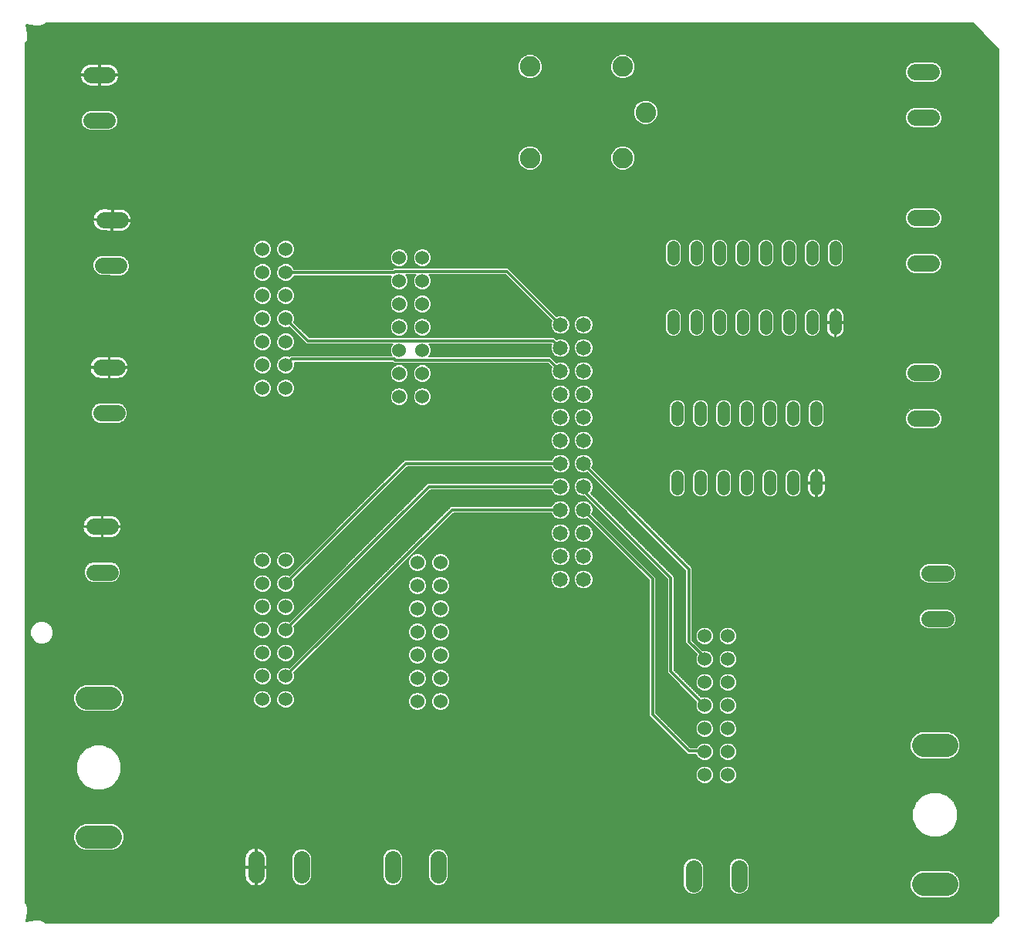
<source format=gbl>
G75*
%MOIN*%
%OFA0B0*%
%FSLAX25Y25*%
%IPPOS*%
%LPD*%
%AMOC8*
5,1,8,0,0,1.08239X$1,22.5*
%
%ADD10C,0.06024*%
%ADD11C,0.07050*%
%ADD12C,0.10000*%
%ADD13C,0.05200*%
%ADD14C,0.06496*%
%ADD15C,0.08858*%
%ADD16C,0.01200*%
%ADD17C,0.00600*%
D10*
X0120468Y0103576D03*
X0120468Y0113576D03*
X0120468Y0123576D03*
X0130468Y0123576D03*
X0130468Y0113576D03*
X0130468Y0103576D03*
X0130468Y0133576D03*
X0130468Y0143576D03*
X0120468Y0143576D03*
X0120468Y0133576D03*
X0120468Y0153576D03*
X0120468Y0163576D03*
X0130468Y0163576D03*
X0130468Y0153576D03*
X0187397Y0152749D03*
X0197397Y0152749D03*
X0197397Y0142749D03*
X0197397Y0132749D03*
X0187397Y0132749D03*
X0187397Y0142749D03*
X0187397Y0162749D03*
X0197397Y0162749D03*
X0197397Y0122749D03*
X0197397Y0112749D03*
X0187397Y0112749D03*
X0187397Y0122749D03*
X0187397Y0102749D03*
X0197397Y0102749D03*
X0311491Y0100938D03*
X0311491Y0110938D03*
X0321491Y0110938D03*
X0321491Y0100938D03*
X0321491Y0090938D03*
X0311491Y0090938D03*
X0311491Y0080938D03*
X0311491Y0070938D03*
X0321491Y0070938D03*
X0321491Y0080938D03*
X0321491Y0120938D03*
X0311491Y0120938D03*
X0311491Y0130938D03*
X0321491Y0130938D03*
X0189523Y0234324D03*
X0179523Y0234324D03*
X0179523Y0244324D03*
X0179523Y0254324D03*
X0179523Y0264324D03*
X0189523Y0264324D03*
X0189523Y0254324D03*
X0189523Y0244324D03*
X0189523Y0274324D03*
X0189523Y0284324D03*
X0179523Y0284324D03*
X0179523Y0274324D03*
X0179523Y0294324D03*
X0189523Y0294324D03*
X0130468Y0298025D03*
X0120468Y0298025D03*
X0120468Y0288025D03*
X0130468Y0288025D03*
X0130468Y0278025D03*
X0120468Y0278025D03*
X0120468Y0268025D03*
X0130468Y0268025D03*
X0130468Y0258025D03*
X0120468Y0258025D03*
X0120468Y0248025D03*
X0130468Y0248025D03*
X0130468Y0238025D03*
X0120468Y0238025D03*
D11*
X0057733Y0246962D02*
X0050683Y0246962D01*
X0050683Y0227277D02*
X0057733Y0227277D01*
X0054741Y0178221D02*
X0047691Y0178221D01*
X0047691Y0158536D02*
X0054741Y0158536D01*
X0117673Y0034660D02*
X0117673Y0027610D01*
X0137358Y0027610D02*
X0137358Y0034660D01*
X0176728Y0034660D02*
X0176728Y0027610D01*
X0196413Y0027610D02*
X0196413Y0034660D01*
X0306649Y0030723D02*
X0306649Y0023673D01*
X0326334Y0023673D02*
X0326334Y0030723D01*
X0408518Y0138340D02*
X0415568Y0138340D01*
X0415568Y0158025D02*
X0408518Y0158025D01*
X0409505Y0224954D02*
X0402455Y0224954D01*
X0402455Y0244639D02*
X0409505Y0244639D01*
X0409505Y0291883D02*
X0402455Y0291883D01*
X0402455Y0311568D02*
X0409505Y0311568D01*
X0409505Y0354875D02*
X0402455Y0354875D01*
X0402455Y0374560D02*
X0409505Y0374560D01*
X0059034Y0310569D02*
X0051986Y0310741D01*
X0051505Y0291062D02*
X0058553Y0290890D01*
X0053560Y0353654D02*
X0046510Y0353654D01*
X0046510Y0373340D02*
X0053560Y0373340D01*
D12*
X0054759Y0104127D02*
X0044759Y0104127D01*
X0044759Y0044127D02*
X0054759Y0044127D01*
X0405980Y0023694D02*
X0415980Y0023694D01*
X0415980Y0083694D02*
X0405980Y0083694D01*
D13*
X0359720Y0194480D02*
X0359720Y0199680D01*
X0349720Y0199680D02*
X0349720Y0194480D01*
X0339720Y0194480D02*
X0339720Y0199680D01*
X0329720Y0199680D02*
X0329720Y0194480D01*
X0319720Y0194480D02*
X0319720Y0199680D01*
X0309720Y0199680D02*
X0309720Y0194480D01*
X0299720Y0194480D02*
X0299720Y0199680D01*
X0299720Y0224480D02*
X0299720Y0229680D01*
X0309720Y0229680D02*
X0309720Y0224480D01*
X0319720Y0224480D02*
X0319720Y0229680D01*
X0329720Y0229680D02*
X0329720Y0224480D01*
X0339720Y0224480D02*
X0339720Y0229680D01*
X0349720Y0229680D02*
X0349720Y0224480D01*
X0359720Y0224480D02*
X0359720Y0229680D01*
X0357909Y0263771D02*
X0357909Y0268971D01*
X0367909Y0268971D02*
X0367909Y0263771D01*
X0347909Y0263771D02*
X0347909Y0268971D01*
X0337909Y0268971D02*
X0337909Y0263771D01*
X0327909Y0263771D02*
X0327909Y0268971D01*
X0317909Y0268971D02*
X0317909Y0263771D01*
X0307909Y0263771D02*
X0307909Y0268971D01*
X0297909Y0268971D02*
X0297909Y0263771D01*
X0297909Y0293771D02*
X0297909Y0298971D01*
X0307909Y0298971D02*
X0307909Y0293771D01*
X0317909Y0293771D02*
X0317909Y0298971D01*
X0327909Y0298971D02*
X0327909Y0293771D01*
X0337909Y0293771D02*
X0337909Y0298971D01*
X0347909Y0298971D02*
X0347909Y0293771D01*
X0357909Y0293771D02*
X0357909Y0298971D01*
X0367909Y0298971D02*
X0367909Y0293771D01*
D14*
X0259090Y0265387D03*
X0249090Y0265387D03*
X0249090Y0255387D03*
X0259090Y0255387D03*
X0259090Y0245387D03*
X0249090Y0245387D03*
X0249090Y0235387D03*
X0259090Y0235387D03*
X0259090Y0225387D03*
X0249090Y0225387D03*
X0249090Y0215387D03*
X0259090Y0215387D03*
X0259090Y0205387D03*
X0249090Y0205387D03*
X0249090Y0195387D03*
X0259090Y0195387D03*
X0259090Y0185387D03*
X0249090Y0185387D03*
X0249090Y0175387D03*
X0259090Y0175387D03*
X0259090Y0165387D03*
X0249090Y0165387D03*
X0249090Y0155387D03*
X0259090Y0155387D03*
D15*
X0276137Y0337513D03*
X0285980Y0357198D03*
X0276137Y0376883D03*
X0235980Y0376883D03*
X0235980Y0337513D03*
D16*
X0225941Y0288536D02*
X0177778Y0288536D01*
X0177267Y0288025D01*
X0130468Y0288025D01*
X0130468Y0268025D02*
X0139957Y0258536D01*
X0191268Y0258536D01*
X0191385Y0258418D01*
X0246058Y0258418D01*
X0249090Y0255387D01*
X0244365Y0250112D02*
X0177778Y0250112D01*
X0177346Y0250544D01*
X0132987Y0250544D01*
X0130468Y0248025D01*
X0182279Y0205387D02*
X0249090Y0205387D01*
X0259090Y0205387D02*
X0304680Y0159796D01*
X0304680Y0128497D01*
X0312239Y0120938D01*
X0311491Y0120938D01*
X0312239Y0120938D02*
X0312554Y0120623D01*
X0296806Y0115623D02*
X0311491Y0100938D01*
X0296806Y0115623D02*
X0296806Y0156056D01*
X0259090Y0193773D01*
X0259090Y0195387D01*
X0249090Y0195387D02*
X0245665Y0195387D01*
X0245625Y0195426D01*
X0192318Y0195426D01*
X0130468Y0133576D01*
X0130468Y0153576D02*
X0182279Y0205387D01*
X0202279Y0185387D02*
X0249090Y0185387D01*
X0259090Y0185387D02*
X0288932Y0155544D01*
X0288932Y0097001D01*
X0304680Y0081253D01*
X0312554Y0081253D01*
X0202279Y0185387D02*
X0130468Y0113576D01*
X0249090Y0245387D02*
X0244365Y0250112D01*
X0249090Y0265387D02*
X0225941Y0288536D01*
D17*
X0019042Y0011572D02*
X0018558Y0007729D01*
X0022401Y0008213D01*
X0022672Y0008326D01*
X0023292Y0008326D01*
X0023908Y0008403D01*
X0024191Y0008326D01*
X0024484Y0008326D01*
X0025058Y0008088D01*
X0025656Y0007924D01*
X0025888Y0007744D01*
X0026159Y0007632D01*
X0026598Y0007193D01*
X0026758Y0007069D01*
X0435221Y0007069D01*
X0438539Y0010387D01*
X0438539Y0384403D01*
X0427347Y0395595D01*
X0026758Y0395595D01*
X0026598Y0395470D01*
X0026159Y0395031D01*
X0025888Y0394919D01*
X0025656Y0394739D01*
X0025058Y0394575D01*
X0024484Y0394338D01*
X0024191Y0394338D01*
X0023908Y0394260D01*
X0023292Y0394338D01*
X0022672Y0394338D01*
X0022401Y0394450D01*
X0018558Y0394934D01*
X0019042Y0391092D01*
X0019155Y0390821D01*
X0019155Y0390200D01*
X0019232Y0389584D01*
X0019155Y0389302D01*
X0019155Y0389008D01*
X0018917Y0388435D01*
X0018753Y0387836D01*
X0018573Y0387605D01*
X0018461Y0387334D01*
X0018022Y0386895D01*
X0017898Y0386734D01*
X0017898Y0015929D01*
X0018022Y0015768D01*
X0018461Y0015330D01*
X0018573Y0015059D01*
X0018753Y0014827D01*
X0018917Y0014228D01*
X0019155Y0013655D01*
X0019155Y0013362D01*
X0019232Y0013079D01*
X0019155Y0012463D01*
X0019155Y0011843D01*
X0019042Y0011572D01*
X0019017Y0011370D02*
X0438539Y0011370D01*
X0438539Y0011968D02*
X0019155Y0011968D01*
X0019168Y0012567D02*
X0438539Y0012567D01*
X0438539Y0013165D02*
X0019208Y0013165D01*
X0019110Y0013764D02*
X0438539Y0013764D01*
X0438539Y0014362D02*
X0018880Y0014362D01*
X0018649Y0014961D02*
X0438539Y0014961D01*
X0438539Y0015559D02*
X0018232Y0015559D01*
X0017898Y0016158D02*
X0438539Y0016158D01*
X0438539Y0016756D02*
X0017898Y0016756D01*
X0017898Y0017355D02*
X0438539Y0017355D01*
X0438539Y0017953D02*
X0417538Y0017953D01*
X0417153Y0017794D02*
X0419322Y0018692D01*
X0420981Y0020352D01*
X0421880Y0022520D01*
X0421880Y0024867D01*
X0420981Y0027036D01*
X0419322Y0028696D01*
X0417153Y0029594D01*
X0404806Y0029594D01*
X0402638Y0028696D01*
X0400978Y0027036D01*
X0400080Y0024867D01*
X0400080Y0022520D01*
X0400978Y0020352D01*
X0402638Y0018692D01*
X0404806Y0017794D01*
X0417153Y0017794D01*
X0418983Y0018552D02*
X0438539Y0018552D01*
X0438539Y0019150D02*
X0419780Y0019150D01*
X0420378Y0019749D02*
X0438539Y0019749D01*
X0438539Y0020347D02*
X0420977Y0020347D01*
X0421227Y0020946D02*
X0438539Y0020946D01*
X0438539Y0021544D02*
X0421475Y0021544D01*
X0421723Y0022143D02*
X0438539Y0022143D01*
X0438539Y0022741D02*
X0421880Y0022741D01*
X0421880Y0023340D02*
X0438539Y0023340D01*
X0438539Y0023938D02*
X0421880Y0023938D01*
X0421880Y0024537D02*
X0438539Y0024537D01*
X0438539Y0025135D02*
X0421769Y0025135D01*
X0421521Y0025734D02*
X0438539Y0025734D01*
X0438539Y0026332D02*
X0421273Y0026332D01*
X0421025Y0026931D02*
X0438539Y0026931D01*
X0438539Y0027529D02*
X0420488Y0027529D01*
X0419889Y0028128D02*
X0438539Y0028128D01*
X0438539Y0028726D02*
X0419248Y0028726D01*
X0417803Y0029325D02*
X0438539Y0029325D01*
X0438539Y0029923D02*
X0330759Y0029923D01*
X0330759Y0029325D02*
X0404157Y0029325D01*
X0402712Y0028726D02*
X0330759Y0028726D01*
X0330759Y0028128D02*
X0402070Y0028128D01*
X0401471Y0027529D02*
X0330759Y0027529D01*
X0330759Y0026931D02*
X0400934Y0026931D01*
X0400686Y0026332D02*
X0330759Y0026332D01*
X0330759Y0025734D02*
X0400438Y0025734D01*
X0400191Y0025135D02*
X0330759Y0025135D01*
X0330759Y0024537D02*
X0400080Y0024537D01*
X0400080Y0023938D02*
X0330759Y0023938D01*
X0330759Y0023340D02*
X0400080Y0023340D01*
X0400080Y0022741D02*
X0330738Y0022741D01*
X0330759Y0022793D02*
X0330085Y0021166D01*
X0328840Y0019921D01*
X0327214Y0019248D01*
X0325454Y0019248D01*
X0323827Y0019921D01*
X0322583Y0021166D01*
X0321909Y0022793D01*
X0321909Y0031603D01*
X0322583Y0033229D01*
X0323827Y0034474D01*
X0325454Y0035148D01*
X0327214Y0035148D01*
X0328840Y0034474D01*
X0330085Y0033229D01*
X0330759Y0031603D01*
X0330759Y0022793D01*
X0330490Y0022143D02*
X0400236Y0022143D01*
X0400484Y0021544D02*
X0330242Y0021544D01*
X0329865Y0020946D02*
X0400732Y0020946D01*
X0400982Y0020347D02*
X0329266Y0020347D01*
X0328423Y0019749D02*
X0401581Y0019749D01*
X0402179Y0019150D02*
X0017898Y0019150D01*
X0017898Y0018552D02*
X0402977Y0018552D01*
X0404421Y0017953D02*
X0017898Y0017953D01*
X0017898Y0019749D02*
X0304559Y0019749D01*
X0304142Y0019921D02*
X0305769Y0019248D01*
X0307529Y0019248D01*
X0309155Y0019921D01*
X0310400Y0021166D01*
X0311074Y0022793D01*
X0311074Y0031603D01*
X0310400Y0033229D01*
X0309155Y0034474D01*
X0307529Y0035148D01*
X0305769Y0035148D01*
X0304142Y0034474D01*
X0302898Y0033229D01*
X0302224Y0031603D01*
X0302224Y0022793D01*
X0302898Y0021166D01*
X0304142Y0019921D01*
X0303717Y0020347D02*
X0017898Y0020347D01*
X0017898Y0020946D02*
X0303118Y0020946D01*
X0302741Y0021544D02*
X0017898Y0021544D01*
X0017898Y0022143D02*
X0302493Y0022143D01*
X0302245Y0022741D02*
X0017898Y0022741D01*
X0017898Y0023340D02*
X0115425Y0023340D01*
X0115144Y0023483D02*
X0115820Y0023138D01*
X0116543Y0022904D01*
X0117293Y0022785D01*
X0117373Y0022785D01*
X0117373Y0030835D01*
X0117972Y0030835D01*
X0117972Y0022785D01*
X0118052Y0022785D01*
X0118802Y0022904D01*
X0119525Y0023138D01*
X0120201Y0023483D01*
X0120816Y0023930D01*
X0121353Y0024467D01*
X0121799Y0025081D01*
X0122144Y0025758D01*
X0122379Y0026480D01*
X0122498Y0027230D01*
X0122498Y0030835D01*
X0117973Y0030835D01*
X0117973Y0031435D01*
X0122498Y0031435D01*
X0122498Y0035040D01*
X0122379Y0035790D01*
X0122144Y0036512D01*
X0121799Y0037189D01*
X0121353Y0037803D01*
X0120816Y0038340D01*
X0120201Y0038787D01*
X0119525Y0039131D01*
X0118802Y0039366D01*
X0118052Y0039485D01*
X0117972Y0039485D01*
X0117972Y0031435D01*
X0117373Y0031435D01*
X0117373Y0039485D01*
X0117293Y0039485D01*
X0116543Y0039366D01*
X0115820Y0039131D01*
X0115144Y0038787D01*
X0114529Y0038340D01*
X0113992Y0037803D01*
X0113546Y0037189D01*
X0113201Y0036512D01*
X0112966Y0035790D01*
X0112848Y0035040D01*
X0112848Y0031435D01*
X0117372Y0031435D01*
X0117372Y0030835D01*
X0112848Y0030835D01*
X0112848Y0027230D01*
X0112966Y0026480D01*
X0113201Y0025758D01*
X0113546Y0025081D01*
X0113992Y0024467D01*
X0114529Y0023930D01*
X0115144Y0023483D01*
X0114520Y0023938D02*
X0017898Y0023938D01*
X0017898Y0024537D02*
X0113941Y0024537D01*
X0113518Y0025135D02*
X0017898Y0025135D01*
X0017898Y0025734D02*
X0113213Y0025734D01*
X0113014Y0026332D02*
X0017898Y0026332D01*
X0017898Y0026931D02*
X0112895Y0026931D01*
X0112848Y0027529D02*
X0017898Y0027529D01*
X0017898Y0028128D02*
X0112848Y0028128D01*
X0112848Y0028726D02*
X0017898Y0028726D01*
X0017898Y0029325D02*
X0112848Y0029325D01*
X0112848Y0029923D02*
X0017898Y0029923D01*
X0017898Y0030522D02*
X0112848Y0030522D01*
X0112848Y0031719D02*
X0017898Y0031719D01*
X0017898Y0032317D02*
X0112848Y0032317D01*
X0112848Y0032916D02*
X0017898Y0032916D01*
X0017898Y0033514D02*
X0112848Y0033514D01*
X0112848Y0034113D02*
X0017898Y0034113D01*
X0017898Y0034711D02*
X0112848Y0034711D01*
X0112890Y0035310D02*
X0017898Y0035310D01*
X0017898Y0035908D02*
X0113005Y0035908D01*
X0113199Y0036507D02*
X0017898Y0036507D01*
X0017898Y0037106D02*
X0113503Y0037106D01*
X0113920Y0037704D02*
X0017898Y0037704D01*
X0017898Y0038303D02*
X0043403Y0038303D01*
X0043586Y0038227D02*
X0055933Y0038227D01*
X0058101Y0039125D01*
X0059761Y0040785D01*
X0060659Y0042953D01*
X0060659Y0045301D01*
X0059761Y0047469D01*
X0058101Y0049129D01*
X0055933Y0050027D01*
X0043586Y0050027D01*
X0041417Y0049129D01*
X0039757Y0047469D01*
X0038859Y0045301D01*
X0038859Y0042953D01*
X0039757Y0040785D01*
X0041417Y0039125D01*
X0043586Y0038227D01*
X0041958Y0038901D02*
X0017898Y0038901D01*
X0017898Y0039500D02*
X0041043Y0039500D01*
X0040444Y0040098D02*
X0017898Y0040098D01*
X0017898Y0040697D02*
X0039846Y0040697D01*
X0039546Y0041295D02*
X0017898Y0041295D01*
X0017898Y0041894D02*
X0039298Y0041894D01*
X0039050Y0042492D02*
X0017898Y0042492D01*
X0017898Y0043091D02*
X0038859Y0043091D01*
X0038859Y0043689D02*
X0017898Y0043689D01*
X0017898Y0044288D02*
X0038859Y0044288D01*
X0038859Y0044886D02*
X0017898Y0044886D01*
X0017898Y0045485D02*
X0038935Y0045485D01*
X0039183Y0046083D02*
X0017898Y0046083D01*
X0017898Y0046682D02*
X0039431Y0046682D01*
X0039679Y0047280D02*
X0017898Y0047280D01*
X0017898Y0047879D02*
X0040167Y0047879D01*
X0040766Y0048477D02*
X0017898Y0048477D01*
X0017898Y0049076D02*
X0041364Y0049076D01*
X0042734Y0049674D02*
X0017898Y0049674D01*
X0017898Y0050273D02*
X0401789Y0050273D01*
X0401541Y0050871D02*
X0017898Y0050871D01*
X0017898Y0051470D02*
X0401293Y0051470D01*
X0401180Y0051745D02*
X0402672Y0048143D01*
X0405428Y0045386D01*
X0409030Y0043894D01*
X0412929Y0043894D01*
X0416531Y0045386D01*
X0419288Y0048143D01*
X0420780Y0051745D01*
X0420780Y0055643D01*
X0419288Y0059245D01*
X0416531Y0062002D01*
X0412929Y0063494D01*
X0409030Y0063494D01*
X0405428Y0062002D01*
X0402672Y0059245D01*
X0401180Y0055643D01*
X0401180Y0051745D01*
X0401180Y0052068D02*
X0017898Y0052068D01*
X0017898Y0052667D02*
X0401180Y0052667D01*
X0401180Y0053265D02*
X0017898Y0053265D01*
X0017898Y0053864D02*
X0401180Y0053864D01*
X0401180Y0054462D02*
X0017898Y0054462D01*
X0017898Y0055061D02*
X0401180Y0055061D01*
X0401186Y0055659D02*
X0017898Y0055659D01*
X0017898Y0056258D02*
X0401434Y0056258D01*
X0401682Y0056856D02*
X0017898Y0056856D01*
X0017898Y0057455D02*
X0401930Y0057455D01*
X0402178Y0058053D02*
X0017898Y0058053D01*
X0017898Y0058652D02*
X0402426Y0058652D01*
X0402677Y0059250D02*
X0017898Y0059250D01*
X0017898Y0059849D02*
X0403275Y0059849D01*
X0403874Y0060447D02*
X0017898Y0060447D01*
X0017898Y0061046D02*
X0404472Y0061046D01*
X0405071Y0061644D02*
X0017898Y0061644D01*
X0017898Y0062243D02*
X0406010Y0062243D01*
X0407455Y0062841D02*
X0017898Y0062841D01*
X0017898Y0063440D02*
X0408900Y0063440D01*
X0413059Y0063440D02*
X0438539Y0063440D01*
X0438539Y0062841D02*
X0414504Y0062841D01*
X0415949Y0062243D02*
X0438539Y0062243D01*
X0438539Y0061644D02*
X0416888Y0061644D01*
X0417487Y0061046D02*
X0438539Y0061046D01*
X0438539Y0060447D02*
X0418085Y0060447D01*
X0418684Y0059849D02*
X0438539Y0059849D01*
X0438539Y0059250D02*
X0419282Y0059250D01*
X0419533Y0058652D02*
X0438539Y0058652D01*
X0438539Y0058053D02*
X0419781Y0058053D01*
X0420029Y0057455D02*
X0438539Y0057455D01*
X0438539Y0056856D02*
X0420277Y0056856D01*
X0420525Y0056258D02*
X0438539Y0056258D01*
X0438539Y0055659D02*
X0420773Y0055659D01*
X0420780Y0055061D02*
X0438539Y0055061D01*
X0438539Y0054462D02*
X0420780Y0054462D01*
X0420780Y0053864D02*
X0438539Y0053864D01*
X0438539Y0053265D02*
X0420780Y0053265D01*
X0420780Y0052667D02*
X0438539Y0052667D01*
X0438539Y0052068D02*
X0420780Y0052068D01*
X0420666Y0051470D02*
X0438539Y0051470D01*
X0438539Y0050871D02*
X0420418Y0050871D01*
X0420170Y0050273D02*
X0438539Y0050273D01*
X0438539Y0049674D02*
X0419922Y0049674D01*
X0419674Y0049076D02*
X0438539Y0049076D01*
X0438539Y0048477D02*
X0419426Y0048477D01*
X0419024Y0047879D02*
X0438539Y0047879D01*
X0438539Y0047280D02*
X0418425Y0047280D01*
X0417827Y0046682D02*
X0438539Y0046682D01*
X0438539Y0046083D02*
X0417228Y0046083D01*
X0416630Y0045485D02*
X0438539Y0045485D01*
X0438539Y0044886D02*
X0415325Y0044886D01*
X0413880Y0044288D02*
X0438539Y0044288D01*
X0438539Y0043689D02*
X0060659Y0043689D01*
X0060659Y0043091D02*
X0438539Y0043091D01*
X0438539Y0042492D02*
X0060468Y0042492D01*
X0060220Y0041894D02*
X0438539Y0041894D01*
X0438539Y0041295D02*
X0059972Y0041295D01*
X0059673Y0040697D02*
X0438539Y0040697D01*
X0438539Y0040098D02*
X0059074Y0040098D01*
X0058476Y0039500D02*
X0438539Y0039500D01*
X0438539Y0038901D02*
X0197736Y0038901D01*
X0197293Y0039085D02*
X0195532Y0039085D01*
X0193906Y0038411D01*
X0192661Y0037166D01*
X0191988Y0035540D01*
X0191988Y0026730D01*
X0192661Y0025103D01*
X0193906Y0023858D01*
X0195532Y0023185D01*
X0197293Y0023185D01*
X0198919Y0023858D01*
X0200164Y0025103D01*
X0200838Y0026730D01*
X0200838Y0035540D01*
X0200164Y0037166D01*
X0198919Y0038411D01*
X0197293Y0039085D01*
X0199028Y0038303D02*
X0438539Y0038303D01*
X0438539Y0037704D02*
X0199626Y0037704D01*
X0200189Y0037106D02*
X0438539Y0037106D01*
X0438539Y0036507D02*
X0200437Y0036507D01*
X0200685Y0035908D02*
X0438539Y0035908D01*
X0438539Y0035310D02*
X0200838Y0035310D01*
X0200838Y0034711D02*
X0304715Y0034711D01*
X0303781Y0034113D02*
X0200838Y0034113D01*
X0200838Y0033514D02*
X0303183Y0033514D01*
X0302768Y0032916D02*
X0200838Y0032916D01*
X0200838Y0032317D02*
X0302520Y0032317D01*
X0302272Y0031719D02*
X0200838Y0031719D01*
X0200838Y0031120D02*
X0302224Y0031120D01*
X0302224Y0030522D02*
X0200838Y0030522D01*
X0200838Y0029923D02*
X0302224Y0029923D01*
X0302224Y0029325D02*
X0200838Y0029325D01*
X0200838Y0028726D02*
X0302224Y0028726D01*
X0302224Y0028128D02*
X0200838Y0028128D01*
X0200838Y0027529D02*
X0302224Y0027529D01*
X0302224Y0026931D02*
X0200838Y0026931D01*
X0200673Y0026332D02*
X0302224Y0026332D01*
X0302224Y0025734D02*
X0200425Y0025734D01*
X0200177Y0025135D02*
X0302224Y0025135D01*
X0302224Y0024537D02*
X0199598Y0024537D01*
X0198999Y0023938D02*
X0302224Y0023938D01*
X0302224Y0023340D02*
X0197667Y0023340D01*
X0195158Y0023340D02*
X0177982Y0023340D01*
X0177608Y0023185D02*
X0179234Y0023858D01*
X0180479Y0025103D01*
X0181153Y0026730D01*
X0181153Y0035540D01*
X0180479Y0037166D01*
X0179234Y0038411D01*
X0177608Y0039085D01*
X0175847Y0039085D01*
X0174221Y0038411D01*
X0172976Y0037166D01*
X0172303Y0035540D01*
X0172303Y0026730D01*
X0172976Y0025103D01*
X0174221Y0023858D01*
X0175847Y0023185D01*
X0177608Y0023185D01*
X0179314Y0023938D02*
X0193826Y0023938D01*
X0193228Y0024537D02*
X0179912Y0024537D01*
X0180492Y0025135D02*
X0192648Y0025135D01*
X0192400Y0025734D02*
X0180740Y0025734D01*
X0180988Y0026332D02*
X0192152Y0026332D01*
X0191988Y0026931D02*
X0181153Y0026931D01*
X0181153Y0027529D02*
X0191988Y0027529D01*
X0191988Y0028128D02*
X0181153Y0028128D01*
X0181153Y0028726D02*
X0191988Y0028726D01*
X0191988Y0029325D02*
X0181153Y0029325D01*
X0181153Y0029923D02*
X0191988Y0029923D01*
X0191988Y0030522D02*
X0181153Y0030522D01*
X0181153Y0031120D02*
X0191988Y0031120D01*
X0191988Y0031719D02*
X0181153Y0031719D01*
X0181153Y0032317D02*
X0191988Y0032317D01*
X0191988Y0032916D02*
X0181153Y0032916D01*
X0181153Y0033514D02*
X0191988Y0033514D01*
X0191988Y0034113D02*
X0181153Y0034113D01*
X0181153Y0034711D02*
X0191988Y0034711D01*
X0191988Y0035310D02*
X0181153Y0035310D01*
X0181000Y0035908D02*
X0192140Y0035908D01*
X0192388Y0036507D02*
X0180752Y0036507D01*
X0180504Y0037106D02*
X0192636Y0037106D01*
X0193199Y0037704D02*
X0179941Y0037704D01*
X0179343Y0038303D02*
X0193798Y0038303D01*
X0195089Y0038901D02*
X0178051Y0038901D01*
X0175404Y0038901D02*
X0138681Y0038901D01*
X0138238Y0039085D02*
X0136477Y0039085D01*
X0134851Y0038411D01*
X0133606Y0037166D01*
X0132933Y0035540D01*
X0132933Y0026730D01*
X0133606Y0025103D01*
X0134851Y0023858D01*
X0136477Y0023185D01*
X0138238Y0023185D01*
X0139864Y0023858D01*
X0141109Y0025103D01*
X0141783Y0026730D01*
X0141783Y0035540D01*
X0141109Y0037166D01*
X0139864Y0038411D01*
X0138238Y0039085D01*
X0139973Y0038303D02*
X0174112Y0038303D01*
X0173514Y0037704D02*
X0140571Y0037704D01*
X0141134Y0037106D02*
X0172951Y0037106D01*
X0172703Y0036507D02*
X0141382Y0036507D01*
X0141630Y0035908D02*
X0172455Y0035908D01*
X0172303Y0035310D02*
X0141783Y0035310D01*
X0141783Y0034711D02*
X0172303Y0034711D01*
X0172303Y0034113D02*
X0141783Y0034113D01*
X0141783Y0033514D02*
X0172303Y0033514D01*
X0172303Y0032916D02*
X0141783Y0032916D01*
X0141783Y0032317D02*
X0172303Y0032317D01*
X0172303Y0031719D02*
X0141783Y0031719D01*
X0141783Y0031120D02*
X0172303Y0031120D01*
X0172303Y0030522D02*
X0141783Y0030522D01*
X0141783Y0029923D02*
X0172303Y0029923D01*
X0172303Y0029325D02*
X0141783Y0029325D01*
X0141783Y0028726D02*
X0172303Y0028726D01*
X0172303Y0028128D02*
X0141783Y0028128D01*
X0141783Y0027529D02*
X0172303Y0027529D01*
X0172303Y0026931D02*
X0141783Y0026931D01*
X0141618Y0026332D02*
X0172467Y0026332D01*
X0172715Y0025734D02*
X0141370Y0025734D01*
X0141122Y0025135D02*
X0172963Y0025135D01*
X0173543Y0024537D02*
X0140542Y0024537D01*
X0139944Y0023938D02*
X0174141Y0023938D01*
X0175473Y0023340D02*
X0138612Y0023340D01*
X0136103Y0023340D02*
X0119920Y0023340D01*
X0120825Y0023938D02*
X0134771Y0023938D01*
X0134173Y0024537D02*
X0121404Y0024537D01*
X0121827Y0025135D02*
X0133593Y0025135D01*
X0133345Y0025734D02*
X0122132Y0025734D01*
X0122331Y0026332D02*
X0133097Y0026332D01*
X0132933Y0026931D02*
X0122450Y0026931D01*
X0122498Y0027529D02*
X0132933Y0027529D01*
X0132933Y0028128D02*
X0122498Y0028128D01*
X0122498Y0028726D02*
X0132933Y0028726D01*
X0132933Y0029325D02*
X0122498Y0029325D01*
X0122498Y0029923D02*
X0132933Y0029923D01*
X0132933Y0030522D02*
X0122498Y0030522D01*
X0122498Y0031719D02*
X0132933Y0031719D01*
X0132933Y0032317D02*
X0122498Y0032317D01*
X0122498Y0032916D02*
X0132933Y0032916D01*
X0132933Y0033514D02*
X0122498Y0033514D01*
X0122498Y0034113D02*
X0132933Y0034113D01*
X0132933Y0034711D02*
X0122498Y0034711D01*
X0122455Y0035310D02*
X0132933Y0035310D01*
X0133085Y0035908D02*
X0122340Y0035908D01*
X0122146Y0036507D02*
X0133333Y0036507D01*
X0133581Y0037106D02*
X0121842Y0037106D01*
X0121425Y0037704D02*
X0134144Y0037704D01*
X0134742Y0038303D02*
X0120853Y0038303D01*
X0119977Y0038901D02*
X0136034Y0038901D01*
X0132933Y0031120D02*
X0117973Y0031120D01*
X0117972Y0030522D02*
X0117373Y0030522D01*
X0117372Y0031120D02*
X0017898Y0031120D01*
X0018941Y0010771D02*
X0438539Y0010771D01*
X0438324Y0010173D02*
X0018866Y0010173D01*
X0018791Y0009574D02*
X0437726Y0009574D01*
X0437127Y0008975D02*
X0018715Y0008975D01*
X0018640Y0008377D02*
X0023701Y0008377D01*
X0024003Y0008377D02*
X0436529Y0008377D01*
X0435930Y0007778D02*
X0025844Y0007778D01*
X0026615Y0007180D02*
X0435332Y0007180D01*
X0438539Y0030522D02*
X0330759Y0030522D01*
X0330759Y0031120D02*
X0438539Y0031120D01*
X0438539Y0031719D02*
X0330711Y0031719D01*
X0330463Y0032317D02*
X0438539Y0032317D01*
X0438539Y0032916D02*
X0330215Y0032916D01*
X0329800Y0033514D02*
X0438539Y0033514D01*
X0438539Y0034113D02*
X0329202Y0034113D01*
X0328267Y0034711D02*
X0438539Y0034711D01*
X0408080Y0044288D02*
X0060659Y0044288D01*
X0060659Y0044886D02*
X0406635Y0044886D01*
X0405329Y0045485D02*
X0060583Y0045485D01*
X0060335Y0046083D02*
X0404731Y0046083D01*
X0404132Y0046682D02*
X0060087Y0046682D01*
X0059839Y0047280D02*
X0403534Y0047280D01*
X0402935Y0047879D02*
X0059351Y0047879D01*
X0058753Y0048477D02*
X0402533Y0048477D01*
X0402285Y0049076D02*
X0058154Y0049076D01*
X0056784Y0049674D02*
X0402037Y0049674D01*
X0404806Y0077794D02*
X0417153Y0077794D01*
X0419322Y0078692D01*
X0420981Y0080352D01*
X0421880Y0082520D01*
X0421880Y0084867D01*
X0420981Y0087036D01*
X0419322Y0088696D01*
X0417153Y0089594D01*
X0404806Y0089594D01*
X0402638Y0088696D01*
X0400978Y0087036D01*
X0400080Y0084867D01*
X0400080Y0082520D01*
X0400978Y0080352D01*
X0402638Y0078692D01*
X0404806Y0077794D01*
X0404781Y0077804D02*
X0323890Y0077804D01*
X0323707Y0077622D02*
X0324808Y0078722D01*
X0325403Y0080160D01*
X0325403Y0081716D01*
X0324808Y0083154D01*
X0323707Y0084254D01*
X0322270Y0084850D01*
X0320713Y0084850D01*
X0319276Y0084254D01*
X0318175Y0083154D01*
X0317580Y0081716D01*
X0317580Y0080160D01*
X0318175Y0078722D01*
X0319276Y0077622D01*
X0320713Y0077026D01*
X0322270Y0077026D01*
X0323707Y0077622D01*
X0322703Y0077206D02*
X0438539Y0077206D01*
X0438539Y0077804D02*
X0417178Y0077804D01*
X0418623Y0078403D02*
X0438539Y0078403D01*
X0438539Y0079001D02*
X0419631Y0079001D01*
X0420229Y0079600D02*
X0438539Y0079600D01*
X0438539Y0080198D02*
X0420828Y0080198D01*
X0421166Y0080797D02*
X0438539Y0080797D01*
X0438539Y0081395D02*
X0421414Y0081395D01*
X0421662Y0081994D02*
X0438539Y0081994D01*
X0438539Y0082592D02*
X0421880Y0082592D01*
X0421880Y0083191D02*
X0438539Y0083191D01*
X0438539Y0083789D02*
X0421880Y0083789D01*
X0421880Y0084388D02*
X0438539Y0084388D01*
X0438539Y0084986D02*
X0421830Y0084986D01*
X0421582Y0085585D02*
X0438539Y0085585D01*
X0438539Y0086183D02*
X0421334Y0086183D01*
X0421087Y0086782D02*
X0438539Y0086782D01*
X0438539Y0087380D02*
X0420637Y0087380D01*
X0420038Y0087979D02*
X0438539Y0087979D01*
X0438539Y0088577D02*
X0419440Y0088577D01*
X0418162Y0089176D02*
X0438539Y0089176D01*
X0438539Y0089775D02*
X0325244Y0089775D01*
X0325403Y0090160D02*
X0324808Y0088722D01*
X0323707Y0087622D01*
X0322270Y0087026D01*
X0320713Y0087026D01*
X0319276Y0087622D01*
X0318175Y0088722D01*
X0317580Y0090160D01*
X0317580Y0091716D01*
X0318175Y0093154D01*
X0319276Y0094254D01*
X0320713Y0094850D01*
X0322270Y0094850D01*
X0323707Y0094254D01*
X0324808Y0093154D01*
X0325403Y0091716D01*
X0325403Y0090160D01*
X0325403Y0090373D02*
X0438539Y0090373D01*
X0438539Y0090972D02*
X0325403Y0090972D01*
X0325403Y0091570D02*
X0438539Y0091570D01*
X0438539Y0092169D02*
X0325216Y0092169D01*
X0324968Y0092767D02*
X0438539Y0092767D01*
X0438539Y0093366D02*
X0324596Y0093366D01*
X0323997Y0093964D02*
X0438539Y0093964D01*
X0438539Y0094563D02*
X0322963Y0094563D01*
X0322270Y0097026D02*
X0323707Y0097622D01*
X0324808Y0098722D01*
X0325403Y0100160D01*
X0325403Y0101716D01*
X0324808Y0103154D01*
X0323707Y0104254D01*
X0322270Y0104850D01*
X0320713Y0104850D01*
X0319276Y0104254D01*
X0318175Y0103154D01*
X0317580Y0101716D01*
X0317580Y0100160D01*
X0318175Y0098722D01*
X0319276Y0097622D01*
X0320713Y0097026D01*
X0322270Y0097026D01*
X0323547Y0097555D02*
X0438539Y0097555D01*
X0438539Y0096957D02*
X0291098Y0096957D01*
X0290499Y0097555D02*
X0309436Y0097555D01*
X0309276Y0097622D02*
X0310713Y0097026D01*
X0312270Y0097026D01*
X0313707Y0097622D01*
X0314808Y0098722D01*
X0315403Y0100160D01*
X0315403Y0101716D01*
X0314808Y0103154D01*
X0313707Y0104254D01*
X0312270Y0104850D01*
X0310713Y0104850D01*
X0309997Y0104553D01*
X0298306Y0116244D01*
X0298306Y0156677D01*
X0297428Y0157556D01*
X0262277Y0192707D01*
X0262606Y0193037D01*
X0263238Y0194562D01*
X0263238Y0196212D01*
X0262606Y0197736D01*
X0261440Y0198903D01*
X0259915Y0199535D01*
X0258265Y0199535D01*
X0256740Y0198903D01*
X0255573Y0197736D01*
X0254942Y0196212D01*
X0254942Y0194562D01*
X0255573Y0193037D01*
X0256740Y0191870D01*
X0258265Y0191239D01*
X0259502Y0191239D01*
X0295306Y0155435D01*
X0295306Y0115002D01*
X0307876Y0102432D01*
X0307580Y0101716D01*
X0307580Y0100160D01*
X0308175Y0098722D01*
X0309276Y0097622D01*
X0308744Y0098154D02*
X0290432Y0098154D01*
X0290432Y0097622D02*
X0290432Y0156166D01*
X0289554Y0157044D01*
X0262886Y0183712D01*
X0263238Y0184562D01*
X0263238Y0186212D01*
X0262606Y0187736D01*
X0261440Y0188903D01*
X0259915Y0189535D01*
X0258265Y0189535D01*
X0256740Y0188903D01*
X0255573Y0187736D01*
X0254942Y0186212D01*
X0254942Y0184562D01*
X0255573Y0183037D01*
X0256740Y0181870D01*
X0258265Y0181239D01*
X0259915Y0181239D01*
X0260765Y0181591D01*
X0287432Y0154923D01*
X0287432Y0096380D01*
X0303180Y0080632D01*
X0304059Y0079753D01*
X0307748Y0079753D01*
X0308175Y0078722D01*
X0309276Y0077622D01*
X0310713Y0077026D01*
X0312270Y0077026D01*
X0313707Y0077622D01*
X0314808Y0078722D01*
X0315403Y0080160D01*
X0315403Y0081716D01*
X0314808Y0083154D01*
X0313707Y0084254D01*
X0312270Y0084850D01*
X0310713Y0084850D01*
X0309276Y0084254D01*
X0308175Y0083154D01*
X0308009Y0082753D01*
X0305302Y0082753D01*
X0290432Y0097622D01*
X0290432Y0098752D02*
X0308163Y0098752D01*
X0307915Y0099351D02*
X0290432Y0099351D01*
X0290432Y0099949D02*
X0307667Y0099949D01*
X0307580Y0100548D02*
X0290432Y0100548D01*
X0290432Y0101146D02*
X0307580Y0101146D01*
X0307591Y0101745D02*
X0290432Y0101745D01*
X0290432Y0102343D02*
X0307839Y0102343D01*
X0307366Y0102942D02*
X0290432Y0102942D01*
X0290432Y0103540D02*
X0306768Y0103540D01*
X0306169Y0104139D02*
X0290432Y0104139D01*
X0290432Y0104737D02*
X0305571Y0104737D01*
X0304972Y0105336D02*
X0290432Y0105336D01*
X0290432Y0105934D02*
X0304374Y0105934D01*
X0303775Y0106533D02*
X0290432Y0106533D01*
X0290432Y0107131D02*
X0303177Y0107131D01*
X0302578Y0107730D02*
X0290432Y0107730D01*
X0290432Y0108328D02*
X0301980Y0108328D01*
X0301381Y0108927D02*
X0290432Y0108927D01*
X0290432Y0109525D02*
X0300783Y0109525D01*
X0300184Y0110124D02*
X0290432Y0110124D01*
X0290432Y0110722D02*
X0299586Y0110722D01*
X0298987Y0111321D02*
X0290432Y0111321D01*
X0290432Y0111919D02*
X0298389Y0111919D01*
X0297790Y0112518D02*
X0290432Y0112518D01*
X0290432Y0113116D02*
X0297192Y0113116D01*
X0296593Y0113715D02*
X0290432Y0113715D01*
X0290432Y0114313D02*
X0295995Y0114313D01*
X0295396Y0114912D02*
X0290432Y0114912D01*
X0290432Y0115510D02*
X0295306Y0115510D01*
X0295306Y0116109D02*
X0290432Y0116109D01*
X0290432Y0116708D02*
X0295306Y0116708D01*
X0295306Y0117306D02*
X0290432Y0117306D01*
X0290432Y0117905D02*
X0295306Y0117905D01*
X0295306Y0118503D02*
X0290432Y0118503D01*
X0290432Y0119102D02*
X0295306Y0119102D01*
X0295306Y0119700D02*
X0290432Y0119700D01*
X0290432Y0120299D02*
X0295306Y0120299D01*
X0295306Y0120897D02*
X0290432Y0120897D01*
X0290432Y0121496D02*
X0295306Y0121496D01*
X0295306Y0122094D02*
X0290432Y0122094D01*
X0290432Y0122693D02*
X0295306Y0122693D01*
X0295306Y0123291D02*
X0290432Y0123291D01*
X0290432Y0123890D02*
X0295306Y0123890D01*
X0295306Y0124488D02*
X0290432Y0124488D01*
X0290432Y0125087D02*
X0295306Y0125087D01*
X0295306Y0125685D02*
X0290432Y0125685D01*
X0290432Y0126284D02*
X0295306Y0126284D01*
X0295306Y0126882D02*
X0290432Y0126882D01*
X0290432Y0127481D02*
X0295306Y0127481D01*
X0295306Y0128079D02*
X0290432Y0128079D01*
X0290432Y0128678D02*
X0295306Y0128678D01*
X0295306Y0129276D02*
X0290432Y0129276D01*
X0290432Y0129875D02*
X0295306Y0129875D01*
X0295306Y0130473D02*
X0290432Y0130473D01*
X0290432Y0131072D02*
X0295306Y0131072D01*
X0295306Y0131670D02*
X0290432Y0131670D01*
X0290432Y0132269D02*
X0295306Y0132269D01*
X0295306Y0132867D02*
X0290432Y0132867D01*
X0290432Y0133466D02*
X0295306Y0133466D01*
X0295306Y0134064D02*
X0290432Y0134064D01*
X0290432Y0134663D02*
X0295306Y0134663D01*
X0295306Y0135261D02*
X0290432Y0135261D01*
X0290432Y0135860D02*
X0295306Y0135860D01*
X0295306Y0136458D02*
X0290432Y0136458D01*
X0290432Y0137057D02*
X0295306Y0137057D01*
X0295306Y0137655D02*
X0290432Y0137655D01*
X0290432Y0138254D02*
X0295306Y0138254D01*
X0295306Y0138852D02*
X0290432Y0138852D01*
X0290432Y0139451D02*
X0295306Y0139451D01*
X0295306Y0140049D02*
X0290432Y0140049D01*
X0290432Y0140648D02*
X0295306Y0140648D01*
X0295306Y0141246D02*
X0290432Y0141246D01*
X0290432Y0141845D02*
X0295306Y0141845D01*
X0295306Y0142444D02*
X0290432Y0142444D01*
X0290432Y0143042D02*
X0295306Y0143042D01*
X0295306Y0143641D02*
X0290432Y0143641D01*
X0290432Y0144239D02*
X0295306Y0144239D01*
X0295306Y0144838D02*
X0290432Y0144838D01*
X0290432Y0145436D02*
X0295306Y0145436D01*
X0295306Y0146035D02*
X0290432Y0146035D01*
X0290432Y0146633D02*
X0295306Y0146633D01*
X0295306Y0147232D02*
X0290432Y0147232D01*
X0290432Y0147830D02*
X0295306Y0147830D01*
X0295306Y0148429D02*
X0290432Y0148429D01*
X0290432Y0149027D02*
X0295306Y0149027D01*
X0295306Y0149626D02*
X0290432Y0149626D01*
X0290432Y0150224D02*
X0295306Y0150224D01*
X0295306Y0150823D02*
X0290432Y0150823D01*
X0290432Y0151421D02*
X0295306Y0151421D01*
X0295306Y0152020D02*
X0290432Y0152020D01*
X0290432Y0152618D02*
X0295306Y0152618D01*
X0295306Y0153217D02*
X0290432Y0153217D01*
X0290432Y0153815D02*
X0295306Y0153815D01*
X0295306Y0154414D02*
X0290432Y0154414D01*
X0290432Y0155012D02*
X0295306Y0155012D01*
X0295130Y0155611D02*
X0290432Y0155611D01*
X0290389Y0156209D02*
X0294532Y0156209D01*
X0293933Y0156808D02*
X0289790Y0156808D01*
X0289192Y0157406D02*
X0293335Y0157406D01*
X0292736Y0158005D02*
X0288593Y0158005D01*
X0287995Y0158603D02*
X0292138Y0158603D01*
X0291539Y0159202D02*
X0287396Y0159202D01*
X0286798Y0159800D02*
X0290941Y0159800D01*
X0290342Y0160399D02*
X0286199Y0160399D01*
X0285601Y0160997D02*
X0289744Y0160997D01*
X0289145Y0161596D02*
X0285002Y0161596D01*
X0284404Y0162194D02*
X0288547Y0162194D01*
X0287948Y0162793D02*
X0283805Y0162793D01*
X0283207Y0163391D02*
X0287350Y0163391D01*
X0286751Y0163990D02*
X0282608Y0163990D01*
X0282009Y0164588D02*
X0286153Y0164588D01*
X0285554Y0165187D02*
X0281411Y0165187D01*
X0280812Y0165785D02*
X0284956Y0165785D01*
X0284357Y0166384D02*
X0280214Y0166384D01*
X0279615Y0166982D02*
X0283759Y0166982D01*
X0283160Y0167581D02*
X0279017Y0167581D01*
X0278418Y0168179D02*
X0282562Y0168179D01*
X0281963Y0168778D02*
X0277820Y0168778D01*
X0277221Y0169377D02*
X0281365Y0169377D01*
X0280766Y0169975D02*
X0276623Y0169975D01*
X0276024Y0170574D02*
X0280168Y0170574D01*
X0279569Y0171172D02*
X0275426Y0171172D01*
X0274827Y0171771D02*
X0278971Y0171771D01*
X0278372Y0172369D02*
X0274229Y0172369D01*
X0273630Y0172968D02*
X0277774Y0172968D01*
X0277175Y0173566D02*
X0273032Y0173566D01*
X0272433Y0174165D02*
X0276577Y0174165D01*
X0275978Y0174763D02*
X0271835Y0174763D01*
X0271236Y0175362D02*
X0275379Y0175362D01*
X0274781Y0175960D02*
X0270638Y0175960D01*
X0270039Y0176559D02*
X0274182Y0176559D01*
X0273584Y0177157D02*
X0269441Y0177157D01*
X0268842Y0177756D02*
X0272985Y0177756D01*
X0272387Y0178354D02*
X0268244Y0178354D01*
X0267645Y0178953D02*
X0271788Y0178953D01*
X0271190Y0179551D02*
X0267047Y0179551D01*
X0266448Y0180150D02*
X0270591Y0180150D01*
X0269993Y0180748D02*
X0265850Y0180748D01*
X0265251Y0181347D02*
X0269394Y0181347D01*
X0268796Y0181945D02*
X0264653Y0181945D01*
X0264054Y0182544D02*
X0268197Y0182544D01*
X0267599Y0183142D02*
X0263456Y0183142D01*
X0262898Y0183741D02*
X0267000Y0183741D01*
X0266402Y0184339D02*
X0263146Y0184339D01*
X0263238Y0184938D02*
X0265803Y0184938D01*
X0265205Y0185536D02*
X0263238Y0185536D01*
X0263238Y0186135D02*
X0264606Y0186135D01*
X0264008Y0186733D02*
X0263022Y0186733D01*
X0262774Y0187332D02*
X0263409Y0187332D01*
X0262811Y0187930D02*
X0262412Y0187930D01*
X0262212Y0188529D02*
X0261814Y0188529D01*
X0261614Y0189127D02*
X0260899Y0189127D01*
X0261015Y0189726D02*
X0188739Y0189726D01*
X0188141Y0189127D02*
X0247281Y0189127D01*
X0246740Y0188903D02*
X0245573Y0187736D01*
X0245221Y0186887D01*
X0201657Y0186887D01*
X0200779Y0186008D01*
X0131962Y0117191D01*
X0131246Y0117488D01*
X0129690Y0117488D01*
X0128252Y0116892D01*
X0127152Y0115792D01*
X0126556Y0114354D01*
X0126556Y0112798D01*
X0127152Y0111360D01*
X0128252Y0110259D01*
X0129690Y0109664D01*
X0131246Y0109664D01*
X0132684Y0110259D01*
X0133784Y0111360D01*
X0134380Y0112798D01*
X0134380Y0114354D01*
X0134083Y0115070D01*
X0202900Y0183887D01*
X0245221Y0183887D01*
X0245573Y0183037D01*
X0246740Y0181870D01*
X0248265Y0181239D01*
X0249915Y0181239D01*
X0251440Y0181870D01*
X0252606Y0183037D01*
X0253238Y0184562D01*
X0253238Y0186212D01*
X0252606Y0187736D01*
X0251440Y0188903D01*
X0249915Y0189535D01*
X0248265Y0189535D01*
X0246740Y0188903D01*
X0246366Y0188529D02*
X0187542Y0188529D01*
X0186944Y0187930D02*
X0245767Y0187930D01*
X0245406Y0187332D02*
X0186345Y0187332D01*
X0185747Y0186733D02*
X0201504Y0186733D01*
X0200906Y0186135D02*
X0185148Y0186135D01*
X0184550Y0185536D02*
X0200307Y0185536D01*
X0199709Y0184938D02*
X0183951Y0184938D01*
X0183353Y0184339D02*
X0199110Y0184339D01*
X0198512Y0183741D02*
X0182754Y0183741D01*
X0182156Y0183142D02*
X0197913Y0183142D01*
X0197314Y0182544D02*
X0181557Y0182544D01*
X0180959Y0181945D02*
X0196716Y0181945D01*
X0196117Y0181347D02*
X0180360Y0181347D01*
X0179762Y0180748D02*
X0195519Y0180748D01*
X0194920Y0180150D02*
X0179163Y0180150D01*
X0178565Y0179551D02*
X0194322Y0179551D01*
X0193723Y0178953D02*
X0177966Y0178953D01*
X0177368Y0178354D02*
X0193125Y0178354D01*
X0192526Y0177756D02*
X0176769Y0177756D01*
X0176171Y0177157D02*
X0191928Y0177157D01*
X0191329Y0176559D02*
X0175572Y0176559D01*
X0174973Y0175960D02*
X0190731Y0175960D01*
X0190132Y0175362D02*
X0174375Y0175362D01*
X0173776Y0174763D02*
X0189534Y0174763D01*
X0188935Y0174165D02*
X0173178Y0174165D01*
X0172579Y0173566D02*
X0188337Y0173566D01*
X0187738Y0172968D02*
X0171981Y0172968D01*
X0171382Y0172369D02*
X0187140Y0172369D01*
X0186541Y0171771D02*
X0170784Y0171771D01*
X0170185Y0171172D02*
X0185943Y0171172D01*
X0185344Y0170574D02*
X0169587Y0170574D01*
X0168988Y0169975D02*
X0184746Y0169975D01*
X0184147Y0169377D02*
X0168390Y0169377D01*
X0167791Y0168778D02*
X0183549Y0168778D01*
X0182950Y0168179D02*
X0167193Y0168179D01*
X0166594Y0167581D02*
X0182352Y0167581D01*
X0181753Y0166982D02*
X0165996Y0166982D01*
X0165397Y0166384D02*
X0181155Y0166384D01*
X0180556Y0165785D02*
X0164799Y0165785D01*
X0164200Y0165187D02*
X0179958Y0165187D01*
X0179359Y0164588D02*
X0163602Y0164588D01*
X0163003Y0163990D02*
X0178761Y0163990D01*
X0178162Y0163391D02*
X0162405Y0163391D01*
X0161806Y0162793D02*
X0177564Y0162793D01*
X0176965Y0162194D02*
X0161208Y0162194D01*
X0160609Y0161596D02*
X0176367Y0161596D01*
X0175768Y0160997D02*
X0160011Y0160997D01*
X0159412Y0160399D02*
X0175170Y0160399D01*
X0174571Y0159800D02*
X0158814Y0159800D01*
X0158215Y0159202D02*
X0173973Y0159202D01*
X0173374Y0158603D02*
X0157617Y0158603D01*
X0157018Y0158005D02*
X0172776Y0158005D01*
X0172177Y0157406D02*
X0156420Y0157406D01*
X0155821Y0156808D02*
X0171578Y0156808D01*
X0170980Y0156209D02*
X0155223Y0156209D01*
X0154624Y0155611D02*
X0170381Y0155611D01*
X0169783Y0155012D02*
X0154026Y0155012D01*
X0153427Y0154414D02*
X0169184Y0154414D01*
X0168586Y0153815D02*
X0152829Y0153815D01*
X0152230Y0153217D02*
X0167987Y0153217D01*
X0167389Y0152618D02*
X0151632Y0152618D01*
X0151033Y0152020D02*
X0166790Y0152020D01*
X0166192Y0151421D02*
X0150435Y0151421D01*
X0149836Y0150823D02*
X0165593Y0150823D01*
X0164995Y0150224D02*
X0149238Y0150224D01*
X0148639Y0149626D02*
X0164396Y0149626D01*
X0163798Y0149027D02*
X0148040Y0149027D01*
X0147442Y0148429D02*
X0163199Y0148429D01*
X0162601Y0147830D02*
X0146843Y0147830D01*
X0146245Y0147232D02*
X0162002Y0147232D01*
X0161404Y0146633D02*
X0145646Y0146633D01*
X0145048Y0146035D02*
X0160805Y0146035D01*
X0160207Y0145436D02*
X0144449Y0145436D01*
X0143851Y0144838D02*
X0159608Y0144838D01*
X0159010Y0144239D02*
X0143252Y0144239D01*
X0142654Y0143641D02*
X0158411Y0143641D01*
X0157813Y0143042D02*
X0142055Y0143042D01*
X0141457Y0142444D02*
X0157214Y0142444D01*
X0156616Y0141845D02*
X0140858Y0141845D01*
X0140260Y0141246D02*
X0156017Y0141246D01*
X0155419Y0140648D02*
X0139661Y0140648D01*
X0139063Y0140049D02*
X0154820Y0140049D01*
X0154222Y0139451D02*
X0138464Y0139451D01*
X0137866Y0138852D02*
X0153623Y0138852D01*
X0153025Y0138254D02*
X0137267Y0138254D01*
X0136669Y0137655D02*
X0152426Y0137655D01*
X0151828Y0137057D02*
X0136070Y0137057D01*
X0135472Y0136458D02*
X0151229Y0136458D01*
X0150631Y0135860D02*
X0134873Y0135860D01*
X0134275Y0135261D02*
X0150032Y0135261D01*
X0149434Y0134663D02*
X0134252Y0134663D01*
X0134380Y0134354D02*
X0134083Y0135070D01*
X0192940Y0193926D01*
X0245004Y0193926D01*
X0245043Y0193887D01*
X0245221Y0193887D01*
X0245573Y0193037D01*
X0246740Y0191870D01*
X0248265Y0191239D01*
X0249915Y0191239D01*
X0251440Y0191870D01*
X0252606Y0193037D01*
X0253238Y0194562D01*
X0253238Y0196212D01*
X0252606Y0197736D01*
X0251440Y0198903D01*
X0249915Y0199535D01*
X0248265Y0199535D01*
X0246740Y0198903D01*
X0245573Y0197736D01*
X0245238Y0196926D01*
X0191697Y0196926D01*
X0190818Y0196047D01*
X0131962Y0137191D01*
X0131246Y0137488D01*
X0129690Y0137488D01*
X0128252Y0136892D01*
X0127152Y0135792D01*
X0126556Y0134354D01*
X0126556Y0132798D01*
X0127152Y0131360D01*
X0128252Y0130259D01*
X0129690Y0129664D01*
X0131246Y0129664D01*
X0132684Y0130259D01*
X0133784Y0131360D01*
X0134380Y0132798D01*
X0134380Y0134354D01*
X0134380Y0134064D02*
X0148835Y0134064D01*
X0148237Y0133466D02*
X0134380Y0133466D01*
X0134380Y0132867D02*
X0147638Y0132867D01*
X0147040Y0132269D02*
X0134161Y0132269D01*
X0133913Y0131670D02*
X0146441Y0131670D01*
X0145843Y0131072D02*
X0133496Y0131072D01*
X0132897Y0130473D02*
X0145244Y0130473D01*
X0144645Y0129875D02*
X0131755Y0129875D01*
X0131246Y0127488D02*
X0129690Y0127488D01*
X0128252Y0126892D01*
X0127152Y0125792D01*
X0126556Y0124354D01*
X0126556Y0122798D01*
X0127152Y0121360D01*
X0128252Y0120259D01*
X0129690Y0119664D01*
X0131246Y0119664D01*
X0132684Y0120259D01*
X0133784Y0121360D01*
X0134380Y0122798D01*
X0134380Y0124354D01*
X0133784Y0125792D01*
X0132684Y0126892D01*
X0131246Y0127488D01*
X0131262Y0127481D02*
X0142251Y0127481D01*
X0141653Y0126882D02*
X0132693Y0126882D01*
X0133292Y0126284D02*
X0141054Y0126284D01*
X0140456Y0125685D02*
X0133828Y0125685D01*
X0134076Y0125087D02*
X0139857Y0125087D01*
X0139259Y0124488D02*
X0134324Y0124488D01*
X0134380Y0123890D02*
X0138660Y0123890D01*
X0138062Y0123291D02*
X0134380Y0123291D01*
X0134336Y0122693D02*
X0137463Y0122693D01*
X0136865Y0122094D02*
X0134088Y0122094D01*
X0133840Y0121496D02*
X0136266Y0121496D01*
X0135668Y0120897D02*
X0133321Y0120897D01*
X0132723Y0120299D02*
X0135069Y0120299D01*
X0134471Y0119700D02*
X0131333Y0119700D01*
X0129602Y0119700D02*
X0121333Y0119700D01*
X0121246Y0119664D02*
X0122684Y0120259D01*
X0123784Y0121360D01*
X0124380Y0122798D01*
X0124380Y0124354D01*
X0123784Y0125792D01*
X0122684Y0126892D01*
X0121246Y0127488D01*
X0119690Y0127488D01*
X0118252Y0126892D01*
X0117152Y0125792D01*
X0116556Y0124354D01*
X0116556Y0122798D01*
X0117152Y0121360D01*
X0118252Y0120259D01*
X0119690Y0119664D01*
X0121246Y0119664D01*
X0122723Y0120299D02*
X0128213Y0120299D01*
X0127614Y0120897D02*
X0123321Y0120897D01*
X0123840Y0121496D02*
X0127095Y0121496D01*
X0126847Y0122094D02*
X0124088Y0122094D01*
X0124336Y0122693D02*
X0126599Y0122693D01*
X0126556Y0123291D02*
X0124380Y0123291D01*
X0124380Y0123890D02*
X0126556Y0123890D01*
X0126612Y0124488D02*
X0124324Y0124488D01*
X0124076Y0125087D02*
X0126860Y0125087D01*
X0127107Y0125685D02*
X0123828Y0125685D01*
X0123292Y0126284D02*
X0127644Y0126284D01*
X0128242Y0126882D02*
X0122693Y0126882D01*
X0121262Y0127481D02*
X0129673Y0127481D01*
X0129181Y0129875D02*
X0121755Y0129875D01*
X0121246Y0129664D02*
X0122684Y0130259D01*
X0123784Y0131360D01*
X0124380Y0132798D01*
X0124380Y0134354D01*
X0123784Y0135792D01*
X0122684Y0136892D01*
X0121246Y0137488D01*
X0119690Y0137488D01*
X0118252Y0136892D01*
X0117152Y0135792D01*
X0116556Y0134354D01*
X0116556Y0132798D01*
X0117152Y0131360D01*
X0118252Y0130259D01*
X0119690Y0129664D01*
X0121246Y0129664D01*
X0122897Y0130473D02*
X0128038Y0130473D01*
X0127440Y0131072D02*
X0123496Y0131072D01*
X0123913Y0131670D02*
X0127023Y0131670D01*
X0126775Y0132269D02*
X0124161Y0132269D01*
X0124380Y0132867D02*
X0126556Y0132867D01*
X0126556Y0133466D02*
X0124380Y0133466D01*
X0124380Y0134064D02*
X0126556Y0134064D01*
X0126684Y0134663D02*
X0124252Y0134663D01*
X0124004Y0135261D02*
X0126932Y0135261D01*
X0127220Y0135860D02*
X0123716Y0135860D01*
X0123117Y0136458D02*
X0127818Y0136458D01*
X0128650Y0137057D02*
X0122286Y0137057D01*
X0121246Y0139664D02*
X0122684Y0140259D01*
X0123784Y0141360D01*
X0124380Y0142798D01*
X0124380Y0144354D01*
X0123784Y0145792D01*
X0122684Y0146892D01*
X0121246Y0147488D01*
X0119690Y0147488D01*
X0118252Y0146892D01*
X0117152Y0145792D01*
X0116556Y0144354D01*
X0116556Y0142798D01*
X0117152Y0141360D01*
X0118252Y0140259D01*
X0119690Y0139664D01*
X0121246Y0139664D01*
X0122177Y0140049D02*
X0128759Y0140049D01*
X0128252Y0140259D02*
X0129690Y0139664D01*
X0131246Y0139664D01*
X0132684Y0140259D01*
X0133784Y0141360D01*
X0134380Y0142798D01*
X0134380Y0144354D01*
X0133784Y0145792D01*
X0132684Y0146892D01*
X0131246Y0147488D01*
X0129690Y0147488D01*
X0128252Y0146892D01*
X0127152Y0145792D01*
X0126556Y0144354D01*
X0126556Y0142798D01*
X0127152Y0141360D01*
X0128252Y0140259D01*
X0127863Y0140648D02*
X0123072Y0140648D01*
X0123671Y0141246D02*
X0127265Y0141246D01*
X0126951Y0141845D02*
X0123985Y0141845D01*
X0124233Y0142444D02*
X0126703Y0142444D01*
X0126556Y0143042D02*
X0124380Y0143042D01*
X0124380Y0143641D02*
X0126556Y0143641D01*
X0126556Y0144239D02*
X0124380Y0144239D01*
X0124179Y0144838D02*
X0126756Y0144838D01*
X0127004Y0145436D02*
X0123931Y0145436D01*
X0123541Y0146035D02*
X0127394Y0146035D01*
X0127993Y0146633D02*
X0122943Y0146633D01*
X0121864Y0147232D02*
X0129072Y0147232D01*
X0129690Y0149664D02*
X0128252Y0150259D01*
X0127152Y0151360D01*
X0126556Y0152798D01*
X0126556Y0154354D01*
X0127152Y0155792D01*
X0128252Y0156892D01*
X0129690Y0157488D01*
X0131246Y0157488D01*
X0131962Y0157191D01*
X0180779Y0206008D01*
X0181657Y0206887D01*
X0245221Y0206887D01*
X0245573Y0207736D01*
X0246740Y0208903D01*
X0248265Y0209535D01*
X0249915Y0209535D01*
X0251440Y0208903D01*
X0252606Y0207736D01*
X0253238Y0206212D01*
X0253238Y0204562D01*
X0252606Y0203037D01*
X0251440Y0201870D01*
X0249915Y0201239D01*
X0248265Y0201239D01*
X0246740Y0201870D01*
X0245573Y0203037D01*
X0245221Y0203887D01*
X0182900Y0203887D01*
X0134083Y0155070D01*
X0134380Y0154354D01*
X0134380Y0152798D01*
X0133784Y0151360D01*
X0132684Y0150259D01*
X0131246Y0149664D01*
X0129690Y0149664D01*
X0128337Y0150224D02*
X0122598Y0150224D01*
X0122684Y0150259D02*
X0123784Y0151360D01*
X0124380Y0152798D01*
X0124380Y0154354D01*
X0123784Y0155792D01*
X0122684Y0156892D01*
X0121246Y0157488D01*
X0119690Y0157488D01*
X0118252Y0156892D01*
X0117152Y0155792D01*
X0116556Y0154354D01*
X0116556Y0152798D01*
X0117152Y0151360D01*
X0118252Y0150259D01*
X0119690Y0149664D01*
X0121246Y0149664D01*
X0122684Y0150259D01*
X0123247Y0150823D02*
X0127689Y0150823D01*
X0127126Y0151421D02*
X0123809Y0151421D01*
X0124057Y0152020D02*
X0126878Y0152020D01*
X0126630Y0152618D02*
X0124305Y0152618D01*
X0124380Y0153217D02*
X0126556Y0153217D01*
X0126556Y0153815D02*
X0124380Y0153815D01*
X0124355Y0154414D02*
X0126581Y0154414D01*
X0126829Y0155012D02*
X0124107Y0155012D01*
X0123859Y0155611D02*
X0127077Y0155611D01*
X0127569Y0156209D02*
X0123366Y0156209D01*
X0122768Y0156808D02*
X0128168Y0156808D01*
X0129493Y0157406D02*
X0121442Y0157406D01*
X0119493Y0157406D02*
X0059062Y0157406D01*
X0059166Y0157656D02*
X0059166Y0159417D01*
X0058492Y0161043D01*
X0057247Y0162288D01*
X0055621Y0162961D01*
X0046811Y0162961D01*
X0045184Y0162288D01*
X0043939Y0161043D01*
X0043266Y0159417D01*
X0043266Y0157656D01*
X0043939Y0156030D01*
X0045184Y0154785D01*
X0046811Y0154111D01*
X0055621Y0154111D01*
X0057247Y0154785D01*
X0058492Y0156030D01*
X0059166Y0157656D01*
X0059166Y0158005D02*
X0132776Y0158005D01*
X0133374Y0158603D02*
X0059166Y0158603D01*
X0059166Y0159202D02*
X0133973Y0159202D01*
X0134571Y0159800D02*
X0131575Y0159800D01*
X0131246Y0159664D02*
X0132684Y0160259D01*
X0133784Y0161360D01*
X0134380Y0162798D01*
X0134380Y0164354D01*
X0133784Y0165792D01*
X0132684Y0166892D01*
X0131246Y0167488D01*
X0129690Y0167488D01*
X0128252Y0166892D01*
X0127152Y0165792D01*
X0126556Y0164354D01*
X0126556Y0162798D01*
X0127152Y0161360D01*
X0128252Y0160259D01*
X0129690Y0159664D01*
X0131246Y0159664D01*
X0132823Y0160399D02*
X0135170Y0160399D01*
X0135768Y0160997D02*
X0133422Y0160997D01*
X0133882Y0161596D02*
X0136367Y0161596D01*
X0136965Y0162194D02*
X0134130Y0162194D01*
X0134378Y0162793D02*
X0137564Y0162793D01*
X0138162Y0163391D02*
X0134380Y0163391D01*
X0134380Y0163990D02*
X0138761Y0163990D01*
X0139359Y0164588D02*
X0134282Y0164588D01*
X0134035Y0165187D02*
X0139958Y0165187D01*
X0140556Y0165785D02*
X0133787Y0165785D01*
X0133192Y0166384D02*
X0141155Y0166384D01*
X0141753Y0166982D02*
X0132465Y0166982D01*
X0128470Y0166982D02*
X0122465Y0166982D01*
X0122684Y0166892D02*
X0121246Y0167488D01*
X0119690Y0167488D01*
X0118252Y0166892D01*
X0117152Y0165792D01*
X0116556Y0164354D01*
X0116556Y0162798D01*
X0117152Y0161360D01*
X0118252Y0160259D01*
X0119690Y0159664D01*
X0121246Y0159664D01*
X0122684Y0160259D01*
X0123784Y0161360D01*
X0124380Y0162798D01*
X0124380Y0164354D01*
X0123784Y0165792D01*
X0122684Y0166892D01*
X0123192Y0166384D02*
X0127744Y0166384D01*
X0127149Y0165785D02*
X0123787Y0165785D01*
X0124035Y0165187D02*
X0126901Y0165187D01*
X0126653Y0164588D02*
X0124282Y0164588D01*
X0124380Y0163990D02*
X0126556Y0163990D01*
X0126556Y0163391D02*
X0124380Y0163391D01*
X0124378Y0162793D02*
X0126558Y0162793D01*
X0126806Y0162194D02*
X0124130Y0162194D01*
X0123882Y0161596D02*
X0127054Y0161596D01*
X0127514Y0160997D02*
X0123422Y0160997D01*
X0122823Y0160399D02*
X0128113Y0160399D01*
X0129360Y0159800D02*
X0121575Y0159800D01*
X0119360Y0159800D02*
X0059007Y0159800D01*
X0058759Y0160399D02*
X0118113Y0160399D01*
X0117514Y0160997D02*
X0058511Y0160997D01*
X0057939Y0161596D02*
X0117054Y0161596D01*
X0116806Y0162194D02*
X0057341Y0162194D01*
X0056028Y0162793D02*
X0116558Y0162793D01*
X0116556Y0163391D02*
X0017898Y0163391D01*
X0017898Y0162793D02*
X0046404Y0162793D01*
X0045091Y0162194D02*
X0017898Y0162194D01*
X0017898Y0161596D02*
X0044492Y0161596D01*
X0043921Y0160997D02*
X0017898Y0160997D01*
X0017898Y0160399D02*
X0043673Y0160399D01*
X0043425Y0159800D02*
X0017898Y0159800D01*
X0017898Y0159202D02*
X0043266Y0159202D01*
X0043266Y0158603D02*
X0017898Y0158603D01*
X0017898Y0158005D02*
X0043266Y0158005D01*
X0043369Y0157406D02*
X0017898Y0157406D01*
X0017898Y0156808D02*
X0043617Y0156808D01*
X0043865Y0156209D02*
X0017898Y0156209D01*
X0017898Y0155611D02*
X0044359Y0155611D01*
X0044957Y0155012D02*
X0017898Y0155012D01*
X0017898Y0154414D02*
X0046081Y0154414D01*
X0056351Y0154414D02*
X0116581Y0154414D01*
X0116556Y0153815D02*
X0017898Y0153815D01*
X0017898Y0153217D02*
X0116556Y0153217D01*
X0116630Y0152618D02*
X0017898Y0152618D01*
X0017898Y0152020D02*
X0116878Y0152020D01*
X0117126Y0151421D02*
X0017898Y0151421D01*
X0017898Y0150823D02*
X0117689Y0150823D01*
X0118337Y0150224D02*
X0017898Y0150224D01*
X0017898Y0149626D02*
X0144396Y0149626D01*
X0144995Y0150224D02*
X0132598Y0150224D01*
X0133247Y0150823D02*
X0145593Y0150823D01*
X0146192Y0151421D02*
X0133809Y0151421D01*
X0134057Y0152020D02*
X0146790Y0152020D01*
X0147389Y0152618D02*
X0134305Y0152618D01*
X0134380Y0153217D02*
X0147987Y0153217D01*
X0148586Y0153815D02*
X0134380Y0153815D01*
X0134355Y0154414D02*
X0149184Y0154414D01*
X0149783Y0155012D02*
X0134107Y0155012D01*
X0134624Y0155611D02*
X0150381Y0155611D01*
X0150980Y0156209D02*
X0135223Y0156209D01*
X0135821Y0156808D02*
X0151578Y0156808D01*
X0152177Y0157406D02*
X0136420Y0157406D01*
X0137018Y0158005D02*
X0152776Y0158005D01*
X0153374Y0158603D02*
X0137617Y0158603D01*
X0138215Y0159202D02*
X0153973Y0159202D01*
X0154571Y0159800D02*
X0138814Y0159800D01*
X0139412Y0160399D02*
X0155170Y0160399D01*
X0155768Y0160997D02*
X0140011Y0160997D01*
X0140609Y0161596D02*
X0156367Y0161596D01*
X0156965Y0162194D02*
X0141208Y0162194D01*
X0141806Y0162793D02*
X0157564Y0162793D01*
X0158162Y0163391D02*
X0142405Y0163391D01*
X0143003Y0163990D02*
X0158761Y0163990D01*
X0159359Y0164588D02*
X0143602Y0164588D01*
X0144200Y0165187D02*
X0159958Y0165187D01*
X0160556Y0165785D02*
X0144799Y0165785D01*
X0145397Y0166384D02*
X0161155Y0166384D01*
X0161753Y0166982D02*
X0145996Y0166982D01*
X0146594Y0167581D02*
X0162352Y0167581D01*
X0162950Y0168179D02*
X0147193Y0168179D01*
X0147791Y0168778D02*
X0163549Y0168778D01*
X0164147Y0169377D02*
X0148390Y0169377D01*
X0148988Y0169975D02*
X0164746Y0169975D01*
X0165344Y0170574D02*
X0149587Y0170574D01*
X0150185Y0171172D02*
X0165943Y0171172D01*
X0166541Y0171771D02*
X0150784Y0171771D01*
X0151382Y0172369D02*
X0167140Y0172369D01*
X0167738Y0172968D02*
X0151981Y0172968D01*
X0152579Y0173566D02*
X0168337Y0173566D01*
X0168935Y0174165D02*
X0153178Y0174165D01*
X0153776Y0174763D02*
X0169534Y0174763D01*
X0170132Y0175362D02*
X0154375Y0175362D01*
X0154973Y0175960D02*
X0170731Y0175960D01*
X0171329Y0176559D02*
X0155572Y0176559D01*
X0156171Y0177157D02*
X0171928Y0177157D01*
X0172526Y0177756D02*
X0156769Y0177756D01*
X0157368Y0178354D02*
X0173125Y0178354D01*
X0173723Y0178953D02*
X0157966Y0178953D01*
X0158565Y0179551D02*
X0174322Y0179551D01*
X0174920Y0180150D02*
X0159163Y0180150D01*
X0159762Y0180748D02*
X0175519Y0180748D01*
X0176117Y0181347D02*
X0160360Y0181347D01*
X0160959Y0181945D02*
X0176716Y0181945D01*
X0177314Y0182544D02*
X0161557Y0182544D01*
X0162156Y0183142D02*
X0177913Y0183142D01*
X0178512Y0183741D02*
X0162754Y0183741D01*
X0163353Y0184339D02*
X0179110Y0184339D01*
X0179709Y0184938D02*
X0163951Y0184938D01*
X0164550Y0185536D02*
X0180307Y0185536D01*
X0180906Y0186135D02*
X0165148Y0186135D01*
X0165747Y0186733D02*
X0181504Y0186733D01*
X0182103Y0187332D02*
X0166345Y0187332D01*
X0166944Y0187930D02*
X0182701Y0187930D01*
X0183300Y0188529D02*
X0167542Y0188529D01*
X0168141Y0189127D02*
X0183898Y0189127D01*
X0184497Y0189726D02*
X0168739Y0189726D01*
X0169338Y0190324D02*
X0185095Y0190324D01*
X0185694Y0190923D02*
X0169936Y0190923D01*
X0170535Y0191521D02*
X0186292Y0191521D01*
X0186891Y0192120D02*
X0171133Y0192120D01*
X0171732Y0192718D02*
X0187489Y0192718D01*
X0188088Y0193317D02*
X0172330Y0193317D01*
X0172929Y0193915D02*
X0188686Y0193915D01*
X0189285Y0194514D02*
X0173527Y0194514D01*
X0174126Y0195112D02*
X0189883Y0195112D01*
X0190482Y0195711D02*
X0174724Y0195711D01*
X0175323Y0196310D02*
X0191080Y0196310D01*
X0191679Y0196908D02*
X0175921Y0196908D01*
X0176520Y0197507D02*
X0245478Y0197507D01*
X0245942Y0198105D02*
X0177118Y0198105D01*
X0177717Y0198704D02*
X0246540Y0198704D01*
X0247703Y0199302D02*
X0178315Y0199302D01*
X0178914Y0199901D02*
X0262455Y0199901D01*
X0261856Y0200499D02*
X0179512Y0200499D01*
X0180111Y0201098D02*
X0261258Y0201098D01*
X0260765Y0201591D02*
X0303180Y0159175D01*
X0303180Y0127876D01*
X0308095Y0122961D01*
X0307580Y0121716D01*
X0307580Y0120160D01*
X0308175Y0118722D01*
X0309276Y0117622D01*
X0310713Y0117026D01*
X0312270Y0117026D01*
X0313707Y0117622D01*
X0314808Y0118722D01*
X0315403Y0120160D01*
X0315403Y0121716D01*
X0314808Y0123154D01*
X0313707Y0124254D01*
X0312270Y0124850D01*
X0310713Y0124850D01*
X0310526Y0124772D01*
X0306180Y0129118D01*
X0306180Y0160418D01*
X0305302Y0161296D01*
X0262886Y0203712D01*
X0263238Y0204562D01*
X0263238Y0206212D01*
X0262606Y0207736D01*
X0261440Y0208903D01*
X0259915Y0209535D01*
X0258265Y0209535D01*
X0256740Y0208903D01*
X0255573Y0207736D01*
X0254942Y0206212D01*
X0254942Y0204562D01*
X0255573Y0203037D01*
X0256740Y0201870D01*
X0258265Y0201239D01*
X0259915Y0201239D01*
X0260765Y0201591D01*
X0260477Y0199302D02*
X0263053Y0199302D01*
X0263652Y0198704D02*
X0261639Y0198704D01*
X0262238Y0198105D02*
X0264250Y0198105D01*
X0264849Y0197507D02*
X0262702Y0197507D01*
X0262950Y0196908D02*
X0265447Y0196908D01*
X0266046Y0196310D02*
X0263197Y0196310D01*
X0263238Y0195711D02*
X0266644Y0195711D01*
X0267243Y0195112D02*
X0263238Y0195112D01*
X0263218Y0194514D02*
X0267841Y0194514D01*
X0268440Y0193915D02*
X0262970Y0193915D01*
X0262722Y0193317D02*
X0269038Y0193317D01*
X0269637Y0192718D02*
X0262288Y0192718D01*
X0262864Y0192120D02*
X0270235Y0192120D01*
X0270834Y0191521D02*
X0263462Y0191521D01*
X0264061Y0190923D02*
X0271432Y0190923D01*
X0272031Y0190324D02*
X0264659Y0190324D01*
X0265258Y0189726D02*
X0272629Y0189726D01*
X0273228Y0189127D02*
X0265856Y0189127D01*
X0266455Y0188529D02*
X0273826Y0188529D01*
X0274425Y0187930D02*
X0267053Y0187930D01*
X0267652Y0187332D02*
X0275023Y0187332D01*
X0275622Y0186733D02*
X0268250Y0186733D01*
X0268849Y0186135D02*
X0276220Y0186135D01*
X0276819Y0185536D02*
X0269447Y0185536D01*
X0270046Y0184938D02*
X0277417Y0184938D01*
X0278016Y0184339D02*
X0270644Y0184339D01*
X0271243Y0183741D02*
X0278614Y0183741D01*
X0279213Y0183142D02*
X0271841Y0183142D01*
X0272440Y0182544D02*
X0279812Y0182544D01*
X0280410Y0181945D02*
X0273038Y0181945D01*
X0273637Y0181347D02*
X0281009Y0181347D01*
X0281607Y0180748D02*
X0274236Y0180748D01*
X0274834Y0180150D02*
X0282206Y0180150D01*
X0282804Y0179551D02*
X0275433Y0179551D01*
X0276031Y0178953D02*
X0283403Y0178953D01*
X0284001Y0178354D02*
X0276630Y0178354D01*
X0277228Y0177756D02*
X0284600Y0177756D01*
X0285198Y0177157D02*
X0277827Y0177157D01*
X0278425Y0176559D02*
X0285797Y0176559D01*
X0286395Y0175960D02*
X0279024Y0175960D01*
X0279622Y0175362D02*
X0286994Y0175362D01*
X0287592Y0174763D02*
X0280221Y0174763D01*
X0280819Y0174165D02*
X0288191Y0174165D01*
X0288789Y0173566D02*
X0281418Y0173566D01*
X0282016Y0172968D02*
X0289388Y0172968D01*
X0289986Y0172369D02*
X0282615Y0172369D01*
X0283213Y0171771D02*
X0290585Y0171771D01*
X0291183Y0171172D02*
X0283812Y0171172D01*
X0284410Y0170574D02*
X0291782Y0170574D01*
X0292380Y0169975D02*
X0285009Y0169975D01*
X0285607Y0169377D02*
X0292979Y0169377D01*
X0293577Y0168778D02*
X0286206Y0168778D01*
X0286804Y0168179D02*
X0294176Y0168179D01*
X0294774Y0167581D02*
X0287403Y0167581D01*
X0288001Y0166982D02*
X0295373Y0166982D01*
X0295971Y0166384D02*
X0288600Y0166384D01*
X0289198Y0165785D02*
X0296570Y0165785D01*
X0297168Y0165187D02*
X0289797Y0165187D01*
X0290395Y0164588D02*
X0297767Y0164588D01*
X0298365Y0163990D02*
X0290994Y0163990D01*
X0291592Y0163391D02*
X0298964Y0163391D01*
X0299562Y0162793D02*
X0292191Y0162793D01*
X0292789Y0162194D02*
X0300161Y0162194D01*
X0300759Y0161596D02*
X0293388Y0161596D01*
X0293986Y0160997D02*
X0301358Y0160997D01*
X0301956Y0160399D02*
X0294585Y0160399D01*
X0295183Y0159800D02*
X0302555Y0159800D01*
X0303153Y0159202D02*
X0295782Y0159202D01*
X0296380Y0158603D02*
X0303180Y0158603D01*
X0303180Y0158005D02*
X0296979Y0158005D01*
X0297577Y0157406D02*
X0303180Y0157406D01*
X0303180Y0156808D02*
X0298176Y0156808D01*
X0298306Y0156209D02*
X0303180Y0156209D01*
X0303180Y0155611D02*
X0298306Y0155611D01*
X0298306Y0155012D02*
X0303180Y0155012D01*
X0303180Y0154414D02*
X0298306Y0154414D01*
X0298306Y0153815D02*
X0303180Y0153815D01*
X0303180Y0153217D02*
X0298306Y0153217D01*
X0298306Y0152618D02*
X0303180Y0152618D01*
X0303180Y0152020D02*
X0298306Y0152020D01*
X0298306Y0151421D02*
X0303180Y0151421D01*
X0303180Y0150823D02*
X0298306Y0150823D01*
X0298306Y0150224D02*
X0303180Y0150224D01*
X0303180Y0149626D02*
X0298306Y0149626D01*
X0298306Y0149027D02*
X0303180Y0149027D01*
X0303180Y0148429D02*
X0298306Y0148429D01*
X0298306Y0147830D02*
X0303180Y0147830D01*
X0303180Y0147232D02*
X0298306Y0147232D01*
X0298306Y0146633D02*
X0303180Y0146633D01*
X0303180Y0146035D02*
X0298306Y0146035D01*
X0298306Y0145436D02*
X0303180Y0145436D01*
X0303180Y0144838D02*
X0298306Y0144838D01*
X0298306Y0144239D02*
X0303180Y0144239D01*
X0303180Y0143641D02*
X0298306Y0143641D01*
X0298306Y0143042D02*
X0303180Y0143042D01*
X0303180Y0142444D02*
X0298306Y0142444D01*
X0298306Y0141845D02*
X0303180Y0141845D01*
X0303180Y0141246D02*
X0298306Y0141246D01*
X0298306Y0140648D02*
X0303180Y0140648D01*
X0303180Y0140049D02*
X0298306Y0140049D01*
X0298306Y0139451D02*
X0303180Y0139451D01*
X0303180Y0138852D02*
X0298306Y0138852D01*
X0298306Y0138254D02*
X0303180Y0138254D01*
X0303180Y0137655D02*
X0298306Y0137655D01*
X0298306Y0137057D02*
X0303180Y0137057D01*
X0303180Y0136458D02*
X0298306Y0136458D01*
X0298306Y0135860D02*
X0303180Y0135860D01*
X0303180Y0135261D02*
X0298306Y0135261D01*
X0298306Y0134663D02*
X0303180Y0134663D01*
X0303180Y0134064D02*
X0298306Y0134064D01*
X0298306Y0133466D02*
X0303180Y0133466D01*
X0303180Y0132867D02*
X0298306Y0132867D01*
X0298306Y0132269D02*
X0303180Y0132269D01*
X0303180Y0131670D02*
X0298306Y0131670D01*
X0298306Y0131072D02*
X0303180Y0131072D01*
X0303180Y0130473D02*
X0298306Y0130473D01*
X0298306Y0129875D02*
X0303180Y0129875D01*
X0303180Y0129276D02*
X0298306Y0129276D01*
X0298306Y0128678D02*
X0303180Y0128678D01*
X0303180Y0128079D02*
X0298306Y0128079D01*
X0298306Y0127481D02*
X0303575Y0127481D01*
X0304174Y0126882D02*
X0298306Y0126882D01*
X0298306Y0126284D02*
X0304772Y0126284D01*
X0305371Y0125685D02*
X0298306Y0125685D01*
X0298306Y0125087D02*
X0305969Y0125087D01*
X0306568Y0124488D02*
X0298306Y0124488D01*
X0298306Y0123890D02*
X0307166Y0123890D01*
X0307765Y0123291D02*
X0298306Y0123291D01*
X0298306Y0122693D02*
X0307984Y0122693D01*
X0307736Y0122094D02*
X0298306Y0122094D01*
X0298306Y0121496D02*
X0307580Y0121496D01*
X0307580Y0120897D02*
X0298306Y0120897D01*
X0298306Y0120299D02*
X0307580Y0120299D01*
X0307770Y0119700D02*
X0298306Y0119700D01*
X0298306Y0119102D02*
X0308018Y0119102D01*
X0308394Y0118503D02*
X0298306Y0118503D01*
X0298306Y0117905D02*
X0308993Y0117905D01*
X0310038Y0117306D02*
X0298306Y0117306D01*
X0298306Y0116708D02*
X0438539Y0116708D01*
X0438539Y0117306D02*
X0322945Y0117306D01*
X0322270Y0117026D02*
X0323707Y0117622D01*
X0324808Y0118722D01*
X0325403Y0120160D01*
X0325403Y0121716D01*
X0324808Y0123154D01*
X0323707Y0124254D01*
X0322270Y0124850D01*
X0320713Y0124850D01*
X0319276Y0124254D01*
X0318175Y0123154D01*
X0317580Y0121716D01*
X0317580Y0120160D01*
X0318175Y0118722D01*
X0319276Y0117622D01*
X0320713Y0117026D01*
X0322270Y0117026D01*
X0323990Y0117905D02*
X0438539Y0117905D01*
X0438539Y0118503D02*
X0324589Y0118503D01*
X0324965Y0119102D02*
X0438539Y0119102D01*
X0438539Y0119700D02*
X0325213Y0119700D01*
X0325403Y0120299D02*
X0438539Y0120299D01*
X0438539Y0120897D02*
X0325403Y0120897D01*
X0325403Y0121496D02*
X0438539Y0121496D01*
X0438539Y0122094D02*
X0325247Y0122094D01*
X0324999Y0122693D02*
X0438539Y0122693D01*
X0438539Y0123291D02*
X0324670Y0123291D01*
X0324072Y0123890D02*
X0438539Y0123890D01*
X0438539Y0124488D02*
X0323142Y0124488D01*
X0322270Y0127026D02*
X0323707Y0127622D01*
X0324808Y0128722D01*
X0325403Y0130160D01*
X0325403Y0131716D01*
X0324808Y0133154D01*
X0323707Y0134254D01*
X0322270Y0134850D01*
X0320713Y0134850D01*
X0319276Y0134254D01*
X0318175Y0133154D01*
X0317580Y0131716D01*
X0317580Y0130160D01*
X0318175Y0128722D01*
X0319276Y0127622D01*
X0320713Y0127026D01*
X0322270Y0127026D01*
X0323367Y0127481D02*
X0438539Y0127481D01*
X0438539Y0128079D02*
X0324165Y0128079D01*
X0324763Y0128678D02*
X0438539Y0128678D01*
X0438539Y0129276D02*
X0325037Y0129276D01*
X0325285Y0129875D02*
X0438539Y0129875D01*
X0438539Y0130473D02*
X0325403Y0130473D01*
X0325403Y0131072D02*
X0438539Y0131072D01*
X0438539Y0131670D02*
X0325403Y0131670D01*
X0325174Y0132269D02*
X0438539Y0132269D01*
X0438539Y0132867D02*
X0324926Y0132867D01*
X0324496Y0133466D02*
X0438539Y0133466D01*
X0438539Y0134064D02*
X0416809Y0134064D01*
X0416448Y0133915D02*
X0418074Y0134588D01*
X0419319Y0135833D01*
X0419993Y0137459D01*
X0419993Y0139220D01*
X0419319Y0140846D01*
X0418074Y0142091D01*
X0416448Y0142765D01*
X0407637Y0142765D01*
X0406011Y0142091D01*
X0404766Y0140846D01*
X0404093Y0139220D01*
X0404093Y0137459D01*
X0404766Y0135833D01*
X0406011Y0134588D01*
X0407637Y0133915D01*
X0416448Y0133915D01*
X0418149Y0134663D02*
X0438539Y0134663D01*
X0438539Y0135261D02*
X0418747Y0135261D01*
X0419330Y0135860D02*
X0438539Y0135860D01*
X0438539Y0136458D02*
X0419578Y0136458D01*
X0419826Y0137057D02*
X0438539Y0137057D01*
X0438539Y0137655D02*
X0419993Y0137655D01*
X0419993Y0138254D02*
X0438539Y0138254D01*
X0438539Y0138852D02*
X0419993Y0138852D01*
X0419897Y0139451D02*
X0438539Y0139451D01*
X0438539Y0140049D02*
X0419649Y0140049D01*
X0419401Y0140648D02*
X0438539Y0140648D01*
X0438539Y0141246D02*
X0418919Y0141246D01*
X0418320Y0141845D02*
X0438539Y0141845D01*
X0438539Y0142444D02*
X0417223Y0142444D01*
X0406862Y0142444D02*
X0306180Y0142444D01*
X0306180Y0143042D02*
X0438539Y0143042D01*
X0438539Y0143641D02*
X0306180Y0143641D01*
X0306180Y0144239D02*
X0438539Y0144239D01*
X0438539Y0144838D02*
X0306180Y0144838D01*
X0306180Y0145436D02*
X0438539Y0145436D01*
X0438539Y0146035D02*
X0306180Y0146035D01*
X0306180Y0146633D02*
X0438539Y0146633D01*
X0438539Y0147232D02*
X0306180Y0147232D01*
X0306180Y0147830D02*
X0438539Y0147830D01*
X0438539Y0148429D02*
X0306180Y0148429D01*
X0306180Y0149027D02*
X0438539Y0149027D01*
X0438539Y0149626D02*
X0306180Y0149626D01*
X0306180Y0150224D02*
X0438539Y0150224D01*
X0438539Y0150823D02*
X0306180Y0150823D01*
X0306180Y0151421D02*
X0438539Y0151421D01*
X0438539Y0152020D02*
X0306180Y0152020D01*
X0306180Y0152618D02*
X0438539Y0152618D01*
X0438539Y0153217D02*
X0306180Y0153217D01*
X0306180Y0153815D02*
X0407117Y0153815D01*
X0407637Y0153600D02*
X0406011Y0154273D01*
X0404766Y0155518D01*
X0404093Y0157144D01*
X0404093Y0158905D01*
X0404766Y0160531D01*
X0406011Y0161776D01*
X0407637Y0162450D01*
X0416448Y0162450D01*
X0418074Y0161776D01*
X0419319Y0160531D01*
X0419993Y0158905D01*
X0419993Y0157144D01*
X0419319Y0155518D01*
X0418074Y0154273D01*
X0416448Y0153600D01*
X0407637Y0153600D01*
X0405871Y0154414D02*
X0306180Y0154414D01*
X0306180Y0155012D02*
X0405272Y0155012D01*
X0404728Y0155611D02*
X0306180Y0155611D01*
X0306180Y0156209D02*
X0404480Y0156209D01*
X0404232Y0156808D02*
X0306180Y0156808D01*
X0306180Y0157406D02*
X0404093Y0157406D01*
X0404093Y0158005D02*
X0306180Y0158005D01*
X0306180Y0158603D02*
X0404093Y0158603D01*
X0404216Y0159202D02*
X0306180Y0159202D01*
X0306180Y0159800D02*
X0404464Y0159800D01*
X0404711Y0160399D02*
X0306180Y0160399D01*
X0305601Y0160997D02*
X0405232Y0160997D01*
X0405831Y0161596D02*
X0305002Y0161596D01*
X0304404Y0162194D02*
X0407021Y0162194D01*
X0417064Y0162194D02*
X0438539Y0162194D01*
X0438539Y0161596D02*
X0418254Y0161596D01*
X0418853Y0160997D02*
X0438539Y0160997D01*
X0438539Y0160399D02*
X0419374Y0160399D01*
X0419622Y0159800D02*
X0438539Y0159800D01*
X0438539Y0159202D02*
X0419870Y0159202D01*
X0419993Y0158603D02*
X0438539Y0158603D01*
X0438539Y0158005D02*
X0419993Y0158005D01*
X0419993Y0157406D02*
X0438539Y0157406D01*
X0438539Y0156808D02*
X0419853Y0156808D01*
X0419605Y0156209D02*
X0438539Y0156209D01*
X0438539Y0155611D02*
X0419357Y0155611D01*
X0418813Y0155012D02*
X0438539Y0155012D01*
X0438539Y0154414D02*
X0418215Y0154414D01*
X0416968Y0153815D02*
X0438539Y0153815D01*
X0438539Y0162793D02*
X0303805Y0162793D01*
X0303207Y0163391D02*
X0438539Y0163391D01*
X0438539Y0163990D02*
X0302608Y0163990D01*
X0302009Y0164588D02*
X0438539Y0164588D01*
X0438539Y0165187D02*
X0301411Y0165187D01*
X0300812Y0165785D02*
X0438539Y0165785D01*
X0438539Y0166384D02*
X0300214Y0166384D01*
X0299615Y0166982D02*
X0438539Y0166982D01*
X0438539Y0167581D02*
X0299017Y0167581D01*
X0298418Y0168179D02*
X0438539Y0168179D01*
X0438539Y0168778D02*
X0297820Y0168778D01*
X0297221Y0169377D02*
X0438539Y0169377D01*
X0438539Y0169975D02*
X0296623Y0169975D01*
X0296024Y0170574D02*
X0438539Y0170574D01*
X0438539Y0171172D02*
X0295426Y0171172D01*
X0294827Y0171771D02*
X0438539Y0171771D01*
X0438539Y0172369D02*
X0294229Y0172369D01*
X0293630Y0172968D02*
X0438539Y0172968D01*
X0438539Y0173566D02*
X0293032Y0173566D01*
X0292433Y0174165D02*
X0438539Y0174165D01*
X0438539Y0174763D02*
X0291835Y0174763D01*
X0291236Y0175362D02*
X0438539Y0175362D01*
X0438539Y0175960D02*
X0290638Y0175960D01*
X0290039Y0176559D02*
X0438539Y0176559D01*
X0438539Y0177157D02*
X0289441Y0177157D01*
X0288842Y0177756D02*
X0438539Y0177756D01*
X0438539Y0178354D02*
X0288244Y0178354D01*
X0287645Y0178953D02*
X0438539Y0178953D01*
X0438539Y0179551D02*
X0287047Y0179551D01*
X0286448Y0180150D02*
X0438539Y0180150D01*
X0438539Y0180748D02*
X0285850Y0180748D01*
X0285251Y0181347D02*
X0438539Y0181347D01*
X0438539Y0181945D02*
X0284653Y0181945D01*
X0284054Y0182544D02*
X0438539Y0182544D01*
X0438539Y0183142D02*
X0283456Y0183142D01*
X0282857Y0183741D02*
X0438539Y0183741D01*
X0438539Y0184339D02*
X0282259Y0184339D01*
X0281660Y0184938D02*
X0438539Y0184938D01*
X0438539Y0185536D02*
X0281062Y0185536D01*
X0280463Y0186135D02*
X0438539Y0186135D01*
X0438539Y0186733D02*
X0279865Y0186733D01*
X0279266Y0187332D02*
X0438539Y0187332D01*
X0438539Y0187930D02*
X0278668Y0187930D01*
X0278069Y0188529D02*
X0438539Y0188529D01*
X0438539Y0189127D02*
X0277471Y0189127D01*
X0276872Y0189726D02*
X0438539Y0189726D01*
X0438539Y0190324D02*
X0276274Y0190324D01*
X0275675Y0190923D02*
X0358115Y0190923D01*
X0357872Y0191024D02*
X0358582Y0190730D01*
X0359336Y0190580D01*
X0359420Y0190580D01*
X0359420Y0196780D01*
X0355820Y0196780D01*
X0355820Y0194096D01*
X0355970Y0193342D01*
X0356264Y0192632D01*
X0356690Y0191994D01*
X0357234Y0191450D01*
X0357872Y0191024D01*
X0357163Y0191521D02*
X0351711Y0191521D01*
X0351702Y0191513D02*
X0352687Y0192497D01*
X0353220Y0193783D01*
X0353220Y0200376D01*
X0352687Y0201662D01*
X0351702Y0202647D01*
X0350416Y0203180D01*
X0349024Y0203180D01*
X0347737Y0202647D01*
X0346753Y0201662D01*
X0346220Y0200376D01*
X0346220Y0193783D01*
X0346753Y0192497D01*
X0347737Y0191513D01*
X0349024Y0190980D01*
X0350416Y0190980D01*
X0351702Y0191513D01*
X0352310Y0192120D02*
X0356606Y0192120D01*
X0356228Y0192718D02*
X0352779Y0192718D01*
X0353027Y0193317D02*
X0355980Y0193317D01*
X0355856Y0193915D02*
X0353220Y0193915D01*
X0353220Y0194514D02*
X0355820Y0194514D01*
X0355820Y0195112D02*
X0353220Y0195112D01*
X0353220Y0195711D02*
X0355820Y0195711D01*
X0355820Y0196310D02*
X0353220Y0196310D01*
X0353220Y0196908D02*
X0359420Y0196908D01*
X0359420Y0196780D02*
X0359420Y0197380D01*
X0359420Y0203580D01*
X0359336Y0203580D01*
X0358582Y0203430D01*
X0357872Y0203136D01*
X0357234Y0202709D01*
X0356690Y0202166D01*
X0356264Y0201527D01*
X0355970Y0200817D01*
X0355820Y0200064D01*
X0355820Y0197380D01*
X0359420Y0197380D01*
X0360020Y0197380D01*
X0360020Y0203580D01*
X0360104Y0203580D01*
X0360857Y0203430D01*
X0361567Y0203136D01*
X0362206Y0202709D01*
X0362749Y0202166D01*
X0363176Y0201527D01*
X0363470Y0200817D01*
X0363620Y0200064D01*
X0363620Y0197380D01*
X0360020Y0197380D01*
X0360020Y0196780D01*
X0363620Y0196780D01*
X0363620Y0194096D01*
X0363470Y0193342D01*
X0363176Y0192632D01*
X0362749Y0191994D01*
X0362206Y0191450D01*
X0361567Y0191024D01*
X0360857Y0190730D01*
X0360104Y0190580D01*
X0360020Y0190580D01*
X0360020Y0196780D01*
X0359420Y0196780D01*
X0359420Y0196310D02*
X0360020Y0196310D01*
X0360020Y0196908D02*
X0438539Y0196908D01*
X0438539Y0196310D02*
X0363620Y0196310D01*
X0363620Y0195711D02*
X0438539Y0195711D01*
X0438539Y0195112D02*
X0363620Y0195112D01*
X0363620Y0194514D02*
X0438539Y0194514D01*
X0438539Y0193915D02*
X0363584Y0193915D01*
X0363459Y0193317D02*
X0438539Y0193317D01*
X0438539Y0192718D02*
X0363212Y0192718D01*
X0362834Y0192120D02*
X0438539Y0192120D01*
X0438539Y0191521D02*
X0362277Y0191521D01*
X0361324Y0190923D02*
X0438539Y0190923D01*
X0438539Y0197507D02*
X0363620Y0197507D01*
X0363620Y0198105D02*
X0438539Y0198105D01*
X0438539Y0198704D02*
X0363620Y0198704D01*
X0363620Y0199302D02*
X0438539Y0199302D01*
X0438539Y0199901D02*
X0363620Y0199901D01*
X0363533Y0200499D02*
X0438539Y0200499D01*
X0438539Y0201098D02*
X0363354Y0201098D01*
X0363063Y0201696D02*
X0438539Y0201696D01*
X0438539Y0202295D02*
X0362620Y0202295D01*
X0361930Y0202893D02*
X0438539Y0202893D01*
X0438539Y0203492D02*
X0360546Y0203492D01*
X0360020Y0203492D02*
X0359420Y0203492D01*
X0358893Y0203492D02*
X0263106Y0203492D01*
X0263043Y0204090D02*
X0438539Y0204090D01*
X0438539Y0204689D02*
X0263238Y0204689D01*
X0263238Y0205287D02*
X0438539Y0205287D01*
X0438539Y0205886D02*
X0263238Y0205886D01*
X0263125Y0206484D02*
X0438539Y0206484D01*
X0438539Y0207083D02*
X0262877Y0207083D01*
X0262629Y0207681D02*
X0438539Y0207681D01*
X0438539Y0208280D02*
X0262063Y0208280D01*
X0261465Y0208878D02*
X0438539Y0208878D01*
X0438539Y0209477D02*
X0260055Y0209477D01*
X0259915Y0211239D02*
X0261440Y0211870D01*
X0262606Y0213037D01*
X0263238Y0214562D01*
X0263238Y0216212D01*
X0262606Y0217736D01*
X0261440Y0218903D01*
X0259915Y0219535D01*
X0258265Y0219535D01*
X0256740Y0218903D01*
X0255573Y0217736D01*
X0254942Y0216212D01*
X0254942Y0214562D01*
X0255573Y0213037D01*
X0256740Y0211870D01*
X0258265Y0211239D01*
X0259915Y0211239D01*
X0259996Y0211272D02*
X0438539Y0211272D01*
X0438539Y0210674D02*
X0017898Y0210674D01*
X0017898Y0211272D02*
X0248184Y0211272D01*
X0248265Y0211239D02*
X0249915Y0211239D01*
X0251440Y0211870D01*
X0252606Y0213037D01*
X0253238Y0214562D01*
X0253238Y0216212D01*
X0252606Y0217736D01*
X0251440Y0218903D01*
X0249915Y0219535D01*
X0248265Y0219535D01*
X0246740Y0218903D01*
X0245573Y0217736D01*
X0244942Y0216212D01*
X0244942Y0214562D01*
X0245573Y0213037D01*
X0246740Y0211870D01*
X0248265Y0211239D01*
X0246740Y0211871D02*
X0017898Y0211871D01*
X0017898Y0212469D02*
X0246141Y0212469D01*
X0245561Y0213068D02*
X0017898Y0213068D01*
X0017898Y0213666D02*
X0245313Y0213666D01*
X0245065Y0214265D02*
X0017898Y0214265D01*
X0017898Y0214863D02*
X0244942Y0214863D01*
X0244942Y0215462D02*
X0017898Y0215462D01*
X0017898Y0216060D02*
X0244942Y0216060D01*
X0245127Y0216659D02*
X0017898Y0216659D01*
X0017898Y0217257D02*
X0245375Y0217257D01*
X0245693Y0217856D02*
X0017898Y0217856D01*
X0017898Y0218454D02*
X0246291Y0218454D01*
X0247101Y0219053D02*
X0017898Y0219053D01*
X0017898Y0219651D02*
X0438539Y0219651D01*
X0438539Y0219053D02*
X0261078Y0219053D01*
X0261888Y0218454D02*
X0438539Y0218454D01*
X0438539Y0217856D02*
X0262487Y0217856D01*
X0262805Y0217257D02*
X0438539Y0217257D01*
X0438539Y0216659D02*
X0263053Y0216659D01*
X0263238Y0216060D02*
X0438539Y0216060D01*
X0438539Y0215462D02*
X0263238Y0215462D01*
X0263238Y0214863D02*
X0438539Y0214863D01*
X0438539Y0214265D02*
X0263115Y0214265D01*
X0262867Y0213666D02*
X0438539Y0213666D01*
X0438539Y0213068D02*
X0262619Y0213068D01*
X0262039Y0212469D02*
X0438539Y0212469D01*
X0438539Y0211871D02*
X0261440Y0211871D01*
X0258184Y0211272D02*
X0249996Y0211272D01*
X0251440Y0211871D02*
X0256740Y0211871D01*
X0256141Y0212469D02*
X0252039Y0212469D01*
X0252619Y0213068D02*
X0255561Y0213068D01*
X0255313Y0213666D02*
X0252867Y0213666D01*
X0253115Y0214265D02*
X0255065Y0214265D01*
X0254942Y0214863D02*
X0253238Y0214863D01*
X0253238Y0215462D02*
X0254942Y0215462D01*
X0254942Y0216060D02*
X0253238Y0216060D01*
X0253053Y0216659D02*
X0255127Y0216659D01*
X0255375Y0217257D02*
X0252805Y0217257D01*
X0252487Y0217856D02*
X0255693Y0217856D01*
X0256291Y0218454D02*
X0251888Y0218454D01*
X0251078Y0219053D02*
X0257101Y0219053D01*
X0258265Y0221239D02*
X0256740Y0221870D01*
X0255573Y0223037D01*
X0254942Y0224562D01*
X0254942Y0226212D01*
X0255573Y0227736D01*
X0256740Y0228903D01*
X0258265Y0229535D01*
X0259915Y0229535D01*
X0261440Y0228903D01*
X0262606Y0227736D01*
X0263238Y0226212D01*
X0263238Y0224562D01*
X0262606Y0223037D01*
X0261440Y0221870D01*
X0259915Y0221239D01*
X0258265Y0221239D01*
X0257762Y0221447D02*
X0250418Y0221447D01*
X0249915Y0221239D02*
X0251440Y0221870D01*
X0252606Y0223037D01*
X0253238Y0224562D01*
X0253238Y0226212D01*
X0252606Y0227736D01*
X0251440Y0228903D01*
X0249915Y0229535D01*
X0248265Y0229535D01*
X0246740Y0228903D01*
X0245573Y0227736D01*
X0244942Y0226212D01*
X0244942Y0224562D01*
X0245573Y0223037D01*
X0246740Y0221870D01*
X0248265Y0221239D01*
X0249915Y0221239D01*
X0251615Y0222046D02*
X0256565Y0222046D01*
X0255966Y0222644D02*
X0252213Y0222644D01*
X0252691Y0223243D02*
X0255488Y0223243D01*
X0255240Y0223841D02*
X0252939Y0223841D01*
X0253187Y0224440D02*
X0254992Y0224440D01*
X0254942Y0225038D02*
X0253238Y0225038D01*
X0253238Y0225637D02*
X0254942Y0225637D01*
X0254951Y0226235D02*
X0253228Y0226235D01*
X0252980Y0226834D02*
X0255199Y0226834D01*
X0255447Y0227432D02*
X0252732Y0227432D01*
X0252312Y0228031D02*
X0255867Y0228031D01*
X0256466Y0228629D02*
X0251714Y0228629D01*
X0250656Y0229228D02*
X0257523Y0229228D01*
X0258265Y0231239D02*
X0256740Y0231870D01*
X0255573Y0233037D01*
X0254942Y0234562D01*
X0254942Y0236212D01*
X0255573Y0237736D01*
X0256740Y0238903D01*
X0258265Y0239535D01*
X0259915Y0239535D01*
X0261440Y0238903D01*
X0262606Y0237736D01*
X0263238Y0236212D01*
X0263238Y0234562D01*
X0262606Y0233037D01*
X0261440Y0231870D01*
X0259915Y0231239D01*
X0258265Y0231239D01*
X0257340Y0231622D02*
X0250839Y0231622D01*
X0251440Y0231870D02*
X0252606Y0233037D01*
X0253238Y0234562D01*
X0253238Y0236212D01*
X0252606Y0237736D01*
X0251440Y0238903D01*
X0249915Y0239535D01*
X0248265Y0239535D01*
X0246740Y0238903D01*
X0245573Y0237736D01*
X0244942Y0236212D01*
X0244942Y0234562D01*
X0245573Y0233037D01*
X0246740Y0231870D01*
X0248265Y0231239D01*
X0249915Y0231239D01*
X0251440Y0231870D01*
X0251789Y0232220D02*
X0256390Y0232220D01*
X0255792Y0232819D02*
X0252388Y0232819D01*
X0252764Y0233417D02*
X0255416Y0233417D01*
X0255168Y0234016D02*
X0253012Y0234016D01*
X0253238Y0234614D02*
X0254942Y0234614D01*
X0254942Y0235213D02*
X0253238Y0235213D01*
X0253238Y0235811D02*
X0254942Y0235811D01*
X0255024Y0236410D02*
X0253156Y0236410D01*
X0252908Y0237008D02*
X0255272Y0237008D01*
X0255520Y0237607D02*
X0252660Y0237607D01*
X0252137Y0238205D02*
X0256042Y0238205D01*
X0256641Y0238804D02*
X0251539Y0238804D01*
X0250235Y0239402D02*
X0257945Y0239402D01*
X0258265Y0241239D02*
X0256740Y0241870D01*
X0255573Y0243037D01*
X0254942Y0244562D01*
X0254942Y0246212D01*
X0255573Y0247736D01*
X0256740Y0248903D01*
X0258265Y0249535D01*
X0259915Y0249535D01*
X0261440Y0248903D01*
X0262606Y0247736D01*
X0263238Y0246212D01*
X0263238Y0244562D01*
X0262606Y0243037D01*
X0261440Y0241870D01*
X0259915Y0241239D01*
X0258265Y0241239D01*
X0256918Y0241796D02*
X0251261Y0241796D01*
X0251440Y0241870D02*
X0252606Y0243037D01*
X0253238Y0244562D01*
X0253238Y0246212D01*
X0252606Y0247736D01*
X0251440Y0248903D01*
X0249915Y0249535D01*
X0248265Y0249535D01*
X0247415Y0249183D01*
X0245865Y0250733D01*
X0244986Y0251612D01*
X0192343Y0251612D01*
X0192839Y0252108D01*
X0193435Y0253546D01*
X0193435Y0255102D01*
X0192839Y0256540D01*
X0192461Y0256918D01*
X0245234Y0256918D01*
X0244942Y0256212D01*
X0244942Y0254562D01*
X0245573Y0253037D01*
X0246740Y0251870D01*
X0248265Y0251239D01*
X0249915Y0251239D01*
X0251440Y0251870D01*
X0252606Y0253037D01*
X0253238Y0254562D01*
X0253238Y0256212D01*
X0252606Y0257736D01*
X0251440Y0258903D01*
X0249915Y0259535D01*
X0248265Y0259535D01*
X0247415Y0259183D01*
X0246680Y0259918D01*
X0192006Y0259918D01*
X0191889Y0260036D01*
X0140578Y0260036D01*
X0134083Y0266531D01*
X0134380Y0267246D01*
X0134380Y0268803D01*
X0133784Y0270240D01*
X0132684Y0271341D01*
X0131246Y0271936D01*
X0129690Y0271936D01*
X0128252Y0271341D01*
X0127152Y0270240D01*
X0126556Y0268803D01*
X0126556Y0267246D01*
X0127152Y0265809D01*
X0128252Y0264708D01*
X0129690Y0264113D01*
X0131246Y0264113D01*
X0131962Y0264409D01*
X0138457Y0257914D01*
X0139335Y0257036D01*
X0176703Y0257036D01*
X0176207Y0256540D01*
X0175611Y0255102D01*
X0175611Y0253546D01*
X0176207Y0252108D01*
X0176270Y0252044D01*
X0132366Y0252044D01*
X0131962Y0251640D01*
X0131246Y0251936D01*
X0129690Y0251936D01*
X0128252Y0251341D01*
X0127152Y0250240D01*
X0126556Y0248803D01*
X0126556Y0247246D01*
X0127152Y0245809D01*
X0128252Y0244708D01*
X0129690Y0244113D01*
X0131246Y0244113D01*
X0132684Y0244708D01*
X0133784Y0245809D01*
X0134380Y0247246D01*
X0134380Y0248803D01*
X0134280Y0249044D01*
X0176725Y0249044D01*
X0177157Y0248612D01*
X0243743Y0248612D01*
X0245294Y0247062D01*
X0244942Y0246212D01*
X0244942Y0244562D01*
X0245573Y0243037D01*
X0246740Y0241870D01*
X0248265Y0241239D01*
X0249915Y0241239D01*
X0251440Y0241870D01*
X0251964Y0242395D02*
X0256216Y0242395D01*
X0255617Y0242993D02*
X0252563Y0242993D01*
X0252836Y0243592D02*
X0255343Y0243592D01*
X0255096Y0244190D02*
X0253084Y0244190D01*
X0253238Y0244789D02*
X0254942Y0244789D01*
X0254942Y0245387D02*
X0253238Y0245387D01*
X0253238Y0245986D02*
X0254942Y0245986D01*
X0255096Y0246584D02*
X0253084Y0246584D01*
X0252836Y0247183D02*
X0255344Y0247183D01*
X0255618Y0247781D02*
X0252561Y0247781D01*
X0251963Y0248380D02*
X0256217Y0248380D01*
X0256922Y0248979D02*
X0251258Y0248979D01*
X0250238Y0251373D02*
X0257942Y0251373D01*
X0258265Y0251239D02*
X0256740Y0251870D01*
X0255573Y0253037D01*
X0254942Y0254562D01*
X0254942Y0256212D01*
X0255573Y0257736D01*
X0256740Y0258903D01*
X0258265Y0259535D01*
X0259915Y0259535D01*
X0261440Y0258903D01*
X0262606Y0257736D01*
X0263238Y0256212D01*
X0263238Y0254562D01*
X0262606Y0253037D01*
X0261440Y0251870D01*
X0259915Y0251239D01*
X0258265Y0251239D01*
X0256639Y0251971D02*
X0251540Y0251971D01*
X0252139Y0252570D02*
X0256041Y0252570D01*
X0255519Y0253168D02*
X0252661Y0253168D01*
X0252909Y0253767D02*
X0255271Y0253767D01*
X0255023Y0254365D02*
X0253156Y0254365D01*
X0253238Y0254964D02*
X0254942Y0254964D01*
X0254942Y0255562D02*
X0253238Y0255562D01*
X0253238Y0256161D02*
X0254942Y0256161D01*
X0255169Y0256759D02*
X0253011Y0256759D01*
X0252763Y0257358D02*
X0255416Y0257358D01*
X0255793Y0257956D02*
X0252387Y0257956D01*
X0251788Y0258555D02*
X0256392Y0258555D01*
X0257344Y0259153D02*
X0250836Y0259153D01*
X0249915Y0261239D02*
X0251440Y0261870D01*
X0252606Y0263037D01*
X0253238Y0264562D01*
X0253238Y0266212D01*
X0252606Y0267736D01*
X0251440Y0268903D01*
X0249915Y0269535D01*
X0248265Y0269535D01*
X0247415Y0269183D01*
X0226562Y0290036D01*
X0177157Y0290036D01*
X0176646Y0289525D01*
X0134081Y0289525D01*
X0133784Y0290240D01*
X0132684Y0291341D01*
X0131246Y0291936D01*
X0129690Y0291936D01*
X0128252Y0291341D01*
X0127152Y0290240D01*
X0126556Y0288803D01*
X0126556Y0287246D01*
X0127152Y0285809D01*
X0128252Y0284708D01*
X0129690Y0284113D01*
X0131246Y0284113D01*
X0132684Y0284708D01*
X0133784Y0285809D01*
X0134081Y0286525D01*
X0176200Y0286525D01*
X0175611Y0285102D01*
X0175611Y0283546D01*
X0176207Y0282108D01*
X0177307Y0281008D01*
X0178745Y0280412D01*
X0180301Y0280412D01*
X0181739Y0281008D01*
X0182839Y0282108D01*
X0183435Y0283546D01*
X0183435Y0285102D01*
X0182839Y0286540D01*
X0182343Y0287036D01*
X0186703Y0287036D01*
X0186207Y0286540D01*
X0185611Y0285102D01*
X0185611Y0283546D01*
X0186207Y0282108D01*
X0187307Y0281008D01*
X0188745Y0280412D01*
X0190301Y0280412D01*
X0191739Y0281008D01*
X0192839Y0282108D01*
X0193435Y0283546D01*
X0193435Y0285102D01*
X0192839Y0286540D01*
X0192343Y0287036D01*
X0225320Y0287036D01*
X0245294Y0267062D01*
X0244942Y0266212D01*
X0244942Y0264562D01*
X0245573Y0263037D01*
X0246740Y0261870D01*
X0248265Y0261239D01*
X0249915Y0261239D01*
X0250660Y0261547D02*
X0257520Y0261547D01*
X0258265Y0261239D02*
X0256740Y0261870D01*
X0255573Y0263037D01*
X0254942Y0264562D01*
X0254942Y0266212D01*
X0255573Y0267736D01*
X0256740Y0268903D01*
X0258265Y0269535D01*
X0259915Y0269535D01*
X0261440Y0268903D01*
X0262606Y0267736D01*
X0263238Y0266212D01*
X0263238Y0264562D01*
X0262606Y0263037D01*
X0261440Y0261870D01*
X0259915Y0261239D01*
X0258265Y0261239D01*
X0256465Y0262146D02*
X0251715Y0262146D01*
X0252314Y0262744D02*
X0255866Y0262744D01*
X0255447Y0263343D02*
X0252733Y0263343D01*
X0252981Y0263941D02*
X0255199Y0263941D01*
X0254951Y0264540D02*
X0253229Y0264540D01*
X0253238Y0265138D02*
X0254942Y0265138D01*
X0254942Y0265737D02*
X0253238Y0265737D01*
X0253187Y0266335D02*
X0254993Y0266335D01*
X0255241Y0266934D02*
X0252939Y0266934D01*
X0252691Y0267532D02*
X0255489Y0267532D01*
X0255968Y0268131D02*
X0252212Y0268131D01*
X0251613Y0268729D02*
X0256566Y0268729D01*
X0257765Y0269328D02*
X0250414Y0269328D01*
X0247765Y0269328D02*
X0247270Y0269328D01*
X0246672Y0269926D02*
X0294516Y0269926D01*
X0294409Y0269667D02*
X0294942Y0270954D01*
X0295926Y0271938D01*
X0297213Y0272471D01*
X0298605Y0272471D01*
X0299891Y0271938D01*
X0300876Y0270954D01*
X0301409Y0269667D01*
X0301409Y0263075D01*
X0300876Y0261788D01*
X0299891Y0260804D01*
X0298605Y0260271D01*
X0297213Y0260271D01*
X0295926Y0260804D01*
X0294942Y0261788D01*
X0294409Y0263075D01*
X0294409Y0269667D01*
X0294409Y0269328D02*
X0260414Y0269328D01*
X0261613Y0268729D02*
X0294409Y0268729D01*
X0294409Y0268131D02*
X0262212Y0268131D01*
X0262691Y0267532D02*
X0294409Y0267532D01*
X0294409Y0266934D02*
X0262939Y0266934D01*
X0263187Y0266335D02*
X0294409Y0266335D01*
X0294409Y0265737D02*
X0263238Y0265737D01*
X0263238Y0265138D02*
X0294409Y0265138D01*
X0294409Y0264540D02*
X0263229Y0264540D01*
X0262981Y0263941D02*
X0294409Y0263941D01*
X0294409Y0263343D02*
X0262733Y0263343D01*
X0262314Y0262744D02*
X0294546Y0262744D01*
X0294794Y0262146D02*
X0261715Y0262146D01*
X0260660Y0261547D02*
X0295183Y0261547D01*
X0295781Y0260949D02*
X0191597Y0260949D01*
X0191739Y0261008D02*
X0192839Y0262108D01*
X0193435Y0263546D01*
X0193435Y0265102D01*
X0192839Y0266540D01*
X0191739Y0267640D01*
X0190301Y0268236D01*
X0188745Y0268236D01*
X0187307Y0267640D01*
X0186207Y0266540D01*
X0185611Y0265102D01*
X0185611Y0263546D01*
X0186207Y0262108D01*
X0187307Y0261008D01*
X0188745Y0260412D01*
X0190301Y0260412D01*
X0191739Y0261008D01*
X0192279Y0261547D02*
X0247520Y0261547D01*
X0246465Y0262146D02*
X0192855Y0262146D01*
X0193103Y0262744D02*
X0245866Y0262744D01*
X0245447Y0263343D02*
X0193351Y0263343D01*
X0193435Y0263941D02*
X0245199Y0263941D01*
X0244951Y0264540D02*
X0193435Y0264540D01*
X0193420Y0265138D02*
X0244942Y0265138D01*
X0244942Y0265737D02*
X0193172Y0265737D01*
X0192924Y0266335D02*
X0244993Y0266335D01*
X0245241Y0266934D02*
X0192445Y0266934D01*
X0191846Y0267532D02*
X0244823Y0267532D01*
X0244224Y0268131D02*
X0190554Y0268131D01*
X0188492Y0268131D02*
X0180554Y0268131D01*
X0180301Y0268236D02*
X0178745Y0268236D01*
X0177307Y0267640D01*
X0176207Y0266540D01*
X0175611Y0265102D01*
X0175611Y0263546D01*
X0176207Y0262108D01*
X0177307Y0261008D01*
X0178745Y0260412D01*
X0180301Y0260412D01*
X0181739Y0261008D01*
X0182839Y0262108D01*
X0183435Y0263546D01*
X0183435Y0265102D01*
X0182839Y0266540D01*
X0181739Y0267640D01*
X0180301Y0268236D01*
X0181846Y0267532D02*
X0187199Y0267532D01*
X0186601Y0266934D02*
X0182445Y0266934D01*
X0182924Y0266335D02*
X0186122Y0266335D01*
X0185874Y0265737D02*
X0183172Y0265737D01*
X0183420Y0265138D02*
X0185626Y0265138D01*
X0185611Y0264540D02*
X0183435Y0264540D01*
X0183435Y0263941D02*
X0185611Y0263941D01*
X0185695Y0263343D02*
X0183351Y0263343D01*
X0183103Y0262744D02*
X0185943Y0262744D01*
X0186191Y0262146D02*
X0182855Y0262146D01*
X0182279Y0261547D02*
X0186767Y0261547D01*
X0187449Y0260949D02*
X0181597Y0260949D01*
X0177449Y0260949D02*
X0139665Y0260949D01*
X0139066Y0261547D02*
X0176767Y0261547D01*
X0176191Y0262146D02*
X0138468Y0262146D01*
X0137869Y0262744D02*
X0175943Y0262744D01*
X0175695Y0263343D02*
X0137271Y0263343D01*
X0136672Y0263941D02*
X0175611Y0263941D01*
X0175611Y0264540D02*
X0136074Y0264540D01*
X0135475Y0265138D02*
X0175626Y0265138D01*
X0175874Y0265737D02*
X0134877Y0265737D01*
X0134278Y0266335D02*
X0176122Y0266335D01*
X0176601Y0266934D02*
X0134250Y0266934D01*
X0134380Y0267532D02*
X0177199Y0267532D01*
X0178492Y0268131D02*
X0134380Y0268131D01*
X0134380Y0268729D02*
X0243626Y0268729D01*
X0243027Y0269328D02*
X0134162Y0269328D01*
X0133914Y0269926D02*
X0242429Y0269926D01*
X0241830Y0270525D02*
X0190574Y0270525D01*
X0190301Y0270412D02*
X0191739Y0271008D01*
X0192839Y0272108D01*
X0193435Y0273546D01*
X0193435Y0275102D01*
X0192839Y0276540D01*
X0191739Y0277640D01*
X0190301Y0278236D01*
X0188745Y0278236D01*
X0187307Y0277640D01*
X0186207Y0276540D01*
X0185611Y0275102D01*
X0185611Y0273546D01*
X0186207Y0272108D01*
X0187307Y0271008D01*
X0188745Y0270412D01*
X0190301Y0270412D01*
X0191855Y0271123D02*
X0241232Y0271123D01*
X0240633Y0271722D02*
X0192453Y0271722D01*
X0192927Y0272320D02*
X0240035Y0272320D01*
X0239436Y0272919D02*
X0193175Y0272919D01*
X0193423Y0273517D02*
X0238838Y0273517D01*
X0238239Y0274116D02*
X0193435Y0274116D01*
X0193435Y0274715D02*
X0237641Y0274715D01*
X0237042Y0275313D02*
X0193347Y0275313D01*
X0193099Y0275912D02*
X0236444Y0275912D01*
X0235845Y0276510D02*
X0192851Y0276510D01*
X0192270Y0277109D02*
X0235247Y0277109D01*
X0234648Y0277707D02*
X0191577Y0277707D01*
X0190995Y0280700D02*
X0231656Y0280700D01*
X0231057Y0281298D02*
X0192029Y0281298D01*
X0192628Y0281897D02*
X0230459Y0281897D01*
X0229860Y0282495D02*
X0193000Y0282495D01*
X0193247Y0283094D02*
X0229262Y0283094D01*
X0228663Y0283692D02*
X0193435Y0283692D01*
X0193435Y0284291D02*
X0228065Y0284291D01*
X0227466Y0284889D02*
X0193435Y0284889D01*
X0193275Y0285488D02*
X0226868Y0285488D01*
X0226269Y0286086D02*
X0193027Y0286086D01*
X0192694Y0286685D02*
X0225671Y0286685D01*
X0227519Y0289079D02*
X0399001Y0289079D01*
X0398703Y0289376D02*
X0399948Y0288131D01*
X0401574Y0287458D01*
X0410385Y0287458D01*
X0412011Y0288131D01*
X0413256Y0289376D01*
X0413930Y0291003D01*
X0413930Y0292763D01*
X0413256Y0294389D01*
X0412011Y0295634D01*
X0410385Y0296308D01*
X0401574Y0296308D01*
X0399948Y0295634D01*
X0398703Y0294389D01*
X0398030Y0292763D01*
X0398030Y0291003D01*
X0398703Y0289376D01*
X0398579Y0289677D02*
X0226921Y0289677D01*
X0228118Y0288480D02*
X0399599Y0288480D01*
X0400551Y0287882D02*
X0228716Y0287882D01*
X0229315Y0287283D02*
X0438539Y0287283D01*
X0438539Y0286685D02*
X0229913Y0286685D01*
X0230512Y0286086D02*
X0438539Y0286086D01*
X0438539Y0285488D02*
X0231110Y0285488D01*
X0231709Y0284889D02*
X0438539Y0284889D01*
X0438539Y0284291D02*
X0232307Y0284291D01*
X0232906Y0283692D02*
X0438539Y0283692D01*
X0438539Y0283094D02*
X0233504Y0283094D01*
X0234103Y0282495D02*
X0438539Y0282495D01*
X0438539Y0281897D02*
X0234701Y0281897D01*
X0235300Y0281298D02*
X0438539Y0281298D01*
X0438539Y0280700D02*
X0235898Y0280700D01*
X0236497Y0280101D02*
X0438539Y0280101D01*
X0438539Y0279503D02*
X0237095Y0279503D01*
X0237694Y0278904D02*
X0438539Y0278904D01*
X0438539Y0278306D02*
X0238292Y0278306D01*
X0238891Y0277707D02*
X0438539Y0277707D01*
X0438539Y0277109D02*
X0239489Y0277109D01*
X0240088Y0276510D02*
X0438539Y0276510D01*
X0438539Y0275912D02*
X0240686Y0275912D01*
X0241285Y0275313D02*
X0438539Y0275313D01*
X0438539Y0274715D02*
X0241883Y0274715D01*
X0242482Y0274116D02*
X0438539Y0274116D01*
X0438539Y0273517D02*
X0243080Y0273517D01*
X0243679Y0272919D02*
X0438539Y0272919D01*
X0438539Y0272320D02*
X0369916Y0272320D01*
X0369756Y0272427D02*
X0369046Y0272721D01*
X0368293Y0272871D01*
X0368209Y0272871D01*
X0368209Y0266671D01*
X0371809Y0266671D01*
X0371809Y0269355D01*
X0371659Y0270109D01*
X0371365Y0270818D01*
X0370938Y0271457D01*
X0370395Y0272000D01*
X0369756Y0272427D01*
X0370673Y0271722D02*
X0438539Y0271722D01*
X0438539Y0271123D02*
X0371161Y0271123D01*
X0371486Y0270525D02*
X0438539Y0270525D01*
X0438539Y0269926D02*
X0371695Y0269926D01*
X0371809Y0269328D02*
X0438539Y0269328D01*
X0438539Y0268729D02*
X0371809Y0268729D01*
X0371809Y0268131D02*
X0438539Y0268131D01*
X0438539Y0267532D02*
X0371809Y0267532D01*
X0371809Y0266934D02*
X0438539Y0266934D01*
X0438539Y0266335D02*
X0368209Y0266335D01*
X0368209Y0266071D02*
X0368209Y0266671D01*
X0367609Y0266671D01*
X0367609Y0272871D01*
X0367525Y0272871D01*
X0366771Y0272721D01*
X0366061Y0272427D01*
X0365423Y0272000D01*
X0364879Y0271457D01*
X0364453Y0270818D01*
X0364159Y0270109D01*
X0364009Y0269355D01*
X0364009Y0266671D01*
X0367609Y0266671D01*
X0367609Y0266071D01*
X0368209Y0266071D01*
X0371809Y0266071D01*
X0371809Y0263387D01*
X0371659Y0262633D01*
X0371365Y0261924D01*
X0370938Y0261285D01*
X0370395Y0260742D01*
X0369756Y0260315D01*
X0369046Y0260021D01*
X0368293Y0259871D01*
X0368209Y0259871D01*
X0368209Y0266071D01*
X0368209Y0265737D02*
X0367609Y0265737D01*
X0367609Y0266071D02*
X0367609Y0259871D01*
X0367525Y0259871D01*
X0366771Y0260021D01*
X0366061Y0260315D01*
X0365423Y0260742D01*
X0364879Y0261285D01*
X0364453Y0261924D01*
X0364159Y0262633D01*
X0364009Y0263387D01*
X0364009Y0266071D01*
X0367609Y0266071D01*
X0367609Y0266335D02*
X0361409Y0266335D01*
X0361409Y0265737D02*
X0364009Y0265737D01*
X0364009Y0265138D02*
X0361409Y0265138D01*
X0361409Y0264540D02*
X0364009Y0264540D01*
X0364009Y0263941D02*
X0361409Y0263941D01*
X0361409Y0263343D02*
X0364018Y0263343D01*
X0364137Y0262744D02*
X0361272Y0262744D01*
X0361409Y0263075D02*
X0361409Y0269667D01*
X0360876Y0270954D01*
X0359891Y0271938D01*
X0358605Y0272471D01*
X0357213Y0272471D01*
X0355926Y0271938D01*
X0354942Y0270954D01*
X0354409Y0269667D01*
X0354409Y0263075D01*
X0354942Y0261788D01*
X0355926Y0260804D01*
X0357213Y0260271D01*
X0358605Y0260271D01*
X0359891Y0260804D01*
X0360876Y0261788D01*
X0361409Y0263075D01*
X0361024Y0262146D02*
X0364361Y0262146D01*
X0364704Y0261547D02*
X0360635Y0261547D01*
X0360036Y0260949D02*
X0365216Y0260949D01*
X0366008Y0260350D02*
X0358796Y0260350D01*
X0357021Y0260350D02*
X0348796Y0260350D01*
X0348605Y0260271D02*
X0349891Y0260804D01*
X0350876Y0261788D01*
X0351409Y0263075D01*
X0351409Y0269667D01*
X0350876Y0270954D01*
X0349891Y0271938D01*
X0348605Y0272471D01*
X0347213Y0272471D01*
X0345926Y0271938D01*
X0344942Y0270954D01*
X0344409Y0269667D01*
X0344409Y0263075D01*
X0344942Y0261788D01*
X0345926Y0260804D01*
X0347213Y0260271D01*
X0348605Y0260271D01*
X0350036Y0260949D02*
X0355781Y0260949D01*
X0355183Y0261547D02*
X0350635Y0261547D01*
X0351024Y0262146D02*
X0354794Y0262146D01*
X0354546Y0262744D02*
X0351272Y0262744D01*
X0351409Y0263343D02*
X0354409Y0263343D01*
X0354409Y0263941D02*
X0351409Y0263941D01*
X0351409Y0264540D02*
X0354409Y0264540D01*
X0354409Y0265138D02*
X0351409Y0265138D01*
X0351409Y0265737D02*
X0354409Y0265737D01*
X0354409Y0266335D02*
X0351409Y0266335D01*
X0351409Y0266934D02*
X0354409Y0266934D01*
X0354409Y0267532D02*
X0351409Y0267532D01*
X0351409Y0268131D02*
X0354409Y0268131D01*
X0354409Y0268729D02*
X0351409Y0268729D01*
X0351409Y0269328D02*
X0354409Y0269328D01*
X0354516Y0269926D02*
X0351301Y0269926D01*
X0351053Y0270525D02*
X0354764Y0270525D01*
X0355111Y0271123D02*
X0350706Y0271123D01*
X0350108Y0271722D02*
X0355710Y0271722D01*
X0356849Y0272320D02*
X0348968Y0272320D01*
X0346849Y0272320D02*
X0338968Y0272320D01*
X0338605Y0272471D02*
X0337213Y0272471D01*
X0335926Y0271938D01*
X0334942Y0270954D01*
X0334409Y0269667D01*
X0334409Y0263075D01*
X0334942Y0261788D01*
X0335926Y0260804D01*
X0337213Y0260271D01*
X0338605Y0260271D01*
X0339891Y0260804D01*
X0340876Y0261788D01*
X0341409Y0263075D01*
X0341409Y0269667D01*
X0340876Y0270954D01*
X0339891Y0271938D01*
X0338605Y0272471D01*
X0340108Y0271722D02*
X0345710Y0271722D01*
X0345111Y0271123D02*
X0340706Y0271123D01*
X0341053Y0270525D02*
X0344764Y0270525D01*
X0344516Y0269926D02*
X0341301Y0269926D01*
X0341409Y0269328D02*
X0344409Y0269328D01*
X0344409Y0268729D02*
X0341409Y0268729D01*
X0341409Y0268131D02*
X0344409Y0268131D01*
X0344409Y0267532D02*
X0341409Y0267532D01*
X0341409Y0266934D02*
X0344409Y0266934D01*
X0344409Y0266335D02*
X0341409Y0266335D01*
X0341409Y0265737D02*
X0344409Y0265737D01*
X0344409Y0265138D02*
X0341409Y0265138D01*
X0341409Y0264540D02*
X0344409Y0264540D01*
X0344409Y0263941D02*
X0341409Y0263941D01*
X0341409Y0263343D02*
X0344409Y0263343D01*
X0344546Y0262744D02*
X0341272Y0262744D01*
X0341024Y0262146D02*
X0344794Y0262146D01*
X0345183Y0261547D02*
X0340635Y0261547D01*
X0340036Y0260949D02*
X0345781Y0260949D01*
X0347021Y0260350D02*
X0338796Y0260350D01*
X0337021Y0260350D02*
X0328796Y0260350D01*
X0328605Y0260271D02*
X0329891Y0260804D01*
X0330876Y0261788D01*
X0331409Y0263075D01*
X0331409Y0269667D01*
X0330876Y0270954D01*
X0329891Y0271938D01*
X0328605Y0272471D01*
X0327213Y0272471D01*
X0325926Y0271938D01*
X0324942Y0270954D01*
X0324409Y0269667D01*
X0324409Y0263075D01*
X0324942Y0261788D01*
X0325926Y0260804D01*
X0327213Y0260271D01*
X0328605Y0260271D01*
X0330036Y0260949D02*
X0335781Y0260949D01*
X0335183Y0261547D02*
X0330635Y0261547D01*
X0331024Y0262146D02*
X0334794Y0262146D01*
X0334546Y0262744D02*
X0331272Y0262744D01*
X0331409Y0263343D02*
X0334409Y0263343D01*
X0334409Y0263941D02*
X0331409Y0263941D01*
X0331409Y0264540D02*
X0334409Y0264540D01*
X0334409Y0265138D02*
X0331409Y0265138D01*
X0331409Y0265737D02*
X0334409Y0265737D01*
X0334409Y0266335D02*
X0331409Y0266335D01*
X0331409Y0266934D02*
X0334409Y0266934D01*
X0334409Y0267532D02*
X0331409Y0267532D01*
X0331409Y0268131D02*
X0334409Y0268131D01*
X0334409Y0268729D02*
X0331409Y0268729D01*
X0331409Y0269328D02*
X0334409Y0269328D01*
X0334516Y0269926D02*
X0331301Y0269926D01*
X0331053Y0270525D02*
X0334764Y0270525D01*
X0335111Y0271123D02*
X0330706Y0271123D01*
X0330108Y0271722D02*
X0335710Y0271722D01*
X0336849Y0272320D02*
X0328968Y0272320D01*
X0326849Y0272320D02*
X0318968Y0272320D01*
X0318605Y0272471D02*
X0317213Y0272471D01*
X0315926Y0271938D01*
X0314942Y0270954D01*
X0314409Y0269667D01*
X0314409Y0263075D01*
X0314942Y0261788D01*
X0315926Y0260804D01*
X0317213Y0260271D01*
X0318605Y0260271D01*
X0319891Y0260804D01*
X0320876Y0261788D01*
X0321409Y0263075D01*
X0321409Y0269667D01*
X0320876Y0270954D01*
X0319891Y0271938D01*
X0318605Y0272471D01*
X0320108Y0271722D02*
X0325710Y0271722D01*
X0325111Y0271123D02*
X0320706Y0271123D01*
X0321053Y0270525D02*
X0324764Y0270525D01*
X0324516Y0269926D02*
X0321301Y0269926D01*
X0321409Y0269328D02*
X0324409Y0269328D01*
X0324409Y0268729D02*
X0321409Y0268729D01*
X0321409Y0268131D02*
X0324409Y0268131D01*
X0324409Y0267532D02*
X0321409Y0267532D01*
X0321409Y0266934D02*
X0324409Y0266934D01*
X0324409Y0266335D02*
X0321409Y0266335D01*
X0321409Y0265737D02*
X0324409Y0265737D01*
X0324409Y0265138D02*
X0321409Y0265138D01*
X0321409Y0264540D02*
X0324409Y0264540D01*
X0324409Y0263941D02*
X0321409Y0263941D01*
X0321409Y0263343D02*
X0324409Y0263343D01*
X0324546Y0262744D02*
X0321272Y0262744D01*
X0321024Y0262146D02*
X0324794Y0262146D01*
X0325183Y0261547D02*
X0320635Y0261547D01*
X0320036Y0260949D02*
X0325781Y0260949D01*
X0327021Y0260350D02*
X0318796Y0260350D01*
X0317021Y0260350D02*
X0308796Y0260350D01*
X0308605Y0260271D02*
X0309891Y0260804D01*
X0310876Y0261788D01*
X0311409Y0263075D01*
X0311409Y0269667D01*
X0310876Y0270954D01*
X0309891Y0271938D01*
X0308605Y0272471D01*
X0307213Y0272471D01*
X0305926Y0271938D01*
X0304942Y0270954D01*
X0304409Y0269667D01*
X0304409Y0263075D01*
X0304942Y0261788D01*
X0305926Y0260804D01*
X0307213Y0260271D01*
X0308605Y0260271D01*
X0310036Y0260949D02*
X0315781Y0260949D01*
X0315183Y0261547D02*
X0310635Y0261547D01*
X0311024Y0262146D02*
X0314794Y0262146D01*
X0314546Y0262744D02*
X0311272Y0262744D01*
X0311409Y0263343D02*
X0314409Y0263343D01*
X0314409Y0263941D02*
X0311409Y0263941D01*
X0311409Y0264540D02*
X0314409Y0264540D01*
X0314409Y0265138D02*
X0311409Y0265138D01*
X0311409Y0265737D02*
X0314409Y0265737D01*
X0314409Y0266335D02*
X0311409Y0266335D01*
X0311409Y0266934D02*
X0314409Y0266934D01*
X0314409Y0267532D02*
X0311409Y0267532D01*
X0311409Y0268131D02*
X0314409Y0268131D01*
X0314409Y0268729D02*
X0311409Y0268729D01*
X0311409Y0269328D02*
X0314409Y0269328D01*
X0314516Y0269926D02*
X0311301Y0269926D01*
X0311053Y0270525D02*
X0314764Y0270525D01*
X0315111Y0271123D02*
X0310706Y0271123D01*
X0310108Y0271722D02*
X0315710Y0271722D01*
X0316849Y0272320D02*
X0308968Y0272320D01*
X0306849Y0272320D02*
X0298968Y0272320D01*
X0300108Y0271722D02*
X0305710Y0271722D01*
X0305111Y0271123D02*
X0300706Y0271123D01*
X0301053Y0270525D02*
X0304764Y0270525D01*
X0304516Y0269926D02*
X0301301Y0269926D01*
X0301409Y0269328D02*
X0304409Y0269328D01*
X0304409Y0268729D02*
X0301409Y0268729D01*
X0301409Y0268131D02*
X0304409Y0268131D01*
X0304409Y0267532D02*
X0301409Y0267532D01*
X0301409Y0266934D02*
X0304409Y0266934D01*
X0304409Y0266335D02*
X0301409Y0266335D01*
X0301409Y0265737D02*
X0304409Y0265737D01*
X0304409Y0265138D02*
X0301409Y0265138D01*
X0301409Y0264540D02*
X0304409Y0264540D01*
X0304409Y0263941D02*
X0301409Y0263941D01*
X0301409Y0263343D02*
X0304409Y0263343D01*
X0304546Y0262744D02*
X0301272Y0262744D01*
X0301024Y0262146D02*
X0304794Y0262146D01*
X0305183Y0261547D02*
X0300635Y0261547D01*
X0300036Y0260949D02*
X0305781Y0260949D01*
X0307021Y0260350D02*
X0298796Y0260350D01*
X0297021Y0260350D02*
X0140263Y0260350D01*
X0138415Y0257956D02*
X0134380Y0257956D01*
X0134380Y0257358D02*
X0139013Y0257358D01*
X0137816Y0258555D02*
X0134380Y0258555D01*
X0134380Y0258803D02*
X0133784Y0260240D01*
X0132684Y0261341D01*
X0131246Y0261936D01*
X0129690Y0261936D01*
X0128252Y0261341D01*
X0127152Y0260240D01*
X0126556Y0258803D01*
X0126556Y0257246D01*
X0127152Y0255809D01*
X0128252Y0254708D01*
X0129690Y0254113D01*
X0131246Y0254113D01*
X0132684Y0254708D01*
X0133784Y0255809D01*
X0134380Y0257246D01*
X0134380Y0258803D01*
X0134234Y0259153D02*
X0137218Y0259153D01*
X0136619Y0259752D02*
X0133986Y0259752D01*
X0133674Y0260350D02*
X0136021Y0260350D01*
X0135422Y0260949D02*
X0133076Y0260949D01*
X0132185Y0261547D02*
X0134824Y0261547D01*
X0134225Y0262146D02*
X0017898Y0262146D01*
X0017898Y0262744D02*
X0133627Y0262744D01*
X0133028Y0263343D02*
X0017898Y0263343D01*
X0017898Y0263941D02*
X0132430Y0263941D01*
X0128659Y0264540D02*
X0122277Y0264540D01*
X0122684Y0264708D02*
X0121246Y0264113D01*
X0119690Y0264113D01*
X0118252Y0264708D01*
X0117152Y0265809D01*
X0116556Y0267246D01*
X0116556Y0268803D01*
X0117152Y0270240D01*
X0118252Y0271341D01*
X0119690Y0271936D01*
X0121246Y0271936D01*
X0122684Y0271341D01*
X0123784Y0270240D01*
X0124380Y0268803D01*
X0124380Y0267246D01*
X0123784Y0265809D01*
X0122684Y0264708D01*
X0123114Y0265138D02*
X0127822Y0265138D01*
X0127223Y0265737D02*
X0123712Y0265737D01*
X0124002Y0266335D02*
X0126933Y0266335D01*
X0126685Y0266934D02*
X0124250Y0266934D01*
X0124380Y0267532D02*
X0126556Y0267532D01*
X0126556Y0268131D02*
X0124380Y0268131D01*
X0124380Y0268729D02*
X0126556Y0268729D01*
X0126774Y0269328D02*
X0124162Y0269328D01*
X0123914Y0269926D02*
X0127021Y0269926D01*
X0127436Y0270525D02*
X0123500Y0270525D01*
X0122901Y0271123D02*
X0128035Y0271123D01*
X0129172Y0271722D02*
X0121764Y0271722D01*
X0121246Y0274113D02*
X0122684Y0274708D01*
X0123784Y0275809D01*
X0124380Y0277246D01*
X0124380Y0278803D01*
X0123784Y0280240D01*
X0122684Y0281341D01*
X0121246Y0281936D01*
X0119690Y0281936D01*
X0118252Y0281341D01*
X0117152Y0280240D01*
X0116556Y0278803D01*
X0116556Y0277246D01*
X0117152Y0275809D01*
X0118252Y0274708D01*
X0119690Y0274113D01*
X0121246Y0274113D01*
X0121254Y0274116D02*
X0129682Y0274116D01*
X0129690Y0274113D02*
X0131246Y0274113D01*
X0132684Y0274708D01*
X0133784Y0275809D01*
X0134380Y0277246D01*
X0134380Y0278803D01*
X0133784Y0280240D01*
X0132684Y0281341D01*
X0131246Y0281936D01*
X0129690Y0281936D01*
X0128252Y0281341D01*
X0127152Y0280240D01*
X0126556Y0278803D01*
X0126556Y0277246D01*
X0127152Y0275809D01*
X0128252Y0274708D01*
X0129690Y0274113D01*
X0131254Y0274116D02*
X0175611Y0274116D01*
X0175611Y0273546D02*
X0176207Y0272108D01*
X0177307Y0271008D01*
X0178745Y0270412D01*
X0180301Y0270412D01*
X0181739Y0271008D01*
X0182839Y0272108D01*
X0183435Y0273546D01*
X0183435Y0275102D01*
X0182839Y0276540D01*
X0181739Y0277640D01*
X0180301Y0278236D01*
X0178745Y0278236D01*
X0177307Y0277640D01*
X0176207Y0276540D01*
X0175611Y0275102D01*
X0175611Y0273546D01*
X0175623Y0273517D02*
X0017898Y0273517D01*
X0017898Y0272919D02*
X0175871Y0272919D01*
X0176119Y0272320D02*
X0017898Y0272320D01*
X0017898Y0271722D02*
X0119172Y0271722D01*
X0118035Y0271123D02*
X0017898Y0271123D01*
X0017898Y0270525D02*
X0117436Y0270525D01*
X0117021Y0269926D02*
X0017898Y0269926D01*
X0017898Y0269328D02*
X0116774Y0269328D01*
X0116556Y0268729D02*
X0017898Y0268729D01*
X0017898Y0268131D02*
X0116556Y0268131D01*
X0116556Y0267532D02*
X0017898Y0267532D01*
X0017898Y0266934D02*
X0116685Y0266934D01*
X0116933Y0266335D02*
X0017898Y0266335D01*
X0017898Y0265737D02*
X0117223Y0265737D01*
X0117822Y0265138D02*
X0017898Y0265138D01*
X0017898Y0264540D02*
X0118659Y0264540D01*
X0119690Y0261936D02*
X0118252Y0261341D01*
X0117152Y0260240D01*
X0116556Y0258803D01*
X0116556Y0257246D01*
X0117152Y0255809D01*
X0118252Y0254708D01*
X0119690Y0254113D01*
X0121246Y0254113D01*
X0122684Y0254708D01*
X0123784Y0255809D01*
X0124380Y0257246D01*
X0124380Y0258803D01*
X0123784Y0260240D01*
X0122684Y0261341D01*
X0121246Y0261936D01*
X0119690Y0261936D01*
X0118750Y0261547D02*
X0017898Y0261547D01*
X0017898Y0260949D02*
X0117860Y0260949D01*
X0117261Y0260350D02*
X0017898Y0260350D01*
X0017898Y0259752D02*
X0116949Y0259752D01*
X0116701Y0259153D02*
X0017898Y0259153D01*
X0017898Y0258555D02*
X0116556Y0258555D01*
X0116556Y0257956D02*
X0017898Y0257956D01*
X0017898Y0257358D02*
X0116556Y0257358D01*
X0116758Y0256759D02*
X0017898Y0256759D01*
X0017898Y0256161D02*
X0117006Y0256161D01*
X0117398Y0255562D02*
X0017898Y0255562D01*
X0017898Y0254964D02*
X0117997Y0254964D01*
X0119080Y0254365D02*
X0017898Y0254365D01*
X0017898Y0253767D02*
X0175611Y0253767D01*
X0175611Y0254365D02*
X0131855Y0254365D01*
X0132939Y0254964D02*
X0175611Y0254964D01*
X0175802Y0255562D02*
X0133538Y0255562D01*
X0133930Y0256161D02*
X0176050Y0256161D01*
X0176426Y0256759D02*
X0134178Y0256759D01*
X0129080Y0254365D02*
X0121855Y0254365D01*
X0122939Y0254964D02*
X0127997Y0254964D01*
X0127398Y0255562D02*
X0123537Y0255562D01*
X0123930Y0256161D02*
X0127006Y0256161D01*
X0126758Y0256759D02*
X0124178Y0256759D01*
X0124380Y0257358D02*
X0126556Y0257358D01*
X0126556Y0257956D02*
X0124380Y0257956D01*
X0124380Y0258555D02*
X0126556Y0258555D01*
X0126701Y0259153D02*
X0124234Y0259153D01*
X0123986Y0259752D02*
X0126949Y0259752D01*
X0127261Y0260350D02*
X0123674Y0260350D01*
X0123076Y0260949D02*
X0127860Y0260949D01*
X0128750Y0261547D02*
X0122185Y0261547D01*
X0131764Y0271722D02*
X0176593Y0271722D01*
X0177191Y0271123D02*
X0132901Y0271123D01*
X0133500Y0270525D02*
X0178472Y0270525D01*
X0180574Y0270525D02*
X0188472Y0270525D01*
X0187191Y0271123D02*
X0181855Y0271123D01*
X0182453Y0271722D02*
X0186593Y0271722D01*
X0186119Y0272320D02*
X0182927Y0272320D01*
X0183175Y0272919D02*
X0185871Y0272919D01*
X0185623Y0273517D02*
X0183423Y0273517D01*
X0183435Y0274116D02*
X0185611Y0274116D01*
X0185611Y0274715D02*
X0183435Y0274715D01*
X0183347Y0275313D02*
X0185699Y0275313D01*
X0185946Y0275912D02*
X0183099Y0275912D01*
X0182851Y0276510D02*
X0186194Y0276510D01*
X0186776Y0277109D02*
X0182270Y0277109D01*
X0181577Y0277707D02*
X0187469Y0277707D01*
X0188050Y0280700D02*
X0180995Y0280700D01*
X0182029Y0281298D02*
X0187016Y0281298D01*
X0186418Y0281897D02*
X0182628Y0281897D01*
X0183000Y0282495D02*
X0186046Y0282495D01*
X0185798Y0283094D02*
X0183247Y0283094D01*
X0183435Y0283692D02*
X0185611Y0283692D01*
X0185611Y0284291D02*
X0183435Y0284291D01*
X0183435Y0284889D02*
X0185611Y0284889D01*
X0185771Y0285488D02*
X0183275Y0285488D01*
X0183027Y0286086D02*
X0186019Y0286086D01*
X0186352Y0286685D02*
X0182694Y0286685D01*
X0181417Y0290874D02*
X0187629Y0290874D01*
X0187307Y0291008D02*
X0188745Y0290412D01*
X0190301Y0290412D01*
X0191739Y0291008D01*
X0192839Y0292108D01*
X0193435Y0293546D01*
X0193435Y0295102D01*
X0192839Y0296540D01*
X0191739Y0297640D01*
X0190301Y0298236D01*
X0188745Y0298236D01*
X0187307Y0297640D01*
X0186207Y0296540D01*
X0185611Y0295102D01*
X0185611Y0293546D01*
X0186207Y0292108D01*
X0187307Y0291008D01*
X0186842Y0291473D02*
X0182204Y0291473D01*
X0181739Y0291008D02*
X0182839Y0292108D01*
X0183435Y0293546D01*
X0183435Y0295102D01*
X0182839Y0296540D01*
X0181739Y0297640D01*
X0180301Y0298236D01*
X0178745Y0298236D01*
X0177307Y0297640D01*
X0176207Y0296540D01*
X0175611Y0295102D01*
X0175611Y0293546D01*
X0176207Y0292108D01*
X0177307Y0291008D01*
X0178745Y0290412D01*
X0180301Y0290412D01*
X0181739Y0291008D01*
X0182803Y0292071D02*
X0186243Y0292071D01*
X0185974Y0292670D02*
X0183072Y0292670D01*
X0183320Y0293268D02*
X0185726Y0293268D01*
X0185611Y0293867D02*
X0183435Y0293867D01*
X0183435Y0294465D02*
X0185611Y0294465D01*
X0185611Y0295064D02*
X0183435Y0295064D01*
X0183203Y0295662D02*
X0185843Y0295662D01*
X0186091Y0296261D02*
X0182955Y0296261D01*
X0182519Y0296859D02*
X0186526Y0296859D01*
X0187125Y0297458D02*
X0181921Y0297458D01*
X0180733Y0298056D02*
X0188312Y0298056D01*
X0190733Y0298056D02*
X0294409Y0298056D01*
X0294409Y0297458D02*
X0191921Y0297458D01*
X0192519Y0296859D02*
X0294409Y0296859D01*
X0294409Y0296261D02*
X0192955Y0296261D01*
X0193203Y0295662D02*
X0294409Y0295662D01*
X0294409Y0295064D02*
X0193435Y0295064D01*
X0193435Y0294465D02*
X0294409Y0294465D01*
X0294409Y0293867D02*
X0193435Y0293867D01*
X0193320Y0293268D02*
X0294409Y0293268D01*
X0294409Y0293075D02*
X0294942Y0291788D01*
X0295926Y0290804D01*
X0297213Y0290271D01*
X0298605Y0290271D01*
X0299891Y0290804D01*
X0300876Y0291788D01*
X0301409Y0293075D01*
X0301409Y0299667D01*
X0300876Y0300954D01*
X0299891Y0301938D01*
X0298605Y0302471D01*
X0297213Y0302471D01*
X0295926Y0301938D01*
X0294942Y0300954D01*
X0294409Y0299667D01*
X0294409Y0293075D01*
X0294576Y0292670D02*
X0193072Y0292670D01*
X0192803Y0292071D02*
X0294824Y0292071D01*
X0295257Y0291473D02*
X0192204Y0291473D01*
X0191417Y0290874D02*
X0295856Y0290874D01*
X0297201Y0290276D02*
X0133749Y0290276D01*
X0134017Y0289677D02*
X0176799Y0289677D01*
X0177629Y0290874D02*
X0133150Y0290874D01*
X0132365Y0291473D02*
X0176842Y0291473D01*
X0176243Y0292071D02*
X0062840Y0292071D01*
X0062998Y0291662D02*
X0062364Y0293304D01*
X0061150Y0294579D01*
X0059541Y0295292D01*
X0050733Y0295508D01*
X0049091Y0294874D01*
X0047816Y0293660D01*
X0047103Y0292050D01*
X0047060Y0290291D01*
X0047694Y0288648D01*
X0048908Y0287373D01*
X0050517Y0286660D01*
X0059325Y0286445D01*
X0060967Y0287079D01*
X0062242Y0288293D01*
X0062955Y0289902D01*
X0062998Y0291662D01*
X0062993Y0291473D02*
X0118571Y0291473D01*
X0118252Y0291341D02*
X0117152Y0290240D01*
X0116556Y0288803D01*
X0116556Y0287246D01*
X0117152Y0285809D01*
X0118252Y0284708D01*
X0119690Y0284113D01*
X0121246Y0284113D01*
X0122684Y0284708D01*
X0123784Y0285809D01*
X0124380Y0287246D01*
X0124380Y0288803D01*
X0123784Y0290240D01*
X0122684Y0291341D01*
X0121246Y0291936D01*
X0119690Y0291936D01*
X0118252Y0291341D01*
X0117785Y0290874D02*
X0062979Y0290874D01*
X0062964Y0290276D02*
X0117187Y0290276D01*
X0116918Y0289677D02*
X0062855Y0289677D01*
X0062590Y0289079D02*
X0116670Y0289079D01*
X0116556Y0288480D02*
X0062325Y0288480D01*
X0061810Y0287882D02*
X0116556Y0287882D01*
X0116556Y0287283D02*
X0061182Y0287283D01*
X0059946Y0286685D02*
X0116789Y0286685D01*
X0117037Y0286086D02*
X0017898Y0286086D01*
X0017898Y0285488D02*
X0117473Y0285488D01*
X0118071Y0284889D02*
X0017898Y0284889D01*
X0017898Y0284291D02*
X0119260Y0284291D01*
X0121675Y0284291D02*
X0129260Y0284291D01*
X0128071Y0284889D02*
X0122865Y0284889D01*
X0123463Y0285488D02*
X0127473Y0285488D01*
X0127037Y0286086D02*
X0123899Y0286086D01*
X0124147Y0286685D02*
X0126789Y0286685D01*
X0126556Y0287283D02*
X0124380Y0287283D01*
X0124380Y0287882D02*
X0126556Y0287882D01*
X0126556Y0288480D02*
X0124380Y0288480D01*
X0124265Y0289079D02*
X0126670Y0289079D01*
X0126918Y0289677D02*
X0124017Y0289677D01*
X0123749Y0290276D02*
X0127187Y0290276D01*
X0127785Y0290874D02*
X0123150Y0290874D01*
X0122365Y0291473D02*
X0128571Y0291473D01*
X0129690Y0294113D02*
X0128252Y0294708D01*
X0127152Y0295809D01*
X0126556Y0297246D01*
X0126556Y0298803D01*
X0127152Y0300240D01*
X0128252Y0301341D01*
X0129690Y0301936D01*
X0131246Y0301936D01*
X0132684Y0301341D01*
X0133784Y0300240D01*
X0134380Y0298803D01*
X0134380Y0297246D01*
X0133784Y0295809D01*
X0132684Y0294708D01*
X0131246Y0294113D01*
X0129690Y0294113D01*
X0128838Y0294465D02*
X0122097Y0294465D01*
X0122684Y0294708D02*
X0123784Y0295809D01*
X0124380Y0297246D01*
X0124380Y0298803D01*
X0123784Y0300240D01*
X0122684Y0301341D01*
X0121246Y0301936D01*
X0119690Y0301936D01*
X0118252Y0301341D01*
X0117152Y0300240D01*
X0116556Y0298803D01*
X0116556Y0297246D01*
X0117152Y0295809D01*
X0118252Y0294708D01*
X0119690Y0294113D01*
X0121246Y0294113D01*
X0122684Y0294708D01*
X0123039Y0295064D02*
X0127896Y0295064D01*
X0127298Y0295662D02*
X0123638Y0295662D01*
X0123971Y0296261D02*
X0126964Y0296261D01*
X0126716Y0296859D02*
X0124219Y0296859D01*
X0124380Y0297458D02*
X0126556Y0297458D01*
X0126556Y0298056D02*
X0124380Y0298056D01*
X0124380Y0298655D02*
X0126556Y0298655D01*
X0126743Y0299253D02*
X0124193Y0299253D01*
X0123945Y0299852D02*
X0126991Y0299852D01*
X0127362Y0300450D02*
X0123574Y0300450D01*
X0122975Y0301049D02*
X0127960Y0301049D01*
X0128992Y0301648D02*
X0121943Y0301648D01*
X0118992Y0301648D02*
X0017898Y0301648D01*
X0017898Y0302246D02*
X0296669Y0302246D01*
X0295635Y0301648D02*
X0131943Y0301648D01*
X0132975Y0301049D02*
X0295037Y0301049D01*
X0294733Y0300450D02*
X0133574Y0300450D01*
X0133945Y0299852D02*
X0294485Y0299852D01*
X0294409Y0299253D02*
X0134193Y0299253D01*
X0134380Y0298655D02*
X0294409Y0298655D01*
X0299148Y0302246D02*
X0306669Y0302246D01*
X0307213Y0302471D02*
X0305926Y0301938D01*
X0304942Y0300954D01*
X0304409Y0299667D01*
X0304409Y0293075D01*
X0304942Y0291788D01*
X0305926Y0290804D01*
X0307213Y0290271D01*
X0308605Y0290271D01*
X0309891Y0290804D01*
X0310876Y0291788D01*
X0311409Y0293075D01*
X0311409Y0299667D01*
X0310876Y0300954D01*
X0309891Y0301938D01*
X0308605Y0302471D01*
X0307213Y0302471D01*
X0305635Y0301648D02*
X0300182Y0301648D01*
X0300780Y0301049D02*
X0305037Y0301049D01*
X0304733Y0300450D02*
X0301084Y0300450D01*
X0301332Y0299852D02*
X0304485Y0299852D01*
X0304409Y0299253D02*
X0301409Y0299253D01*
X0301409Y0298655D02*
X0304409Y0298655D01*
X0304409Y0298056D02*
X0301409Y0298056D01*
X0301409Y0297458D02*
X0304409Y0297458D01*
X0304409Y0296859D02*
X0301409Y0296859D01*
X0301409Y0296261D02*
X0304409Y0296261D01*
X0304409Y0295662D02*
X0301409Y0295662D01*
X0301409Y0295064D02*
X0304409Y0295064D01*
X0304409Y0294465D02*
X0301409Y0294465D01*
X0301409Y0293867D02*
X0304409Y0293867D01*
X0304409Y0293268D02*
X0301409Y0293268D01*
X0301241Y0292670D02*
X0304576Y0292670D01*
X0304824Y0292071D02*
X0300993Y0292071D01*
X0300560Y0291473D02*
X0305257Y0291473D01*
X0305856Y0290874D02*
X0299962Y0290874D01*
X0298616Y0290276D02*
X0307201Y0290276D01*
X0308616Y0290276D02*
X0317201Y0290276D01*
X0317213Y0290271D02*
X0318605Y0290271D01*
X0319891Y0290804D01*
X0320876Y0291788D01*
X0321409Y0293075D01*
X0321409Y0299667D01*
X0320876Y0300954D01*
X0319891Y0301938D01*
X0318605Y0302471D01*
X0317213Y0302471D01*
X0315926Y0301938D01*
X0314942Y0300954D01*
X0314409Y0299667D01*
X0314409Y0293075D01*
X0314942Y0291788D01*
X0315926Y0290804D01*
X0317213Y0290271D01*
X0318616Y0290276D02*
X0327201Y0290276D01*
X0327213Y0290271D02*
X0328605Y0290271D01*
X0329891Y0290804D01*
X0330876Y0291788D01*
X0331409Y0293075D01*
X0331409Y0299667D01*
X0330876Y0300954D01*
X0329891Y0301938D01*
X0328605Y0302471D01*
X0327213Y0302471D01*
X0325926Y0301938D01*
X0324942Y0300954D01*
X0324409Y0299667D01*
X0324409Y0293075D01*
X0324942Y0291788D01*
X0325926Y0290804D01*
X0327213Y0290271D01*
X0328616Y0290276D02*
X0337201Y0290276D01*
X0337213Y0290271D02*
X0338605Y0290271D01*
X0339891Y0290804D01*
X0340876Y0291788D01*
X0341409Y0293075D01*
X0341409Y0299667D01*
X0340876Y0300954D01*
X0339891Y0301938D01*
X0338605Y0302471D01*
X0337213Y0302471D01*
X0335926Y0301938D01*
X0334942Y0300954D01*
X0334409Y0299667D01*
X0334409Y0293075D01*
X0334942Y0291788D01*
X0335926Y0290804D01*
X0337213Y0290271D01*
X0338616Y0290276D02*
X0347201Y0290276D01*
X0347213Y0290271D02*
X0348605Y0290271D01*
X0349891Y0290804D01*
X0350876Y0291788D01*
X0351409Y0293075D01*
X0351409Y0299667D01*
X0350876Y0300954D01*
X0349891Y0301938D01*
X0348605Y0302471D01*
X0347213Y0302471D01*
X0345926Y0301938D01*
X0344942Y0300954D01*
X0344409Y0299667D01*
X0344409Y0293075D01*
X0344942Y0291788D01*
X0345926Y0290804D01*
X0347213Y0290271D01*
X0348616Y0290276D02*
X0357201Y0290276D01*
X0357213Y0290271D02*
X0358605Y0290271D01*
X0359891Y0290804D01*
X0360876Y0291788D01*
X0361409Y0293075D01*
X0361409Y0299667D01*
X0360876Y0300954D01*
X0359891Y0301938D01*
X0358605Y0302471D01*
X0357213Y0302471D01*
X0355926Y0301938D01*
X0354942Y0300954D01*
X0354409Y0299667D01*
X0354409Y0293075D01*
X0354942Y0291788D01*
X0355926Y0290804D01*
X0357213Y0290271D01*
X0358616Y0290276D02*
X0367201Y0290276D01*
X0367213Y0290271D02*
X0368605Y0290271D01*
X0369891Y0290804D01*
X0370876Y0291788D01*
X0371409Y0293075D01*
X0371409Y0299667D01*
X0370876Y0300954D01*
X0369891Y0301938D01*
X0368605Y0302471D01*
X0367213Y0302471D01*
X0365926Y0301938D01*
X0364942Y0300954D01*
X0364409Y0299667D01*
X0364409Y0293075D01*
X0364942Y0291788D01*
X0365926Y0290804D01*
X0367213Y0290271D01*
X0368616Y0290276D02*
X0398331Y0290276D01*
X0398083Y0290874D02*
X0369962Y0290874D01*
X0370560Y0291473D02*
X0398030Y0291473D01*
X0398030Y0292071D02*
X0370993Y0292071D01*
X0371241Y0292670D02*
X0398030Y0292670D01*
X0398239Y0293268D02*
X0371409Y0293268D01*
X0371409Y0293867D02*
X0398487Y0293867D01*
X0398779Y0294465D02*
X0371409Y0294465D01*
X0371409Y0295064D02*
X0399378Y0295064D01*
X0400016Y0295662D02*
X0371409Y0295662D01*
X0371409Y0296261D02*
X0401461Y0296261D01*
X0410498Y0296261D02*
X0438539Y0296261D01*
X0438539Y0296859D02*
X0371409Y0296859D01*
X0371409Y0297458D02*
X0438539Y0297458D01*
X0438539Y0298056D02*
X0371409Y0298056D01*
X0371409Y0298655D02*
X0438539Y0298655D01*
X0438539Y0299253D02*
X0371409Y0299253D01*
X0371332Y0299852D02*
X0438539Y0299852D01*
X0438539Y0300450D02*
X0371084Y0300450D01*
X0370780Y0301049D02*
X0438539Y0301049D01*
X0438539Y0301648D02*
X0370182Y0301648D01*
X0369148Y0302246D02*
X0438539Y0302246D01*
X0438539Y0302845D02*
X0017898Y0302845D01*
X0017898Y0303443D02*
X0438539Y0303443D01*
X0438539Y0304042D02*
X0017898Y0304042D01*
X0017898Y0304640D02*
X0438539Y0304640D01*
X0438539Y0305239D02*
X0017898Y0305239D01*
X0017898Y0305837D02*
X0055692Y0305837D01*
X0055692Y0305824D02*
X0059296Y0305736D01*
X0060048Y0305837D01*
X0060776Y0306054D01*
X0061461Y0306382D01*
X0062086Y0306813D01*
X0062636Y0307337D01*
X0063098Y0307940D01*
X0063459Y0308608D01*
X0063711Y0309325D01*
X0063848Y0310072D01*
X0063850Y0310151D01*
X0055803Y0310348D01*
X0055817Y0310948D01*
X0055217Y0310963D01*
X0055328Y0315486D01*
X0051724Y0315574D01*
X0050971Y0315474D01*
X0050244Y0315257D01*
X0049559Y0314929D01*
X0048934Y0314497D01*
X0048384Y0313974D01*
X0047922Y0313370D01*
X0047561Y0312702D01*
X0047309Y0311986D01*
X0047172Y0311239D01*
X0047170Y0311159D01*
X0055217Y0310963D01*
X0055203Y0310363D01*
X0055802Y0310348D01*
X0055692Y0305824D01*
X0055092Y0305839D02*
X0055203Y0310363D01*
X0047155Y0310559D01*
X0047153Y0310480D01*
X0047254Y0309727D01*
X0047471Y0308999D01*
X0047799Y0308314D01*
X0048230Y0307689D01*
X0048754Y0307139D01*
X0049357Y0306678D01*
X0050025Y0306317D01*
X0050741Y0306064D01*
X0051488Y0305927D01*
X0055092Y0305839D01*
X0055107Y0306436D02*
X0055707Y0306436D01*
X0055721Y0307034D02*
X0055121Y0307034D01*
X0055136Y0307633D02*
X0055736Y0307633D01*
X0055751Y0308231D02*
X0055151Y0308231D01*
X0055165Y0308830D02*
X0055765Y0308830D01*
X0055780Y0309428D02*
X0055180Y0309428D01*
X0055194Y0310027D02*
X0055795Y0310027D01*
X0055809Y0310625D02*
X0398055Y0310625D01*
X0398030Y0310688D02*
X0398703Y0309061D01*
X0399948Y0307817D01*
X0401574Y0307143D01*
X0410385Y0307143D01*
X0412011Y0307817D01*
X0413256Y0309061D01*
X0413930Y0310688D01*
X0413930Y0312448D01*
X0413256Y0314074D01*
X0412011Y0315319D01*
X0410385Y0315993D01*
X0401574Y0315993D01*
X0399948Y0315319D01*
X0398703Y0314074D01*
X0398030Y0312448D01*
X0398030Y0310688D01*
X0398030Y0311224D02*
X0063814Y0311224D01*
X0063766Y0311584D02*
X0063549Y0312312D01*
X0063221Y0312997D01*
X0062790Y0313622D01*
X0062266Y0314172D01*
X0061663Y0314633D01*
X0060995Y0314994D01*
X0060278Y0315246D01*
X0059531Y0315384D01*
X0055928Y0315472D01*
X0055817Y0310948D01*
X0063865Y0310751D01*
X0063867Y0310831D01*
X0063766Y0311584D01*
X0063695Y0311822D02*
X0398030Y0311822D01*
X0398030Y0312421D02*
X0063497Y0312421D01*
X0063205Y0313019D02*
X0398266Y0313019D01*
X0398514Y0313618D02*
X0062793Y0313618D01*
X0062208Y0314216D02*
X0398845Y0314216D01*
X0399444Y0314815D02*
X0061326Y0314815D01*
X0058314Y0315413D02*
X0400175Y0315413D01*
X0398303Y0310027D02*
X0063840Y0310027D01*
X0063730Y0309428D02*
X0398551Y0309428D01*
X0398935Y0308830D02*
X0063537Y0308830D01*
X0063255Y0308231D02*
X0399533Y0308231D01*
X0400392Y0307633D02*
X0062862Y0307633D01*
X0062318Y0307034D02*
X0438539Y0307034D01*
X0438539Y0306436D02*
X0061539Y0306436D01*
X0060049Y0305837D02*
X0438539Y0305837D01*
X0438539Y0307633D02*
X0411567Y0307633D01*
X0412426Y0308231D02*
X0438539Y0308231D01*
X0438539Y0308830D02*
X0413024Y0308830D01*
X0413408Y0309428D02*
X0438539Y0309428D01*
X0438539Y0310027D02*
X0413656Y0310027D01*
X0413904Y0310625D02*
X0438539Y0310625D01*
X0438539Y0311224D02*
X0413930Y0311224D01*
X0413930Y0311822D02*
X0438539Y0311822D01*
X0438539Y0312421D02*
X0413930Y0312421D01*
X0413693Y0313019D02*
X0438539Y0313019D01*
X0438539Y0313618D02*
X0413445Y0313618D01*
X0413114Y0314216D02*
X0438539Y0314216D01*
X0438539Y0314815D02*
X0412516Y0314815D01*
X0411784Y0315413D02*
X0438539Y0315413D01*
X0438539Y0316012D02*
X0017898Y0316012D01*
X0017898Y0316610D02*
X0438539Y0316610D01*
X0438539Y0317209D02*
X0017898Y0317209D01*
X0017898Y0317807D02*
X0438539Y0317807D01*
X0438539Y0318406D02*
X0017898Y0318406D01*
X0017898Y0319004D02*
X0438539Y0319004D01*
X0438539Y0319603D02*
X0017898Y0319603D01*
X0017898Y0320201D02*
X0438539Y0320201D01*
X0438539Y0320800D02*
X0017898Y0320800D01*
X0017898Y0321398D02*
X0438539Y0321398D01*
X0438539Y0321997D02*
X0017898Y0321997D01*
X0017898Y0322595D02*
X0438539Y0322595D01*
X0438539Y0323194D02*
X0017898Y0323194D01*
X0017898Y0323792D02*
X0438539Y0323792D01*
X0438539Y0324391D02*
X0017898Y0324391D01*
X0017898Y0324989D02*
X0438539Y0324989D01*
X0438539Y0325588D02*
X0017898Y0325588D01*
X0017898Y0326186D02*
X0438539Y0326186D01*
X0438539Y0326785D02*
X0017898Y0326785D01*
X0017898Y0327384D02*
X0438539Y0327384D01*
X0438539Y0327982D02*
X0017898Y0327982D01*
X0017898Y0328581D02*
X0438539Y0328581D01*
X0438539Y0329179D02*
X0017898Y0329179D01*
X0017898Y0329778D02*
X0438539Y0329778D01*
X0438539Y0330376D02*
X0017898Y0330376D01*
X0017898Y0330975D02*
X0438539Y0330975D01*
X0438539Y0331573D02*
X0017898Y0331573D01*
X0017898Y0332172D02*
X0438539Y0332172D01*
X0438539Y0332770D02*
X0278613Y0332770D01*
X0279156Y0332995D02*
X0280655Y0334494D01*
X0281466Y0336453D01*
X0281466Y0338573D01*
X0280655Y0340531D01*
X0279156Y0342031D01*
X0277197Y0342842D01*
X0275077Y0342842D01*
X0273118Y0342031D01*
X0271619Y0340531D01*
X0270808Y0338573D01*
X0270808Y0336453D01*
X0271619Y0334494D01*
X0273118Y0332995D01*
X0275077Y0332184D01*
X0277197Y0332184D01*
X0279156Y0332995D01*
X0279529Y0333369D02*
X0438539Y0333369D01*
X0438539Y0333967D02*
X0280128Y0333967D01*
X0280685Y0334566D02*
X0438539Y0334566D01*
X0438539Y0335164D02*
X0280932Y0335164D01*
X0281180Y0335763D02*
X0438539Y0335763D01*
X0438539Y0336361D02*
X0281428Y0336361D01*
X0281466Y0336960D02*
X0438539Y0336960D01*
X0438539Y0337558D02*
X0281466Y0337558D01*
X0281466Y0338157D02*
X0438539Y0338157D01*
X0438539Y0338755D02*
X0281391Y0338755D01*
X0281143Y0339354D02*
X0438539Y0339354D01*
X0438539Y0339952D02*
X0280895Y0339952D01*
X0280636Y0340551D02*
X0438539Y0340551D01*
X0438539Y0341149D02*
X0280037Y0341149D01*
X0279439Y0341748D02*
X0438539Y0341748D01*
X0438539Y0342346D02*
X0278394Y0342346D01*
X0273881Y0342346D02*
X0238236Y0342346D01*
X0238998Y0342031D02*
X0237040Y0342842D01*
X0234920Y0342842D01*
X0232961Y0342031D01*
X0231462Y0340531D01*
X0230650Y0338573D01*
X0230650Y0336453D01*
X0231462Y0334494D01*
X0232961Y0332995D01*
X0234920Y0332184D01*
X0237040Y0332184D01*
X0238998Y0332995D01*
X0240497Y0334494D01*
X0241309Y0336453D01*
X0241309Y0338573D01*
X0240497Y0340531D01*
X0238998Y0342031D01*
X0239281Y0341748D02*
X0272836Y0341748D01*
X0272237Y0341149D02*
X0239880Y0341149D01*
X0240478Y0340551D02*
X0271639Y0340551D01*
X0271379Y0339952D02*
X0240737Y0339952D01*
X0240985Y0339354D02*
X0271131Y0339354D01*
X0270884Y0338755D02*
X0241233Y0338755D01*
X0241309Y0338157D02*
X0270808Y0338157D01*
X0270808Y0337558D02*
X0241309Y0337558D01*
X0241309Y0336960D02*
X0270808Y0336960D01*
X0270846Y0336361D02*
X0241271Y0336361D01*
X0241023Y0335763D02*
X0271094Y0335763D01*
X0271342Y0335164D02*
X0240775Y0335164D01*
X0240527Y0334566D02*
X0271590Y0334566D01*
X0272146Y0333967D02*
X0239970Y0333967D01*
X0239372Y0333369D02*
X0272745Y0333369D01*
X0273661Y0332770D02*
X0238456Y0332770D01*
X0233504Y0332770D02*
X0017898Y0332770D01*
X0017898Y0333369D02*
X0232587Y0333369D01*
X0231989Y0333967D02*
X0017898Y0333967D01*
X0017898Y0334566D02*
X0231432Y0334566D01*
X0231184Y0335164D02*
X0017898Y0335164D01*
X0017898Y0335763D02*
X0230936Y0335763D01*
X0230688Y0336361D02*
X0017898Y0336361D01*
X0017898Y0336960D02*
X0230650Y0336960D01*
X0230650Y0337558D02*
X0017898Y0337558D01*
X0017898Y0338157D02*
X0230650Y0338157D01*
X0230726Y0338755D02*
X0017898Y0338755D01*
X0017898Y0339354D02*
X0230974Y0339354D01*
X0231222Y0339952D02*
X0017898Y0339952D01*
X0017898Y0340551D02*
X0231481Y0340551D01*
X0232080Y0341149D02*
X0017898Y0341149D01*
X0017898Y0341748D02*
X0232678Y0341748D01*
X0233723Y0342346D02*
X0017898Y0342346D01*
X0017898Y0342945D02*
X0438539Y0342945D01*
X0438539Y0343543D02*
X0017898Y0343543D01*
X0017898Y0344142D02*
X0438539Y0344142D01*
X0438539Y0344740D02*
X0017898Y0344740D01*
X0017898Y0345339D02*
X0438539Y0345339D01*
X0438539Y0345937D02*
X0017898Y0345937D01*
X0017898Y0346536D02*
X0438539Y0346536D01*
X0438539Y0347134D02*
X0017898Y0347134D01*
X0017898Y0347733D02*
X0438539Y0347733D01*
X0438539Y0348331D02*
X0017898Y0348331D01*
X0017898Y0348930D02*
X0438539Y0348930D01*
X0438539Y0349528D02*
X0055162Y0349528D01*
X0054440Y0349229D02*
X0056066Y0349903D01*
X0057311Y0351148D01*
X0057985Y0352774D01*
X0057985Y0354535D01*
X0057311Y0356161D01*
X0056066Y0357406D01*
X0054440Y0358079D01*
X0045630Y0358079D01*
X0044003Y0357406D01*
X0042758Y0356161D01*
X0042085Y0354535D01*
X0042085Y0352774D01*
X0042758Y0351148D01*
X0044003Y0349903D01*
X0045630Y0349229D01*
X0054440Y0349229D01*
X0056290Y0350127D02*
X0438539Y0350127D01*
X0438539Y0350725D02*
X0411050Y0350725D01*
X0410385Y0350450D02*
X0412011Y0351124D01*
X0413256Y0352368D01*
X0413930Y0353995D01*
X0413930Y0355755D01*
X0413256Y0357382D01*
X0412011Y0358626D01*
X0410385Y0359300D01*
X0401574Y0359300D01*
X0399948Y0358626D01*
X0398703Y0357382D01*
X0398030Y0355755D01*
X0398030Y0353995D01*
X0398703Y0352368D01*
X0399948Y0351124D01*
X0401574Y0350450D01*
X0410385Y0350450D01*
X0412211Y0351324D02*
X0438539Y0351324D01*
X0438539Y0351922D02*
X0412810Y0351922D01*
X0413319Y0352521D02*
X0438539Y0352521D01*
X0438539Y0353119D02*
X0413567Y0353119D01*
X0413815Y0353718D02*
X0438539Y0353718D01*
X0438539Y0354317D02*
X0413930Y0354317D01*
X0413930Y0354915D02*
X0438539Y0354915D01*
X0438539Y0355514D02*
X0413930Y0355514D01*
X0413782Y0356112D02*
X0438539Y0356112D01*
X0438539Y0356711D02*
X0413534Y0356711D01*
X0413286Y0357309D02*
X0438539Y0357309D01*
X0438539Y0357908D02*
X0412730Y0357908D01*
X0412131Y0358506D02*
X0438539Y0358506D01*
X0438539Y0359105D02*
X0410856Y0359105D01*
X0401103Y0359105D02*
X0290958Y0359105D01*
X0290710Y0359703D02*
X0438539Y0359703D01*
X0438539Y0360302D02*
X0290412Y0360302D01*
X0290497Y0360216D02*
X0288998Y0361716D01*
X0287040Y0362527D01*
X0284920Y0362527D01*
X0282961Y0361716D01*
X0281462Y0360216D01*
X0280650Y0358258D01*
X0280650Y0356138D01*
X0281462Y0354179D01*
X0282961Y0352680D01*
X0284920Y0351869D01*
X0287040Y0351869D01*
X0288998Y0352680D01*
X0290497Y0354179D01*
X0291309Y0356138D01*
X0291309Y0358258D01*
X0290497Y0360216D01*
X0289814Y0360900D02*
X0438539Y0360900D01*
X0438539Y0361499D02*
X0289215Y0361499D01*
X0288077Y0362097D02*
X0438539Y0362097D01*
X0438539Y0362696D02*
X0017898Y0362696D01*
X0017898Y0363294D02*
X0438539Y0363294D01*
X0438539Y0363893D02*
X0017898Y0363893D01*
X0017898Y0364491D02*
X0438539Y0364491D01*
X0438539Y0365090D02*
X0017898Y0365090D01*
X0017898Y0365688D02*
X0438539Y0365688D01*
X0438539Y0366287D02*
X0017898Y0366287D01*
X0017898Y0366885D02*
X0438539Y0366885D01*
X0438539Y0367484D02*
X0017898Y0367484D01*
X0017898Y0368082D02*
X0438539Y0368082D01*
X0438539Y0368681D02*
X0054836Y0368681D01*
X0054690Y0368633D02*
X0055412Y0368868D01*
X0056089Y0369213D01*
X0056703Y0369659D01*
X0057240Y0370196D01*
X0057686Y0370811D01*
X0058031Y0371487D01*
X0058266Y0372210D01*
X0058385Y0372960D01*
X0058385Y0373040D01*
X0050335Y0373040D01*
X0050335Y0373640D01*
X0049735Y0373640D01*
X0049735Y0378165D01*
X0046130Y0378165D01*
X0045380Y0378046D01*
X0044658Y0377811D01*
X0043981Y0377466D01*
X0043366Y0377020D01*
X0042829Y0376483D01*
X0042383Y0375868D01*
X0042038Y0375192D01*
X0041804Y0374469D01*
X0041685Y0373719D01*
X0041685Y0373640D01*
X0049735Y0373640D01*
X0049735Y0373040D01*
X0041685Y0373040D01*
X0041685Y0372960D01*
X0041804Y0372210D01*
X0042038Y0371487D01*
X0042383Y0370811D01*
X0042829Y0370196D01*
X0043366Y0369659D01*
X0043981Y0369213D01*
X0044658Y0368868D01*
X0045380Y0368633D01*
X0046130Y0368515D01*
X0049735Y0368515D01*
X0049735Y0373039D01*
X0050335Y0373039D01*
X0050335Y0368515D01*
X0053939Y0368515D01*
X0054690Y0368633D01*
X0056180Y0369279D02*
X0438539Y0369279D01*
X0438539Y0369878D02*
X0056922Y0369878D01*
X0057443Y0370476D02*
X0400750Y0370476D01*
X0399948Y0370809D02*
X0401574Y0370135D01*
X0410385Y0370135D01*
X0412011Y0370809D01*
X0413256Y0372053D01*
X0413930Y0373680D01*
X0413930Y0375440D01*
X0413256Y0377067D01*
X0412011Y0378311D01*
X0410385Y0378985D01*
X0401574Y0378985D01*
X0399948Y0378311D01*
X0398703Y0377067D01*
X0398030Y0375440D01*
X0398030Y0373680D01*
X0398703Y0372053D01*
X0399948Y0370809D01*
X0399682Y0371075D02*
X0057821Y0371075D01*
X0058092Y0371673D02*
X0234631Y0371673D01*
X0234920Y0371554D02*
X0237040Y0371554D01*
X0238998Y0372365D01*
X0240497Y0373864D01*
X0241309Y0375823D01*
X0241309Y0377943D01*
X0240497Y0379902D01*
X0238998Y0381401D01*
X0237040Y0382212D01*
X0234920Y0382212D01*
X0232961Y0381401D01*
X0231462Y0379902D01*
X0230650Y0377943D01*
X0230650Y0375823D01*
X0231462Y0373864D01*
X0232961Y0372365D01*
X0234920Y0371554D01*
X0233186Y0372272D02*
X0058276Y0372272D01*
X0058371Y0372870D02*
X0232456Y0372870D01*
X0231857Y0373469D02*
X0050335Y0373469D01*
X0050335Y0373640D02*
X0058385Y0373640D01*
X0058385Y0373719D01*
X0058266Y0374469D01*
X0058031Y0375192D01*
X0057686Y0375868D01*
X0057240Y0376483D01*
X0056703Y0377020D01*
X0056089Y0377466D01*
X0055412Y0377811D01*
X0054690Y0378046D01*
X0053939Y0378165D01*
X0050335Y0378165D01*
X0050335Y0373640D01*
X0050335Y0374067D02*
X0049735Y0374067D01*
X0049735Y0373469D02*
X0017898Y0373469D01*
X0017898Y0374067D02*
X0041740Y0374067D01*
X0041867Y0374666D02*
X0017898Y0374666D01*
X0017898Y0375264D02*
X0042075Y0375264D01*
X0042380Y0375863D02*
X0017898Y0375863D01*
X0017898Y0376461D02*
X0042814Y0376461D01*
X0043422Y0377060D02*
X0017898Y0377060D01*
X0017898Y0377658D02*
X0044358Y0377658D01*
X0041699Y0372870D02*
X0017898Y0372870D01*
X0017898Y0372272D02*
X0041794Y0372272D01*
X0041978Y0371673D02*
X0017898Y0371673D01*
X0017898Y0371075D02*
X0042248Y0371075D01*
X0042626Y0370476D02*
X0017898Y0370476D01*
X0017898Y0369878D02*
X0043148Y0369878D01*
X0043889Y0369279D02*
X0017898Y0369279D01*
X0017898Y0368681D02*
X0045234Y0368681D01*
X0049735Y0368681D02*
X0050335Y0368681D01*
X0050335Y0369279D02*
X0049735Y0369279D01*
X0049735Y0369878D02*
X0050335Y0369878D01*
X0050335Y0370476D02*
X0049735Y0370476D01*
X0049735Y0371075D02*
X0050335Y0371075D01*
X0050335Y0371673D02*
X0049735Y0371673D01*
X0049735Y0372272D02*
X0050335Y0372272D01*
X0050335Y0372870D02*
X0049735Y0372870D01*
X0049735Y0374666D02*
X0050335Y0374666D01*
X0050335Y0375264D02*
X0049735Y0375264D01*
X0049735Y0375863D02*
X0050335Y0375863D01*
X0050335Y0376461D02*
X0049735Y0376461D01*
X0049735Y0377060D02*
X0050335Y0377060D01*
X0050335Y0377658D02*
X0049735Y0377658D01*
X0055711Y0377658D02*
X0230650Y0377658D01*
X0230650Y0377060D02*
X0056648Y0377060D01*
X0057256Y0376461D02*
X0230650Y0376461D01*
X0230650Y0375863D02*
X0057689Y0375863D01*
X0057994Y0375264D02*
X0230882Y0375264D01*
X0231130Y0374666D02*
X0058202Y0374666D01*
X0058330Y0374067D02*
X0231378Y0374067D01*
X0230781Y0378257D02*
X0017898Y0378257D01*
X0017898Y0378855D02*
X0231028Y0378855D01*
X0231276Y0379454D02*
X0017898Y0379454D01*
X0017898Y0380052D02*
X0231613Y0380052D01*
X0232211Y0380651D02*
X0017898Y0380651D01*
X0017898Y0381250D02*
X0232810Y0381250D01*
X0234041Y0381848D02*
X0017898Y0381848D01*
X0017898Y0382447D02*
X0438539Y0382447D01*
X0438539Y0383045D02*
X0017898Y0383045D01*
X0017898Y0383644D02*
X0438539Y0383644D01*
X0438539Y0384242D02*
X0017898Y0384242D01*
X0017898Y0384841D02*
X0438101Y0384841D01*
X0437502Y0385439D02*
X0017898Y0385439D01*
X0017898Y0386038D02*
X0436904Y0386038D01*
X0436305Y0386636D02*
X0017898Y0386636D01*
X0018362Y0387235D02*
X0435707Y0387235D01*
X0435108Y0387833D02*
X0018751Y0387833D01*
X0018916Y0388432D02*
X0434510Y0388432D01*
X0433911Y0389030D02*
X0019155Y0389030D01*
X0019227Y0389629D02*
X0433312Y0389629D01*
X0432714Y0390227D02*
X0019155Y0390227D01*
X0019152Y0390826D02*
X0432115Y0390826D01*
X0431517Y0391424D02*
X0019000Y0391424D01*
X0018925Y0392023D02*
X0430918Y0392023D01*
X0430320Y0392621D02*
X0018850Y0392621D01*
X0018774Y0393220D02*
X0429721Y0393220D01*
X0429123Y0393818D02*
X0018699Y0393818D01*
X0018624Y0394417D02*
X0022481Y0394417D01*
X0024675Y0394417D02*
X0428524Y0394417D01*
X0427926Y0395015D02*
X0026120Y0395015D01*
X0017898Y0362097D02*
X0283882Y0362097D01*
X0282744Y0361499D02*
X0017898Y0361499D01*
X0017898Y0360900D02*
X0282145Y0360900D01*
X0281547Y0360302D02*
X0017898Y0360302D01*
X0017898Y0359703D02*
X0281249Y0359703D01*
X0281001Y0359105D02*
X0017898Y0359105D01*
X0017898Y0358506D02*
X0280753Y0358506D01*
X0280650Y0357908D02*
X0054855Y0357908D01*
X0056163Y0357309D02*
X0280650Y0357309D01*
X0280650Y0356711D02*
X0056762Y0356711D01*
X0057331Y0356112D02*
X0280661Y0356112D01*
X0280909Y0355514D02*
X0057579Y0355514D01*
X0057827Y0354915D02*
X0281157Y0354915D01*
X0281405Y0354317D02*
X0057985Y0354317D01*
X0057985Y0353718D02*
X0281923Y0353718D01*
X0282521Y0353119D02*
X0057985Y0353119D01*
X0057880Y0352521D02*
X0283345Y0352521D01*
X0284790Y0351922D02*
X0057632Y0351922D01*
X0057384Y0351324D02*
X0399748Y0351324D01*
X0399149Y0351922D02*
X0287170Y0351922D01*
X0288614Y0352521D02*
X0398640Y0352521D01*
X0398392Y0353119D02*
X0289438Y0353119D01*
X0290036Y0353718D02*
X0398144Y0353718D01*
X0398030Y0354317D02*
X0290554Y0354317D01*
X0290802Y0354915D02*
X0398030Y0354915D01*
X0398030Y0355514D02*
X0291050Y0355514D01*
X0291298Y0356112D02*
X0398177Y0356112D01*
X0398425Y0356711D02*
X0291309Y0356711D01*
X0291309Y0357309D02*
X0398673Y0357309D01*
X0399229Y0357908D02*
X0291309Y0357908D01*
X0291206Y0358506D02*
X0399828Y0358506D01*
X0400909Y0350725D02*
X0056889Y0350725D01*
X0044908Y0349528D02*
X0017898Y0349528D01*
X0017898Y0350127D02*
X0043779Y0350127D01*
X0043181Y0350725D02*
X0017898Y0350725D01*
X0017898Y0351324D02*
X0042685Y0351324D01*
X0042438Y0351922D02*
X0017898Y0351922D01*
X0017898Y0352521D02*
X0042190Y0352521D01*
X0042085Y0353119D02*
X0017898Y0353119D01*
X0017898Y0353718D02*
X0042085Y0353718D01*
X0042085Y0354317D02*
X0017898Y0354317D01*
X0017898Y0354915D02*
X0042242Y0354915D01*
X0042490Y0355514D02*
X0017898Y0355514D01*
X0017898Y0356112D02*
X0042738Y0356112D01*
X0043308Y0356711D02*
X0017898Y0356711D01*
X0017898Y0357309D02*
X0043906Y0357309D01*
X0045215Y0357908D02*
X0017898Y0357908D01*
X0017898Y0315413D02*
X0050768Y0315413D01*
X0049393Y0314815D02*
X0017898Y0314815D01*
X0017898Y0314216D02*
X0048638Y0314216D01*
X0048111Y0313618D02*
X0017898Y0313618D01*
X0017898Y0313019D02*
X0047732Y0313019D01*
X0047462Y0312421D02*
X0017898Y0312421D01*
X0017898Y0311822D02*
X0047279Y0311822D01*
X0047171Y0311224D02*
X0017898Y0311224D01*
X0017898Y0310625D02*
X0055209Y0310625D01*
X0055224Y0311224D02*
X0055824Y0311224D01*
X0055838Y0311822D02*
X0055238Y0311822D01*
X0055253Y0312421D02*
X0055853Y0312421D01*
X0055868Y0313019D02*
X0055268Y0313019D01*
X0055282Y0313618D02*
X0055882Y0313618D01*
X0055897Y0314216D02*
X0055297Y0314216D01*
X0055311Y0314815D02*
X0055912Y0314815D01*
X0055926Y0315413D02*
X0055326Y0315413D01*
X0047214Y0310027D02*
X0017898Y0310027D01*
X0017898Y0309428D02*
X0047343Y0309428D01*
X0047552Y0308830D02*
X0017898Y0308830D01*
X0017898Y0308231D02*
X0047856Y0308231D01*
X0048284Y0307633D02*
X0017898Y0307633D01*
X0017898Y0307034D02*
X0048891Y0307034D01*
X0049805Y0306436D02*
X0017898Y0306436D01*
X0017898Y0301049D02*
X0117960Y0301049D01*
X0117362Y0300450D02*
X0017898Y0300450D01*
X0017898Y0299852D02*
X0116991Y0299852D01*
X0116743Y0299253D02*
X0017898Y0299253D01*
X0017898Y0298655D02*
X0116556Y0298655D01*
X0116556Y0298056D02*
X0017898Y0298056D01*
X0017898Y0297458D02*
X0116556Y0297458D01*
X0116716Y0296859D02*
X0017898Y0296859D01*
X0017898Y0296261D02*
X0116964Y0296261D01*
X0117298Y0295662D02*
X0017898Y0295662D01*
X0017898Y0295064D02*
X0049584Y0295064D01*
X0048662Y0294465D02*
X0017898Y0294465D01*
X0017898Y0293867D02*
X0048034Y0293867D01*
X0047643Y0293268D02*
X0017898Y0293268D01*
X0017898Y0292670D02*
X0047377Y0292670D01*
X0047112Y0292071D02*
X0017898Y0292071D01*
X0017898Y0291473D02*
X0047089Y0291473D01*
X0047074Y0290874D02*
X0017898Y0290874D01*
X0017898Y0290276D02*
X0047066Y0290276D01*
X0047296Y0289677D02*
X0017898Y0289677D01*
X0017898Y0289079D02*
X0047527Y0289079D01*
X0047853Y0288480D02*
X0017898Y0288480D01*
X0017898Y0287882D02*
X0048423Y0287882D01*
X0049111Y0287283D02*
X0017898Y0287283D01*
X0017898Y0286685D02*
X0050462Y0286685D01*
X0060056Y0295064D02*
X0117896Y0295064D01*
X0118838Y0294465D02*
X0061259Y0294465D01*
X0061829Y0293867D02*
X0175611Y0293867D01*
X0175611Y0294465D02*
X0132097Y0294465D01*
X0133039Y0295064D02*
X0175611Y0295064D01*
X0175843Y0295662D02*
X0133638Y0295662D01*
X0133971Y0296261D02*
X0176091Y0296261D01*
X0176526Y0296859D02*
X0134219Y0296859D01*
X0134380Y0297458D02*
X0177125Y0297458D01*
X0178312Y0298056D02*
X0134380Y0298056D01*
X0133899Y0286086D02*
X0176019Y0286086D01*
X0175771Y0285488D02*
X0133463Y0285488D01*
X0132865Y0284889D02*
X0175611Y0284889D01*
X0175611Y0284291D02*
X0131675Y0284291D01*
X0131342Y0281897D02*
X0176418Y0281897D01*
X0176046Y0282495D02*
X0017898Y0282495D01*
X0017898Y0281897D02*
X0119594Y0281897D01*
X0118209Y0281298D02*
X0017898Y0281298D01*
X0017898Y0280700D02*
X0117611Y0280700D01*
X0117094Y0280101D02*
X0017898Y0280101D01*
X0017898Y0279503D02*
X0116846Y0279503D01*
X0116598Y0278904D02*
X0017898Y0278904D01*
X0017898Y0278306D02*
X0116556Y0278306D01*
X0116556Y0277707D02*
X0017898Y0277707D01*
X0017898Y0277109D02*
X0116613Y0277109D01*
X0116861Y0276510D02*
X0017898Y0276510D01*
X0017898Y0275912D02*
X0117109Y0275912D01*
X0117647Y0275313D02*
X0017898Y0275313D01*
X0017898Y0274715D02*
X0118246Y0274715D01*
X0119682Y0274116D02*
X0017898Y0274116D01*
X0017898Y0283094D02*
X0175798Y0283094D01*
X0175611Y0283692D02*
X0017898Y0283692D01*
X0017898Y0253168D02*
X0175767Y0253168D01*
X0176015Y0252570D02*
X0017898Y0252570D01*
X0017898Y0251971D02*
X0132293Y0251971D01*
X0134307Y0248979D02*
X0176790Y0248979D01*
X0177307Y0247640D02*
X0176207Y0246540D01*
X0175611Y0245102D01*
X0175611Y0243546D01*
X0176207Y0242108D01*
X0177307Y0241008D01*
X0178745Y0240412D01*
X0180301Y0240412D01*
X0181739Y0241008D01*
X0182839Y0242108D01*
X0183435Y0243546D01*
X0183435Y0245102D01*
X0182839Y0246540D01*
X0181739Y0247640D01*
X0180301Y0248236D01*
X0178745Y0248236D01*
X0177307Y0247640D01*
X0177649Y0247781D02*
X0134380Y0247781D01*
X0134353Y0247183D02*
X0176850Y0247183D01*
X0176251Y0246584D02*
X0134105Y0246584D01*
X0133857Y0245986D02*
X0175977Y0245986D01*
X0175729Y0245387D02*
X0133363Y0245387D01*
X0132764Y0244789D02*
X0175611Y0244789D01*
X0175611Y0244190D02*
X0131433Y0244190D01*
X0129502Y0244190D02*
X0121433Y0244190D01*
X0121246Y0244113D02*
X0122684Y0244708D01*
X0123784Y0245809D01*
X0124380Y0247246D01*
X0124380Y0248803D01*
X0123784Y0250240D01*
X0122684Y0251341D01*
X0121246Y0251936D01*
X0119690Y0251936D01*
X0118252Y0251341D01*
X0117152Y0250240D01*
X0116556Y0248803D01*
X0116556Y0247246D01*
X0117152Y0245809D01*
X0118252Y0244708D01*
X0119690Y0244113D01*
X0121246Y0244113D01*
X0122764Y0244789D02*
X0128171Y0244789D01*
X0127573Y0245387D02*
X0123363Y0245387D01*
X0123857Y0245986D02*
X0127078Y0245986D01*
X0126830Y0246584D02*
X0124105Y0246584D01*
X0124353Y0247183D02*
X0126582Y0247183D01*
X0126556Y0247781D02*
X0124380Y0247781D01*
X0124380Y0248380D02*
X0126556Y0248380D01*
X0126629Y0248979D02*
X0124307Y0248979D01*
X0124059Y0249577D02*
X0126877Y0249577D01*
X0127125Y0250176D02*
X0123811Y0250176D01*
X0123250Y0250774D02*
X0127685Y0250774D01*
X0128329Y0251373D02*
X0122607Y0251373D01*
X0118329Y0251373D02*
X0059704Y0251373D01*
X0059585Y0251433D02*
X0058863Y0251668D01*
X0058113Y0251787D01*
X0054508Y0251787D01*
X0054508Y0247262D01*
X0053908Y0247262D01*
X0053908Y0251787D01*
X0050303Y0251787D01*
X0049553Y0251668D01*
X0048831Y0251433D01*
X0048154Y0251088D01*
X0047540Y0250642D01*
X0047003Y0250105D01*
X0046556Y0249490D01*
X0046211Y0248814D01*
X0045977Y0248091D01*
X0045858Y0247341D01*
X0045858Y0247262D01*
X0053908Y0247262D01*
X0053908Y0246662D01*
X0045858Y0246662D01*
X0045858Y0246582D01*
X0045977Y0245832D01*
X0046211Y0245109D01*
X0046556Y0244433D01*
X0047003Y0243818D01*
X0047540Y0243281D01*
X0048154Y0242835D01*
X0048831Y0242490D01*
X0049553Y0242255D01*
X0050303Y0242137D01*
X0053908Y0242137D01*
X0053908Y0246662D01*
X0054508Y0246662D01*
X0054508Y0247262D01*
X0062558Y0247262D01*
X0062558Y0247341D01*
X0062439Y0248091D01*
X0062204Y0248814D01*
X0061860Y0249490D01*
X0061413Y0250105D01*
X0060876Y0250642D01*
X0060262Y0251088D01*
X0059585Y0251433D01*
X0060694Y0250774D02*
X0117685Y0250774D01*
X0117125Y0250176D02*
X0061343Y0250176D01*
X0061797Y0249577D02*
X0116877Y0249577D01*
X0116629Y0248979D02*
X0062120Y0248979D01*
X0062345Y0248380D02*
X0116556Y0248380D01*
X0116556Y0247781D02*
X0062488Y0247781D01*
X0062558Y0246662D02*
X0054508Y0246662D01*
X0054508Y0242137D01*
X0058113Y0242137D01*
X0058863Y0242255D01*
X0059585Y0242490D01*
X0060262Y0242835D01*
X0060876Y0243281D01*
X0061413Y0243818D01*
X0061860Y0244433D01*
X0062204Y0245109D01*
X0062439Y0245832D01*
X0062558Y0246582D01*
X0062558Y0246662D01*
X0062558Y0246584D02*
X0116830Y0246584D01*
X0117078Y0245986D02*
X0062464Y0245986D01*
X0062295Y0245387D02*
X0117573Y0245387D01*
X0118171Y0244789D02*
X0062041Y0244789D01*
X0061684Y0244190D02*
X0119502Y0244190D01*
X0119690Y0241936D02*
X0118252Y0241341D01*
X0117152Y0240240D01*
X0116556Y0238803D01*
X0116556Y0237246D01*
X0117152Y0235809D01*
X0118252Y0234708D01*
X0119690Y0234113D01*
X0121246Y0234113D01*
X0122684Y0234708D01*
X0123784Y0235809D01*
X0124380Y0237246D01*
X0124380Y0238803D01*
X0123784Y0240240D01*
X0122684Y0241341D01*
X0121246Y0241936D01*
X0119690Y0241936D01*
X0119352Y0241796D02*
X0017898Y0241796D01*
X0017898Y0241198D02*
X0118109Y0241198D01*
X0117510Y0240599D02*
X0017898Y0240599D01*
X0017898Y0240001D02*
X0117052Y0240001D01*
X0116804Y0239402D02*
X0017898Y0239402D01*
X0017898Y0238804D02*
X0116556Y0238804D01*
X0116556Y0238205D02*
X0017898Y0238205D01*
X0017898Y0237607D02*
X0116556Y0237607D01*
X0116655Y0237008D02*
X0017898Y0237008D01*
X0017898Y0236410D02*
X0116903Y0236410D01*
X0117150Y0235811D02*
X0017898Y0235811D01*
X0017898Y0235213D02*
X0117747Y0235213D01*
X0118479Y0234614D02*
X0017898Y0234614D01*
X0017898Y0234016D02*
X0175611Y0234016D01*
X0175611Y0233546D02*
X0176207Y0232108D01*
X0177307Y0231008D01*
X0178745Y0230412D01*
X0180301Y0230412D01*
X0181739Y0231008D01*
X0182839Y0232108D01*
X0183435Y0233546D01*
X0183435Y0235102D01*
X0182839Y0236540D01*
X0181739Y0237640D01*
X0180301Y0238236D01*
X0178745Y0238236D01*
X0177307Y0237640D01*
X0176207Y0236540D01*
X0175611Y0235102D01*
X0175611Y0233546D01*
X0175664Y0233417D02*
X0017898Y0233417D01*
X0017898Y0232819D02*
X0175912Y0232819D01*
X0176160Y0232220D02*
X0017898Y0232220D01*
X0017898Y0231622D02*
X0049610Y0231622D01*
X0049803Y0231702D02*
X0048176Y0231028D01*
X0046932Y0229783D01*
X0046258Y0228157D01*
X0046258Y0226396D01*
X0046932Y0224770D01*
X0048176Y0223525D01*
X0049803Y0222852D01*
X0058613Y0222852D01*
X0060240Y0223525D01*
X0061484Y0224770D01*
X0062158Y0226396D01*
X0062158Y0228157D01*
X0061484Y0229783D01*
X0060240Y0231028D01*
X0058613Y0231702D01*
X0049803Y0231702D01*
X0048172Y0231023D02*
X0017898Y0231023D01*
X0017898Y0230425D02*
X0047573Y0230425D01*
X0046975Y0229826D02*
X0017898Y0229826D01*
X0017898Y0229228D02*
X0046702Y0229228D01*
X0046454Y0228629D02*
X0017898Y0228629D01*
X0017898Y0228031D02*
X0046258Y0228031D01*
X0046258Y0227432D02*
X0017898Y0227432D01*
X0017898Y0226834D02*
X0046258Y0226834D01*
X0046325Y0226235D02*
X0017898Y0226235D01*
X0017898Y0225637D02*
X0046573Y0225637D01*
X0046821Y0225038D02*
X0017898Y0225038D01*
X0017898Y0224440D02*
X0047262Y0224440D01*
X0047861Y0223841D02*
X0017898Y0223841D01*
X0017898Y0223243D02*
X0048859Y0223243D01*
X0059557Y0223243D02*
X0245488Y0223243D01*
X0245240Y0223841D02*
X0060555Y0223841D01*
X0061154Y0224440D02*
X0244992Y0224440D01*
X0244942Y0225038D02*
X0061595Y0225038D01*
X0061843Y0225637D02*
X0244942Y0225637D01*
X0244951Y0226235D02*
X0062091Y0226235D01*
X0062158Y0226834D02*
X0245199Y0226834D01*
X0245447Y0227432D02*
X0062158Y0227432D01*
X0062158Y0228031D02*
X0245867Y0228031D01*
X0246466Y0228629D02*
X0061962Y0228629D01*
X0061714Y0229228D02*
X0247523Y0229228D01*
X0247340Y0231622D02*
X0192353Y0231622D01*
X0192839Y0232108D02*
X0193435Y0233546D01*
X0193435Y0235102D01*
X0192839Y0236540D01*
X0191739Y0237640D01*
X0190301Y0238236D01*
X0188745Y0238236D01*
X0187307Y0237640D01*
X0186207Y0236540D01*
X0185611Y0235102D01*
X0185611Y0233546D01*
X0186207Y0232108D01*
X0187307Y0231008D01*
X0188745Y0230412D01*
X0190301Y0230412D01*
X0191739Y0231008D01*
X0192839Y0232108D01*
X0192886Y0232220D02*
X0246390Y0232220D01*
X0245792Y0232819D02*
X0193134Y0232819D01*
X0193381Y0233417D02*
X0245416Y0233417D01*
X0245168Y0234016D02*
X0193435Y0234016D01*
X0193435Y0234614D02*
X0244942Y0234614D01*
X0244942Y0235213D02*
X0193389Y0235213D01*
X0193141Y0235811D02*
X0244942Y0235811D01*
X0245024Y0236410D02*
X0192893Y0236410D01*
X0192371Y0237008D02*
X0245272Y0237008D01*
X0245520Y0237607D02*
X0191772Y0237607D01*
X0190374Y0238205D02*
X0246042Y0238205D01*
X0246641Y0238804D02*
X0134379Y0238804D01*
X0134380Y0238803D02*
X0133784Y0240240D01*
X0132684Y0241341D01*
X0131246Y0241936D01*
X0129690Y0241936D01*
X0128252Y0241341D01*
X0127152Y0240240D01*
X0126556Y0238803D01*
X0126556Y0237246D01*
X0127152Y0235809D01*
X0128252Y0234708D01*
X0129690Y0234113D01*
X0131246Y0234113D01*
X0132684Y0234708D01*
X0133784Y0235809D01*
X0134380Y0237246D01*
X0134380Y0238803D01*
X0134380Y0238205D02*
X0178672Y0238205D01*
X0177274Y0237607D02*
X0134380Y0237607D01*
X0134281Y0237008D02*
X0176675Y0237008D01*
X0176153Y0236410D02*
X0134033Y0236410D01*
X0133785Y0235811D02*
X0175905Y0235811D01*
X0175657Y0235213D02*
X0133188Y0235213D01*
X0132457Y0234614D02*
X0175611Y0234614D01*
X0176693Y0231622D02*
X0058806Y0231622D01*
X0060244Y0231023D02*
X0177291Y0231023D01*
X0178714Y0230425D02*
X0060843Y0230425D01*
X0061441Y0229826D02*
X0296220Y0229826D01*
X0296220Y0230376D02*
X0296753Y0231662D01*
X0297737Y0232647D01*
X0299024Y0233180D01*
X0300416Y0233180D01*
X0301702Y0232647D01*
X0302687Y0231662D01*
X0303220Y0230376D01*
X0303220Y0223783D01*
X0302687Y0222497D01*
X0301702Y0221513D01*
X0300416Y0220980D01*
X0299024Y0220980D01*
X0297737Y0221513D01*
X0296753Y0222497D01*
X0296220Y0223783D01*
X0296220Y0230376D01*
X0296240Y0230425D02*
X0190332Y0230425D01*
X0191754Y0231023D02*
X0296488Y0231023D01*
X0296736Y0231622D02*
X0260839Y0231622D01*
X0261789Y0232220D02*
X0297311Y0232220D01*
X0298152Y0232819D02*
X0262388Y0232819D01*
X0262764Y0233417D02*
X0438539Y0233417D01*
X0438539Y0232819D02*
X0361287Y0232819D01*
X0361702Y0232647D02*
X0360416Y0233180D01*
X0359024Y0233180D01*
X0357737Y0232647D01*
X0356753Y0231662D01*
X0356220Y0230376D01*
X0356220Y0223783D01*
X0356753Y0222497D01*
X0357737Y0221513D01*
X0359024Y0220980D01*
X0360416Y0220980D01*
X0361702Y0221513D01*
X0362687Y0222497D01*
X0363220Y0223783D01*
X0363220Y0230376D01*
X0362687Y0231662D01*
X0361702Y0232647D01*
X0362129Y0232220D02*
X0438539Y0232220D01*
X0438539Y0231622D02*
X0362704Y0231622D01*
X0362952Y0231023D02*
X0438539Y0231023D01*
X0438539Y0230425D02*
X0363200Y0230425D01*
X0363220Y0229826D02*
X0438539Y0229826D01*
X0438539Y0229228D02*
X0410749Y0229228D01*
X0410385Y0229379D02*
X0412011Y0228705D01*
X0413256Y0227460D01*
X0413930Y0225834D01*
X0413930Y0224074D01*
X0413256Y0222447D01*
X0412011Y0221202D01*
X0410385Y0220529D01*
X0401574Y0220529D01*
X0399948Y0221202D01*
X0398703Y0222447D01*
X0398030Y0224074D01*
X0398030Y0225834D01*
X0398703Y0227460D01*
X0399948Y0228705D01*
X0401574Y0229379D01*
X0410385Y0229379D01*
X0412087Y0228629D02*
X0438539Y0228629D01*
X0438539Y0228031D02*
X0412686Y0228031D01*
X0413268Y0227432D02*
X0438539Y0227432D01*
X0438539Y0226834D02*
X0413516Y0226834D01*
X0413763Y0226235D02*
X0438539Y0226235D01*
X0438539Y0225637D02*
X0413930Y0225637D01*
X0413930Y0225038D02*
X0438539Y0225038D01*
X0438539Y0224440D02*
X0413930Y0224440D01*
X0413833Y0223841D02*
X0438539Y0223841D01*
X0438539Y0223243D02*
X0413585Y0223243D01*
X0413337Y0222644D02*
X0438539Y0222644D01*
X0438539Y0222046D02*
X0412854Y0222046D01*
X0412256Y0221447D02*
X0438539Y0221447D01*
X0438539Y0220848D02*
X0411157Y0220848D01*
X0400802Y0220848D02*
X0017898Y0220848D01*
X0017898Y0220250D02*
X0438539Y0220250D01*
X0438539Y0210075D02*
X0017898Y0210075D01*
X0017898Y0209477D02*
X0248125Y0209477D01*
X0246715Y0208878D02*
X0017898Y0208878D01*
X0017898Y0208280D02*
X0246117Y0208280D01*
X0245550Y0207681D02*
X0017898Y0207681D01*
X0017898Y0207083D02*
X0245303Y0207083D01*
X0245385Y0203492D02*
X0182505Y0203492D01*
X0181907Y0202893D02*
X0245717Y0202893D01*
X0246316Y0202295D02*
X0181308Y0202295D01*
X0180709Y0201696D02*
X0247161Y0201696D01*
X0251019Y0201696D02*
X0257161Y0201696D01*
X0256316Y0202295D02*
X0251864Y0202295D01*
X0252462Y0202893D02*
X0255717Y0202893D01*
X0255385Y0203492D02*
X0252795Y0203492D01*
X0253043Y0204090D02*
X0255137Y0204090D01*
X0254942Y0204689D02*
X0253238Y0204689D01*
X0253238Y0205287D02*
X0254942Y0205287D01*
X0254942Y0205886D02*
X0253238Y0205886D01*
X0253125Y0206484D02*
X0255055Y0206484D01*
X0255303Y0207083D02*
X0252877Y0207083D01*
X0252629Y0207681D02*
X0255550Y0207681D01*
X0256117Y0208280D02*
X0252063Y0208280D01*
X0251465Y0208878D02*
X0256715Y0208878D01*
X0258125Y0209477D02*
X0250055Y0209477D01*
X0250477Y0199302D02*
X0257703Y0199302D01*
X0256540Y0198704D02*
X0251639Y0198704D01*
X0252238Y0198105D02*
X0255942Y0198105D01*
X0255478Y0197507D02*
X0252702Y0197507D01*
X0252950Y0196908D02*
X0255230Y0196908D01*
X0254982Y0196310D02*
X0253197Y0196310D01*
X0253238Y0195711D02*
X0254942Y0195711D01*
X0254942Y0195112D02*
X0253238Y0195112D01*
X0253218Y0194514D02*
X0254962Y0194514D01*
X0255209Y0193915D02*
X0252970Y0193915D01*
X0252722Y0193317D02*
X0255457Y0193317D01*
X0255892Y0192718D02*
X0252288Y0192718D01*
X0251689Y0192120D02*
X0256490Y0192120D01*
X0257582Y0191521D02*
X0250597Y0191521D01*
X0250899Y0189127D02*
X0257281Y0189127D01*
X0256366Y0188529D02*
X0251814Y0188529D01*
X0252412Y0187930D02*
X0255767Y0187930D01*
X0255406Y0187332D02*
X0252774Y0187332D01*
X0253022Y0186733D02*
X0255158Y0186733D01*
X0254942Y0186135D02*
X0253238Y0186135D01*
X0253238Y0185536D02*
X0254942Y0185536D01*
X0254942Y0184938D02*
X0253238Y0184938D01*
X0253146Y0184339D02*
X0255034Y0184339D01*
X0255282Y0183741D02*
X0252898Y0183741D01*
X0252650Y0183142D02*
X0255530Y0183142D01*
X0256067Y0182544D02*
X0252113Y0182544D01*
X0251515Y0181945D02*
X0256665Y0181945D01*
X0258004Y0181347D02*
X0250176Y0181347D01*
X0249915Y0179535D02*
X0248265Y0179535D01*
X0246740Y0178903D01*
X0245573Y0177736D01*
X0244942Y0176212D01*
X0244942Y0174562D01*
X0245573Y0173037D01*
X0246740Y0171870D01*
X0248265Y0171239D01*
X0249915Y0171239D01*
X0251440Y0171870D01*
X0252606Y0173037D01*
X0253238Y0174562D01*
X0253238Y0176212D01*
X0252606Y0177736D01*
X0251440Y0178903D01*
X0249915Y0179535D01*
X0251320Y0178953D02*
X0256859Y0178953D01*
X0256740Y0178903D02*
X0255573Y0177736D01*
X0254942Y0176212D01*
X0254942Y0174562D01*
X0255573Y0173037D01*
X0256740Y0171870D01*
X0258265Y0171239D01*
X0259915Y0171239D01*
X0261440Y0171870D01*
X0262606Y0173037D01*
X0263238Y0174562D01*
X0263238Y0176212D01*
X0262606Y0177736D01*
X0261440Y0178903D01*
X0259915Y0179535D01*
X0258265Y0179535D01*
X0256740Y0178903D01*
X0256191Y0178354D02*
X0251989Y0178354D01*
X0252587Y0177756D02*
X0255593Y0177756D01*
X0255333Y0177157D02*
X0252846Y0177157D01*
X0253094Y0176559D02*
X0255085Y0176559D01*
X0254942Y0175960D02*
X0253238Y0175960D01*
X0253238Y0175362D02*
X0254942Y0175362D01*
X0254942Y0174763D02*
X0253238Y0174763D01*
X0253073Y0174165D02*
X0255106Y0174165D01*
X0255354Y0173566D02*
X0252825Y0173566D01*
X0252537Y0172968D02*
X0255643Y0172968D01*
X0256241Y0172369D02*
X0251938Y0172369D01*
X0251199Y0171771D02*
X0256981Y0171771D01*
X0257883Y0169377D02*
X0250297Y0169377D01*
X0249915Y0169535D02*
X0251440Y0168903D01*
X0252606Y0167736D01*
X0253238Y0166212D01*
X0253238Y0164562D01*
X0252606Y0163037D01*
X0251440Y0161870D01*
X0249915Y0161239D01*
X0248265Y0161239D01*
X0246740Y0161870D01*
X0245573Y0163037D01*
X0244942Y0164562D01*
X0244942Y0166212D01*
X0245573Y0167736D01*
X0246740Y0168903D01*
X0248265Y0169535D01*
X0249915Y0169535D01*
X0251565Y0168778D02*
X0256615Y0168778D01*
X0256740Y0168903D02*
X0255573Y0167736D01*
X0254942Y0166212D01*
X0254942Y0164562D01*
X0255573Y0163037D01*
X0256740Y0161870D01*
X0258265Y0161239D01*
X0259915Y0161239D01*
X0261440Y0161870D01*
X0262606Y0163037D01*
X0263238Y0164562D01*
X0263238Y0166212D01*
X0262606Y0167736D01*
X0261440Y0168903D01*
X0259915Y0169535D01*
X0258265Y0169535D01*
X0256740Y0168903D01*
X0256016Y0168179D02*
X0252163Y0168179D01*
X0252671Y0167581D02*
X0255509Y0167581D01*
X0255261Y0166982D02*
X0252919Y0166982D01*
X0253167Y0166384D02*
X0255013Y0166384D01*
X0254942Y0165785D02*
X0253238Y0165785D01*
X0253238Y0165187D02*
X0254942Y0165187D01*
X0254942Y0164588D02*
X0253238Y0164588D01*
X0253001Y0163990D02*
X0255179Y0163990D01*
X0255427Y0163391D02*
X0252753Y0163391D01*
X0252362Y0162793D02*
X0255818Y0162793D01*
X0256416Y0162194D02*
X0251764Y0162194D01*
X0250777Y0161596D02*
X0257403Y0161596D01*
X0258265Y0159535D02*
X0256740Y0158903D01*
X0255573Y0157736D01*
X0254942Y0156212D01*
X0254942Y0154562D01*
X0255573Y0153037D01*
X0256740Y0151870D01*
X0258265Y0151239D01*
X0259915Y0151239D01*
X0261440Y0151870D01*
X0262606Y0153037D01*
X0263238Y0154562D01*
X0263238Y0156212D01*
X0262606Y0157736D01*
X0261440Y0158903D01*
X0259915Y0159535D01*
X0258265Y0159535D01*
X0257461Y0159202D02*
X0250719Y0159202D01*
X0251440Y0158903D02*
X0249915Y0159535D01*
X0248265Y0159535D01*
X0246740Y0158903D01*
X0245573Y0157736D01*
X0244942Y0156212D01*
X0244942Y0154562D01*
X0245573Y0153037D01*
X0246740Y0151870D01*
X0248265Y0151239D01*
X0249915Y0151239D01*
X0251440Y0151870D01*
X0252606Y0153037D01*
X0253238Y0154562D01*
X0253238Y0156212D01*
X0252606Y0157736D01*
X0251440Y0158903D01*
X0251739Y0158603D02*
X0256440Y0158603D01*
X0255842Y0158005D02*
X0252338Y0158005D01*
X0252743Y0157406D02*
X0255437Y0157406D01*
X0255189Y0156808D02*
X0252991Y0156808D01*
X0253238Y0156209D02*
X0254942Y0156209D01*
X0254942Y0155611D02*
X0253238Y0155611D01*
X0253238Y0155012D02*
X0254942Y0155012D01*
X0255003Y0154414D02*
X0253177Y0154414D01*
X0252929Y0153815D02*
X0255251Y0153815D01*
X0255499Y0153217D02*
X0252681Y0153217D01*
X0252187Y0152618D02*
X0255992Y0152618D01*
X0256591Y0152020D02*
X0251589Y0152020D01*
X0250355Y0151421D02*
X0257824Y0151421D01*
X0260355Y0151421D02*
X0287432Y0151421D01*
X0287432Y0150823D02*
X0200833Y0150823D01*
X0200713Y0150533D02*
X0201309Y0151971D01*
X0201309Y0153527D01*
X0200713Y0154965D01*
X0199613Y0156065D01*
X0198175Y0156661D01*
X0196619Y0156661D01*
X0195181Y0156065D01*
X0194081Y0154965D01*
X0193485Y0153527D01*
X0193485Y0151971D01*
X0194081Y0150533D01*
X0195181Y0149433D01*
X0196619Y0148837D01*
X0198175Y0148837D01*
X0199613Y0149433D01*
X0200713Y0150533D01*
X0200404Y0150224D02*
X0287432Y0150224D01*
X0287432Y0149626D02*
X0199806Y0149626D01*
X0198634Y0149027D02*
X0287432Y0149027D01*
X0287432Y0148429D02*
X0167442Y0148429D01*
X0168040Y0149027D02*
X0186160Y0149027D01*
X0186619Y0148837D02*
X0185181Y0149433D01*
X0184081Y0150533D01*
X0183485Y0151971D01*
X0183485Y0153527D01*
X0184081Y0154965D01*
X0185181Y0156065D01*
X0186619Y0156661D01*
X0188175Y0156661D01*
X0189613Y0156065D01*
X0190713Y0154965D01*
X0191309Y0153527D01*
X0191309Y0151971D01*
X0190713Y0150533D01*
X0189613Y0149433D01*
X0188175Y0148837D01*
X0186619Y0148837D01*
X0184988Y0149626D02*
X0168639Y0149626D01*
X0169238Y0150224D02*
X0184390Y0150224D01*
X0183961Y0150823D02*
X0169836Y0150823D01*
X0170435Y0151421D02*
X0183713Y0151421D01*
X0183485Y0152020D02*
X0171033Y0152020D01*
X0171632Y0152618D02*
X0183485Y0152618D01*
X0183485Y0153217D02*
X0172230Y0153217D01*
X0172829Y0153815D02*
X0183604Y0153815D01*
X0183852Y0154414D02*
X0173427Y0154414D01*
X0174026Y0155012D02*
X0184128Y0155012D01*
X0184727Y0155611D02*
X0174624Y0155611D01*
X0175223Y0156209D02*
X0185529Y0156209D01*
X0186619Y0158837D02*
X0188175Y0158837D01*
X0189613Y0159433D01*
X0190713Y0160533D01*
X0191309Y0161971D01*
X0191309Y0163527D01*
X0190713Y0164965D01*
X0189613Y0166065D01*
X0188175Y0166661D01*
X0186619Y0166661D01*
X0185181Y0166065D01*
X0184081Y0164965D01*
X0183485Y0163527D01*
X0183485Y0161971D01*
X0184081Y0160533D01*
X0185181Y0159433D01*
X0186619Y0158837D01*
X0185738Y0159202D02*
X0178215Y0159202D01*
X0177617Y0158603D02*
X0246440Y0158603D01*
X0245842Y0158005D02*
X0177018Y0158005D01*
X0176420Y0157406D02*
X0245437Y0157406D01*
X0245189Y0156808D02*
X0175821Y0156808D01*
X0178814Y0159800D02*
X0184813Y0159800D01*
X0184215Y0160399D02*
X0179412Y0160399D01*
X0180011Y0160997D02*
X0183888Y0160997D01*
X0183640Y0161596D02*
X0180609Y0161596D01*
X0181208Y0162194D02*
X0183485Y0162194D01*
X0183485Y0162793D02*
X0181806Y0162793D01*
X0182405Y0163391D02*
X0183485Y0163391D01*
X0183677Y0163990D02*
X0183003Y0163990D01*
X0183602Y0164588D02*
X0183925Y0164588D01*
X0184200Y0165187D02*
X0184303Y0165187D01*
X0184799Y0165785D02*
X0184901Y0165785D01*
X0185397Y0166384D02*
X0185951Y0166384D01*
X0185996Y0166982D02*
X0245261Y0166982D01*
X0245013Y0166384D02*
X0198843Y0166384D01*
X0198175Y0166661D02*
X0199613Y0166065D01*
X0200713Y0164965D01*
X0201309Y0163527D01*
X0201309Y0161971D01*
X0200713Y0160533D01*
X0199613Y0159433D01*
X0198175Y0158837D01*
X0196619Y0158837D01*
X0195181Y0159433D01*
X0194081Y0160533D01*
X0193485Y0161971D01*
X0193485Y0163527D01*
X0194081Y0164965D01*
X0195181Y0166065D01*
X0196619Y0166661D01*
X0198175Y0166661D01*
X0199893Y0165785D02*
X0244942Y0165785D01*
X0244942Y0165187D02*
X0200491Y0165187D01*
X0200869Y0164588D02*
X0244942Y0164588D01*
X0245179Y0163990D02*
X0201117Y0163990D01*
X0201309Y0163391D02*
X0245427Y0163391D01*
X0245818Y0162793D02*
X0201309Y0162793D01*
X0201309Y0162194D02*
X0246416Y0162194D01*
X0247403Y0161596D02*
X0201153Y0161596D01*
X0200905Y0160997D02*
X0281358Y0160997D01*
X0281956Y0160399D02*
X0200579Y0160399D01*
X0199980Y0159800D02*
X0282555Y0159800D01*
X0283153Y0159202D02*
X0260719Y0159202D01*
X0261739Y0158603D02*
X0283752Y0158603D01*
X0284350Y0158005D02*
X0262338Y0158005D01*
X0262743Y0157406D02*
X0284949Y0157406D01*
X0285548Y0156808D02*
X0262991Y0156808D01*
X0263238Y0156209D02*
X0286146Y0156209D01*
X0286745Y0155611D02*
X0263238Y0155611D01*
X0263238Y0155012D02*
X0287343Y0155012D01*
X0287432Y0154414D02*
X0263177Y0154414D01*
X0262929Y0153815D02*
X0287432Y0153815D01*
X0287432Y0153217D02*
X0262681Y0153217D01*
X0262187Y0152618D02*
X0287432Y0152618D01*
X0287432Y0152020D02*
X0261589Y0152020D01*
X0260777Y0161596D02*
X0280759Y0161596D01*
X0280161Y0162194D02*
X0261764Y0162194D01*
X0262362Y0162793D02*
X0279562Y0162793D01*
X0278964Y0163391D02*
X0262753Y0163391D01*
X0263001Y0163990D02*
X0278365Y0163990D01*
X0277767Y0164588D02*
X0263238Y0164588D01*
X0263238Y0165187D02*
X0277168Y0165187D01*
X0276570Y0165785D02*
X0263238Y0165785D01*
X0263167Y0166384D02*
X0275971Y0166384D01*
X0275373Y0166982D02*
X0262919Y0166982D01*
X0262671Y0167581D02*
X0274774Y0167581D01*
X0274176Y0168179D02*
X0262163Y0168179D01*
X0261565Y0168778D02*
X0273577Y0168778D01*
X0272979Y0169377D02*
X0260297Y0169377D01*
X0261199Y0171771D02*
X0270585Y0171771D01*
X0269986Y0172369D02*
X0261938Y0172369D01*
X0262537Y0172968D02*
X0269388Y0172968D01*
X0268789Y0173566D02*
X0262825Y0173566D01*
X0263073Y0174165D02*
X0268191Y0174165D01*
X0267592Y0174763D02*
X0263238Y0174763D01*
X0263238Y0175362D02*
X0266994Y0175362D01*
X0266395Y0175960D02*
X0263238Y0175960D01*
X0263094Y0176559D02*
X0265797Y0176559D01*
X0265198Y0177157D02*
X0262846Y0177157D01*
X0262587Y0177756D02*
X0264600Y0177756D01*
X0264001Y0178354D02*
X0261989Y0178354D01*
X0261320Y0178953D02*
X0263403Y0178953D01*
X0262804Y0179551D02*
X0198565Y0179551D01*
X0199163Y0180150D02*
X0262206Y0180150D01*
X0261607Y0180748D02*
X0199762Y0180748D01*
X0200360Y0181347D02*
X0248004Y0181347D01*
X0246665Y0181945D02*
X0200959Y0181945D01*
X0201557Y0182544D02*
X0246067Y0182544D01*
X0245530Y0183142D02*
X0202156Y0183142D01*
X0202754Y0183741D02*
X0245282Y0183741D01*
X0246859Y0178953D02*
X0197966Y0178953D01*
X0197368Y0178354D02*
X0246191Y0178354D01*
X0245593Y0177756D02*
X0196769Y0177756D01*
X0196171Y0177157D02*
X0245333Y0177157D01*
X0245085Y0176559D02*
X0195572Y0176559D01*
X0194973Y0175960D02*
X0244942Y0175960D01*
X0244942Y0175362D02*
X0194375Y0175362D01*
X0193776Y0174763D02*
X0244942Y0174763D01*
X0245106Y0174165D02*
X0193178Y0174165D01*
X0192579Y0173566D02*
X0245354Y0173566D01*
X0245643Y0172968D02*
X0191981Y0172968D01*
X0191382Y0172369D02*
X0246241Y0172369D01*
X0246981Y0171771D02*
X0190784Y0171771D01*
X0190185Y0171172D02*
X0271183Y0171172D01*
X0271782Y0170574D02*
X0189587Y0170574D01*
X0188988Y0169975D02*
X0272380Y0169975D01*
X0261009Y0181347D02*
X0260176Y0181347D01*
X0260417Y0190324D02*
X0189338Y0190324D01*
X0189936Y0190923D02*
X0259818Y0190923D01*
X0267894Y0198704D02*
X0296220Y0198704D01*
X0296220Y0199302D02*
X0267296Y0199302D01*
X0266697Y0199901D02*
X0296220Y0199901D01*
X0296220Y0200376D02*
X0296753Y0201662D01*
X0297737Y0202647D01*
X0299024Y0203180D01*
X0300416Y0203180D01*
X0301702Y0202647D01*
X0302687Y0201662D01*
X0303220Y0200376D01*
X0303220Y0193783D01*
X0302687Y0192497D01*
X0301702Y0191513D01*
X0300416Y0190980D01*
X0299024Y0190980D01*
X0297737Y0191513D01*
X0296753Y0192497D01*
X0296220Y0193783D01*
X0296220Y0200376D01*
X0296271Y0200499D02*
X0266099Y0200499D01*
X0265500Y0201098D02*
X0296519Y0201098D01*
X0296786Y0201696D02*
X0264902Y0201696D01*
X0264303Y0202295D02*
X0297385Y0202295D01*
X0298332Y0202893D02*
X0263705Y0202893D01*
X0268493Y0198105D02*
X0296220Y0198105D01*
X0296220Y0197507D02*
X0269091Y0197507D01*
X0269690Y0196908D02*
X0296220Y0196908D01*
X0296220Y0196310D02*
X0270288Y0196310D01*
X0270887Y0195711D02*
X0296220Y0195711D01*
X0296220Y0195112D02*
X0271485Y0195112D01*
X0272084Y0194514D02*
X0296220Y0194514D01*
X0296220Y0193915D02*
X0272682Y0193915D01*
X0273281Y0193317D02*
X0296413Y0193317D01*
X0296661Y0192718D02*
X0273879Y0192718D01*
X0274478Y0192120D02*
X0297130Y0192120D01*
X0297728Y0191521D02*
X0275076Y0191521D01*
X0301711Y0191521D02*
X0307728Y0191521D01*
X0307737Y0191513D02*
X0309024Y0190980D01*
X0310416Y0190980D01*
X0311702Y0191513D01*
X0312687Y0192497D01*
X0313220Y0193783D01*
X0313220Y0200376D01*
X0312687Y0201662D01*
X0311702Y0202647D01*
X0310416Y0203180D01*
X0309024Y0203180D01*
X0307737Y0202647D01*
X0306753Y0201662D01*
X0306220Y0200376D01*
X0306220Y0193783D01*
X0306753Y0192497D01*
X0307737Y0191513D01*
X0307130Y0192120D02*
X0302310Y0192120D01*
X0302779Y0192718D02*
X0306661Y0192718D01*
X0306413Y0193317D02*
X0303027Y0193317D01*
X0303220Y0193915D02*
X0306220Y0193915D01*
X0306220Y0194514D02*
X0303220Y0194514D01*
X0303220Y0195112D02*
X0306220Y0195112D01*
X0306220Y0195711D02*
X0303220Y0195711D01*
X0303220Y0196310D02*
X0306220Y0196310D01*
X0306220Y0196908D02*
X0303220Y0196908D01*
X0303220Y0197507D02*
X0306220Y0197507D01*
X0306220Y0198105D02*
X0303220Y0198105D01*
X0303220Y0198704D02*
X0306220Y0198704D01*
X0306220Y0199302D02*
X0303220Y0199302D01*
X0303220Y0199901D02*
X0306220Y0199901D01*
X0306271Y0200499D02*
X0303169Y0200499D01*
X0302921Y0201098D02*
X0306519Y0201098D01*
X0306786Y0201696D02*
X0302653Y0201696D01*
X0302055Y0202295D02*
X0307385Y0202295D01*
X0308332Y0202893D02*
X0301108Y0202893D01*
X0311108Y0202893D02*
X0318332Y0202893D01*
X0317737Y0202647D02*
X0316753Y0201662D01*
X0316220Y0200376D01*
X0316220Y0193783D01*
X0316753Y0192497D01*
X0317737Y0191513D01*
X0319024Y0190980D01*
X0320416Y0190980D01*
X0321702Y0191513D01*
X0322687Y0192497D01*
X0323220Y0193783D01*
X0323220Y0200376D01*
X0322687Y0201662D01*
X0321702Y0202647D01*
X0320416Y0203180D01*
X0319024Y0203180D01*
X0317737Y0202647D01*
X0317385Y0202295D02*
X0312055Y0202295D01*
X0312653Y0201696D02*
X0316786Y0201696D01*
X0316519Y0201098D02*
X0312921Y0201098D01*
X0313169Y0200499D02*
X0316271Y0200499D01*
X0316220Y0199901D02*
X0313220Y0199901D01*
X0313220Y0199302D02*
X0316220Y0199302D01*
X0316220Y0198704D02*
X0313220Y0198704D01*
X0313220Y0198105D02*
X0316220Y0198105D01*
X0316220Y0197507D02*
X0313220Y0197507D01*
X0313220Y0196908D02*
X0316220Y0196908D01*
X0316220Y0196310D02*
X0313220Y0196310D01*
X0313220Y0195711D02*
X0316220Y0195711D01*
X0316220Y0195112D02*
X0313220Y0195112D01*
X0313220Y0194514D02*
X0316220Y0194514D01*
X0316220Y0193915D02*
X0313220Y0193915D01*
X0313027Y0193317D02*
X0316413Y0193317D01*
X0316661Y0192718D02*
X0312779Y0192718D01*
X0312310Y0192120D02*
X0317130Y0192120D01*
X0317728Y0191521D02*
X0311711Y0191521D01*
X0321711Y0191521D02*
X0327728Y0191521D01*
X0327737Y0191513D02*
X0329024Y0190980D01*
X0330416Y0190980D01*
X0331702Y0191513D01*
X0332687Y0192497D01*
X0333220Y0193783D01*
X0333220Y0200376D01*
X0332687Y0201662D01*
X0331702Y0202647D01*
X0330416Y0203180D01*
X0329024Y0203180D01*
X0327737Y0202647D01*
X0326753Y0201662D01*
X0326220Y0200376D01*
X0326220Y0193783D01*
X0326753Y0192497D01*
X0327737Y0191513D01*
X0327130Y0192120D02*
X0322310Y0192120D01*
X0322779Y0192718D02*
X0326661Y0192718D01*
X0326413Y0193317D02*
X0323027Y0193317D01*
X0323220Y0193915D02*
X0326220Y0193915D01*
X0326220Y0194514D02*
X0323220Y0194514D01*
X0323220Y0195112D02*
X0326220Y0195112D01*
X0326220Y0195711D02*
X0323220Y0195711D01*
X0323220Y0196310D02*
X0326220Y0196310D01*
X0326220Y0196908D02*
X0323220Y0196908D01*
X0323220Y0197507D02*
X0326220Y0197507D01*
X0326220Y0198105D02*
X0323220Y0198105D01*
X0323220Y0198704D02*
X0326220Y0198704D01*
X0326220Y0199302D02*
X0323220Y0199302D01*
X0323220Y0199901D02*
X0326220Y0199901D01*
X0326271Y0200499D02*
X0323169Y0200499D01*
X0322921Y0201098D02*
X0326519Y0201098D01*
X0326786Y0201696D02*
X0322653Y0201696D01*
X0322055Y0202295D02*
X0327385Y0202295D01*
X0328332Y0202893D02*
X0321108Y0202893D01*
X0331108Y0202893D02*
X0338332Y0202893D01*
X0337737Y0202647D02*
X0336753Y0201662D01*
X0336220Y0200376D01*
X0336220Y0193783D01*
X0336753Y0192497D01*
X0337737Y0191513D01*
X0339024Y0190980D01*
X0340416Y0190980D01*
X0341702Y0191513D01*
X0342687Y0192497D01*
X0343220Y0193783D01*
X0343220Y0200376D01*
X0342687Y0201662D01*
X0341702Y0202647D01*
X0340416Y0203180D01*
X0339024Y0203180D01*
X0337737Y0202647D01*
X0337385Y0202295D02*
X0332055Y0202295D01*
X0332653Y0201696D02*
X0336786Y0201696D01*
X0336519Y0201098D02*
X0332921Y0201098D01*
X0333169Y0200499D02*
X0336271Y0200499D01*
X0336220Y0199901D02*
X0333220Y0199901D01*
X0333220Y0199302D02*
X0336220Y0199302D01*
X0336220Y0198704D02*
X0333220Y0198704D01*
X0333220Y0198105D02*
X0336220Y0198105D01*
X0336220Y0197507D02*
X0333220Y0197507D01*
X0333220Y0196908D02*
X0336220Y0196908D01*
X0336220Y0196310D02*
X0333220Y0196310D01*
X0333220Y0195711D02*
X0336220Y0195711D01*
X0336220Y0195112D02*
X0333220Y0195112D01*
X0333220Y0194514D02*
X0336220Y0194514D01*
X0336220Y0193915D02*
X0333220Y0193915D01*
X0333027Y0193317D02*
X0336413Y0193317D01*
X0336661Y0192718D02*
X0332779Y0192718D01*
X0332310Y0192120D02*
X0337130Y0192120D01*
X0337728Y0191521D02*
X0331711Y0191521D01*
X0341711Y0191521D02*
X0347728Y0191521D01*
X0347130Y0192120D02*
X0342310Y0192120D01*
X0342779Y0192718D02*
X0346661Y0192718D01*
X0346413Y0193317D02*
X0343027Y0193317D01*
X0343220Y0193915D02*
X0346220Y0193915D01*
X0346220Y0194514D02*
X0343220Y0194514D01*
X0343220Y0195112D02*
X0346220Y0195112D01*
X0346220Y0195711D02*
X0343220Y0195711D01*
X0343220Y0196310D02*
X0346220Y0196310D01*
X0346220Y0196908D02*
X0343220Y0196908D01*
X0343220Y0197507D02*
X0346220Y0197507D01*
X0346220Y0198105D02*
X0343220Y0198105D01*
X0343220Y0198704D02*
X0346220Y0198704D01*
X0346220Y0199302D02*
X0343220Y0199302D01*
X0343220Y0199901D02*
X0346220Y0199901D01*
X0346271Y0200499D02*
X0343169Y0200499D01*
X0342921Y0201098D02*
X0346519Y0201098D01*
X0346786Y0201696D02*
X0342653Y0201696D01*
X0342055Y0202295D02*
X0347385Y0202295D01*
X0348332Y0202893D02*
X0341108Y0202893D01*
X0351108Y0202893D02*
X0357509Y0202893D01*
X0356819Y0202295D02*
X0352055Y0202295D01*
X0352653Y0201696D02*
X0356377Y0201696D01*
X0356086Y0201098D02*
X0352921Y0201098D01*
X0353169Y0200499D02*
X0355906Y0200499D01*
X0355820Y0199901D02*
X0353220Y0199901D01*
X0353220Y0199302D02*
X0355820Y0199302D01*
X0355820Y0198704D02*
X0353220Y0198704D01*
X0353220Y0198105D02*
X0355820Y0198105D01*
X0355820Y0197507D02*
X0353220Y0197507D01*
X0359420Y0197507D02*
X0360020Y0197507D01*
X0360020Y0198105D02*
X0359420Y0198105D01*
X0359420Y0198704D02*
X0360020Y0198704D01*
X0360020Y0199302D02*
X0359420Y0199302D01*
X0359420Y0199901D02*
X0360020Y0199901D01*
X0360020Y0200499D02*
X0359420Y0200499D01*
X0359420Y0201098D02*
X0360020Y0201098D01*
X0360020Y0201696D02*
X0359420Y0201696D01*
X0359420Y0202295D02*
X0360020Y0202295D01*
X0360020Y0202893D02*
X0359420Y0202893D01*
X0359420Y0195711D02*
X0360020Y0195711D01*
X0360020Y0195112D02*
X0359420Y0195112D01*
X0359420Y0194514D02*
X0360020Y0194514D01*
X0360020Y0193915D02*
X0359420Y0193915D01*
X0359420Y0193317D02*
X0360020Y0193317D01*
X0360020Y0192718D02*
X0359420Y0192718D01*
X0359420Y0192120D02*
X0360020Y0192120D01*
X0360020Y0191521D02*
X0359420Y0191521D01*
X0359420Y0190923D02*
X0360020Y0190923D01*
X0361544Y0221447D02*
X0399703Y0221447D01*
X0399105Y0222046D02*
X0362235Y0222046D01*
X0362748Y0222644D02*
X0398622Y0222644D01*
X0398374Y0223243D02*
X0362996Y0223243D01*
X0363220Y0223841D02*
X0398126Y0223841D01*
X0398030Y0224440D02*
X0363220Y0224440D01*
X0363220Y0225038D02*
X0398030Y0225038D01*
X0398030Y0225637D02*
X0363220Y0225637D01*
X0363220Y0226235D02*
X0398196Y0226235D01*
X0398444Y0226834D02*
X0363220Y0226834D01*
X0363220Y0227432D02*
X0398692Y0227432D01*
X0399274Y0228031D02*
X0363220Y0228031D01*
X0363220Y0228629D02*
X0399872Y0228629D01*
X0401210Y0229228D02*
X0363220Y0229228D01*
X0358152Y0232819D02*
X0351287Y0232819D01*
X0351702Y0232647D02*
X0350416Y0233180D01*
X0349024Y0233180D01*
X0347737Y0232647D01*
X0346753Y0231662D01*
X0346220Y0230376D01*
X0346220Y0223783D01*
X0346753Y0222497D01*
X0347737Y0221513D01*
X0349024Y0220980D01*
X0350416Y0220980D01*
X0351702Y0221513D01*
X0352687Y0222497D01*
X0353220Y0223783D01*
X0353220Y0230376D01*
X0352687Y0231662D01*
X0351702Y0232647D01*
X0352129Y0232220D02*
X0357311Y0232220D01*
X0356736Y0231622D02*
X0352704Y0231622D01*
X0352952Y0231023D02*
X0356488Y0231023D01*
X0356240Y0230425D02*
X0353200Y0230425D01*
X0353220Y0229826D02*
X0356220Y0229826D01*
X0356220Y0229228D02*
X0353220Y0229228D01*
X0353220Y0228629D02*
X0356220Y0228629D01*
X0356220Y0228031D02*
X0353220Y0228031D01*
X0353220Y0227432D02*
X0356220Y0227432D01*
X0356220Y0226834D02*
X0353220Y0226834D01*
X0353220Y0226235D02*
X0356220Y0226235D01*
X0356220Y0225637D02*
X0353220Y0225637D01*
X0353220Y0225038D02*
X0356220Y0225038D01*
X0356220Y0224440D02*
X0353220Y0224440D01*
X0353220Y0223841D02*
X0356220Y0223841D01*
X0356444Y0223243D02*
X0352996Y0223243D01*
X0352748Y0222644D02*
X0356692Y0222644D01*
X0357204Y0222046D02*
X0352235Y0222046D01*
X0351544Y0221447D02*
X0357895Y0221447D01*
X0347895Y0221447D02*
X0341544Y0221447D01*
X0341702Y0221513D02*
X0342687Y0222497D01*
X0343220Y0223783D01*
X0343220Y0230376D01*
X0342687Y0231662D01*
X0341702Y0232647D01*
X0340416Y0233180D01*
X0339024Y0233180D01*
X0337737Y0232647D01*
X0336753Y0231662D01*
X0336220Y0230376D01*
X0336220Y0223783D01*
X0336753Y0222497D01*
X0337737Y0221513D01*
X0339024Y0220980D01*
X0340416Y0220980D01*
X0341702Y0221513D01*
X0342235Y0222046D02*
X0347204Y0222046D01*
X0346692Y0222644D02*
X0342748Y0222644D01*
X0342996Y0223243D02*
X0346444Y0223243D01*
X0346220Y0223841D02*
X0343220Y0223841D01*
X0343220Y0224440D02*
X0346220Y0224440D01*
X0346220Y0225038D02*
X0343220Y0225038D01*
X0343220Y0225637D02*
X0346220Y0225637D01*
X0346220Y0226235D02*
X0343220Y0226235D01*
X0343220Y0226834D02*
X0346220Y0226834D01*
X0346220Y0227432D02*
X0343220Y0227432D01*
X0343220Y0228031D02*
X0346220Y0228031D01*
X0346220Y0228629D02*
X0343220Y0228629D01*
X0343220Y0229228D02*
X0346220Y0229228D01*
X0346220Y0229826D02*
X0343220Y0229826D01*
X0343200Y0230425D02*
X0346240Y0230425D01*
X0346488Y0231023D02*
X0342952Y0231023D01*
X0342704Y0231622D02*
X0346736Y0231622D01*
X0347311Y0232220D02*
X0342129Y0232220D01*
X0341287Y0232819D02*
X0348152Y0232819D01*
X0338152Y0232819D02*
X0331287Y0232819D01*
X0331702Y0232647D02*
X0330416Y0233180D01*
X0329024Y0233180D01*
X0327737Y0232647D01*
X0326753Y0231662D01*
X0326220Y0230376D01*
X0326220Y0223783D01*
X0326753Y0222497D01*
X0327737Y0221513D01*
X0329024Y0220980D01*
X0330416Y0220980D01*
X0331702Y0221513D01*
X0332687Y0222497D01*
X0333220Y0223783D01*
X0333220Y0230376D01*
X0332687Y0231662D01*
X0331702Y0232647D01*
X0332129Y0232220D02*
X0337311Y0232220D01*
X0336736Y0231622D02*
X0332704Y0231622D01*
X0332952Y0231023D02*
X0336488Y0231023D01*
X0336240Y0230425D02*
X0333200Y0230425D01*
X0333220Y0229826D02*
X0336220Y0229826D01*
X0336220Y0229228D02*
X0333220Y0229228D01*
X0333220Y0228629D02*
X0336220Y0228629D01*
X0336220Y0228031D02*
X0333220Y0228031D01*
X0333220Y0227432D02*
X0336220Y0227432D01*
X0336220Y0226834D02*
X0333220Y0226834D01*
X0333220Y0226235D02*
X0336220Y0226235D01*
X0336220Y0225637D02*
X0333220Y0225637D01*
X0333220Y0225038D02*
X0336220Y0225038D01*
X0336220Y0224440D02*
X0333220Y0224440D01*
X0333220Y0223841D02*
X0336220Y0223841D01*
X0336444Y0223243D02*
X0332996Y0223243D01*
X0332748Y0222644D02*
X0336692Y0222644D01*
X0337204Y0222046D02*
X0332235Y0222046D01*
X0331544Y0221447D02*
X0337895Y0221447D01*
X0327895Y0221447D02*
X0321544Y0221447D01*
X0321702Y0221513D02*
X0322687Y0222497D01*
X0323220Y0223783D01*
X0323220Y0230376D01*
X0322687Y0231662D01*
X0321702Y0232647D01*
X0320416Y0233180D01*
X0319024Y0233180D01*
X0317737Y0232647D01*
X0316753Y0231662D01*
X0316220Y0230376D01*
X0316220Y0223783D01*
X0316753Y0222497D01*
X0317737Y0221513D01*
X0319024Y0220980D01*
X0320416Y0220980D01*
X0321702Y0221513D01*
X0322235Y0222046D02*
X0327204Y0222046D01*
X0326692Y0222644D02*
X0322748Y0222644D01*
X0322996Y0223243D02*
X0326444Y0223243D01*
X0326220Y0223841D02*
X0323220Y0223841D01*
X0323220Y0224440D02*
X0326220Y0224440D01*
X0326220Y0225038D02*
X0323220Y0225038D01*
X0323220Y0225637D02*
X0326220Y0225637D01*
X0326220Y0226235D02*
X0323220Y0226235D01*
X0323220Y0226834D02*
X0326220Y0226834D01*
X0326220Y0227432D02*
X0323220Y0227432D01*
X0323220Y0228031D02*
X0326220Y0228031D01*
X0326220Y0228629D02*
X0323220Y0228629D01*
X0323220Y0229228D02*
X0326220Y0229228D01*
X0326220Y0229826D02*
X0323220Y0229826D01*
X0323200Y0230425D02*
X0326240Y0230425D01*
X0326488Y0231023D02*
X0322952Y0231023D01*
X0322704Y0231622D02*
X0326736Y0231622D01*
X0327311Y0232220D02*
X0322129Y0232220D01*
X0321287Y0232819D02*
X0328152Y0232819D01*
X0318152Y0232819D02*
X0311287Y0232819D01*
X0311702Y0232647D02*
X0310416Y0233180D01*
X0309024Y0233180D01*
X0307737Y0232647D01*
X0306753Y0231662D01*
X0306220Y0230376D01*
X0306220Y0223783D01*
X0306753Y0222497D01*
X0307737Y0221513D01*
X0309024Y0220980D01*
X0310416Y0220980D01*
X0311702Y0221513D01*
X0312687Y0222497D01*
X0313220Y0223783D01*
X0313220Y0230376D01*
X0312687Y0231662D01*
X0311702Y0232647D01*
X0312129Y0232220D02*
X0317311Y0232220D01*
X0316736Y0231622D02*
X0312704Y0231622D01*
X0312952Y0231023D02*
X0316488Y0231023D01*
X0316240Y0230425D02*
X0313200Y0230425D01*
X0313220Y0229826D02*
X0316220Y0229826D01*
X0316220Y0229228D02*
X0313220Y0229228D01*
X0313220Y0228629D02*
X0316220Y0228629D01*
X0316220Y0228031D02*
X0313220Y0228031D01*
X0313220Y0227432D02*
X0316220Y0227432D01*
X0316220Y0226834D02*
X0313220Y0226834D01*
X0313220Y0226235D02*
X0316220Y0226235D01*
X0316220Y0225637D02*
X0313220Y0225637D01*
X0313220Y0225038D02*
X0316220Y0225038D01*
X0316220Y0224440D02*
X0313220Y0224440D01*
X0313220Y0223841D02*
X0316220Y0223841D01*
X0316444Y0223243D02*
X0312996Y0223243D01*
X0312748Y0222644D02*
X0316692Y0222644D01*
X0317204Y0222046D02*
X0312235Y0222046D01*
X0311544Y0221447D02*
X0317895Y0221447D01*
X0307895Y0221447D02*
X0301544Y0221447D01*
X0302235Y0222046D02*
X0307204Y0222046D01*
X0306692Y0222644D02*
X0302748Y0222644D01*
X0302996Y0223243D02*
X0306444Y0223243D01*
X0306220Y0223841D02*
X0303220Y0223841D01*
X0303220Y0224440D02*
X0306220Y0224440D01*
X0306220Y0225038D02*
X0303220Y0225038D01*
X0303220Y0225637D02*
X0306220Y0225637D01*
X0306220Y0226235D02*
X0303220Y0226235D01*
X0303220Y0226834D02*
X0306220Y0226834D01*
X0306220Y0227432D02*
X0303220Y0227432D01*
X0303220Y0228031D02*
X0306220Y0228031D01*
X0306220Y0228629D02*
X0303220Y0228629D01*
X0303220Y0229228D02*
X0306220Y0229228D01*
X0306220Y0229826D02*
X0303220Y0229826D01*
X0303200Y0230425D02*
X0306240Y0230425D01*
X0306488Y0231023D02*
X0302952Y0231023D01*
X0302704Y0231622D02*
X0306736Y0231622D01*
X0307311Y0232220D02*
X0302129Y0232220D01*
X0301287Y0232819D02*
X0308152Y0232819D01*
X0296220Y0229228D02*
X0260656Y0229228D01*
X0261714Y0228629D02*
X0296220Y0228629D01*
X0296220Y0228031D02*
X0262312Y0228031D01*
X0262732Y0227432D02*
X0296220Y0227432D01*
X0296220Y0226834D02*
X0262980Y0226834D01*
X0263228Y0226235D02*
X0296220Y0226235D01*
X0296220Y0225637D02*
X0263238Y0225637D01*
X0263238Y0225038D02*
X0296220Y0225038D01*
X0296220Y0224440D02*
X0263187Y0224440D01*
X0262939Y0223841D02*
X0296220Y0223841D01*
X0296444Y0223243D02*
X0262691Y0223243D01*
X0262213Y0222644D02*
X0296692Y0222644D01*
X0297204Y0222046D02*
X0261615Y0222046D01*
X0260418Y0221447D02*
X0297895Y0221447D01*
X0263238Y0234614D02*
X0438539Y0234614D01*
X0438539Y0234016D02*
X0263012Y0234016D01*
X0263238Y0235213D02*
X0438539Y0235213D01*
X0438539Y0235811D02*
X0263238Y0235811D01*
X0263156Y0236410D02*
X0438539Y0236410D01*
X0438539Y0237008D02*
X0262908Y0237008D01*
X0262660Y0237607D02*
X0438539Y0237607D01*
X0438539Y0238205D02*
X0262137Y0238205D01*
X0261539Y0238804D02*
X0438539Y0238804D01*
X0438539Y0239402D02*
X0260235Y0239402D01*
X0261261Y0241796D02*
X0399039Y0241796D01*
X0398703Y0242132D02*
X0399948Y0240887D01*
X0401574Y0240214D01*
X0410385Y0240214D01*
X0412011Y0240887D01*
X0413256Y0242132D01*
X0413930Y0243759D01*
X0413930Y0245519D01*
X0413256Y0247145D01*
X0412011Y0248390D01*
X0410385Y0249064D01*
X0401574Y0249064D01*
X0399948Y0248390D01*
X0398703Y0247145D01*
X0398030Y0245519D01*
X0398030Y0243759D01*
X0398703Y0242132D01*
X0398594Y0242395D02*
X0261964Y0242395D01*
X0262563Y0242993D02*
X0398347Y0242993D01*
X0398099Y0243592D02*
X0262836Y0243592D01*
X0263084Y0244190D02*
X0398030Y0244190D01*
X0398030Y0244789D02*
X0263238Y0244789D01*
X0263238Y0245387D02*
X0398030Y0245387D01*
X0398223Y0245986D02*
X0263238Y0245986D01*
X0263084Y0246584D02*
X0398471Y0246584D01*
X0398741Y0247183D02*
X0262836Y0247183D01*
X0262561Y0247781D02*
X0399339Y0247781D01*
X0399938Y0248380D02*
X0261963Y0248380D01*
X0261258Y0248979D02*
X0401369Y0248979D01*
X0399638Y0241198D02*
X0191929Y0241198D01*
X0191739Y0241008D02*
X0192839Y0242108D01*
X0193435Y0243546D01*
X0193435Y0245102D01*
X0192839Y0246540D01*
X0191739Y0247640D01*
X0190301Y0248236D01*
X0188745Y0248236D01*
X0187307Y0247640D01*
X0186207Y0246540D01*
X0185611Y0245102D01*
X0185611Y0243546D01*
X0186207Y0242108D01*
X0187307Y0241008D01*
X0188745Y0240412D01*
X0190301Y0240412D01*
X0191739Y0241008D01*
X0190753Y0240599D02*
X0400643Y0240599D01*
X0411316Y0240599D02*
X0438539Y0240599D01*
X0438539Y0240001D02*
X0133883Y0240001D01*
X0134131Y0239402D02*
X0247945Y0239402D01*
X0246918Y0241796D02*
X0192528Y0241796D01*
X0192958Y0242395D02*
X0246216Y0242395D01*
X0245617Y0242993D02*
X0193206Y0242993D01*
X0193435Y0243592D02*
X0245343Y0243592D01*
X0245096Y0244190D02*
X0193435Y0244190D01*
X0193435Y0244789D02*
X0244942Y0244789D01*
X0244942Y0245387D02*
X0193316Y0245387D01*
X0193069Y0245986D02*
X0244942Y0245986D01*
X0245096Y0246584D02*
X0192794Y0246584D01*
X0192196Y0247183D02*
X0245172Y0247183D01*
X0244574Y0247781D02*
X0191397Y0247781D01*
X0187649Y0247781D02*
X0181397Y0247781D01*
X0182196Y0247183D02*
X0186850Y0247183D01*
X0186251Y0246584D02*
X0182794Y0246584D01*
X0183069Y0245986D02*
X0185977Y0245986D01*
X0185729Y0245387D02*
X0183316Y0245387D01*
X0183435Y0244789D02*
X0185611Y0244789D01*
X0185611Y0244190D02*
X0183435Y0244190D01*
X0183435Y0243592D02*
X0185611Y0243592D01*
X0185840Y0242993D02*
X0183206Y0242993D01*
X0182958Y0242395D02*
X0186088Y0242395D01*
X0186518Y0241796D02*
X0182528Y0241796D01*
X0181929Y0241198D02*
X0187117Y0241198D01*
X0188292Y0240599D02*
X0180753Y0240599D01*
X0180374Y0238205D02*
X0188672Y0238205D01*
X0187274Y0237607D02*
X0181772Y0237607D01*
X0182371Y0237008D02*
X0186675Y0237008D01*
X0186153Y0236410D02*
X0182893Y0236410D01*
X0183141Y0235811D02*
X0185905Y0235811D01*
X0185657Y0235213D02*
X0183389Y0235213D01*
X0183435Y0234614D02*
X0185611Y0234614D01*
X0185611Y0234016D02*
X0183435Y0234016D01*
X0183381Y0233417D02*
X0185664Y0233417D01*
X0185912Y0232819D02*
X0183134Y0232819D01*
X0182886Y0232220D02*
X0186160Y0232220D01*
X0186693Y0231622D02*
X0182353Y0231622D01*
X0181754Y0231023D02*
X0187291Y0231023D01*
X0188714Y0230425D02*
X0180332Y0230425D01*
X0178292Y0240599D02*
X0133425Y0240599D01*
X0132827Y0241198D02*
X0177117Y0241198D01*
X0176518Y0241796D02*
X0131584Y0241796D01*
X0129352Y0241796D02*
X0121584Y0241796D01*
X0122827Y0241198D02*
X0128109Y0241198D01*
X0127510Y0240599D02*
X0123425Y0240599D01*
X0123883Y0240001D02*
X0127052Y0240001D01*
X0126804Y0239402D02*
X0124131Y0239402D01*
X0124379Y0238804D02*
X0126556Y0238804D01*
X0126556Y0238205D02*
X0124380Y0238205D01*
X0124380Y0237607D02*
X0126556Y0237607D01*
X0126655Y0237008D02*
X0124281Y0237008D01*
X0124033Y0236410D02*
X0126903Y0236410D01*
X0127150Y0235811D02*
X0123785Y0235811D01*
X0123188Y0235213D02*
X0127747Y0235213D01*
X0128479Y0234614D02*
X0122457Y0234614D01*
X0116582Y0247183D02*
X0054508Y0247183D01*
X0054508Y0247781D02*
X0053908Y0247781D01*
X0053908Y0247183D02*
X0017898Y0247183D01*
X0017898Y0247781D02*
X0045928Y0247781D01*
X0046071Y0248380D02*
X0017898Y0248380D01*
X0017898Y0248979D02*
X0046295Y0248979D01*
X0046619Y0249577D02*
X0017898Y0249577D01*
X0017898Y0250176D02*
X0047073Y0250176D01*
X0047722Y0250774D02*
X0017898Y0250774D01*
X0017898Y0251373D02*
X0048712Y0251373D01*
X0053908Y0251373D02*
X0054508Y0251373D01*
X0054508Y0250774D02*
X0053908Y0250774D01*
X0053908Y0250176D02*
X0054508Y0250176D01*
X0054508Y0249577D02*
X0053908Y0249577D01*
X0053908Y0248979D02*
X0054508Y0248979D01*
X0054508Y0248380D02*
X0053908Y0248380D01*
X0053908Y0246584D02*
X0054508Y0246584D01*
X0054508Y0245986D02*
X0053908Y0245986D01*
X0053908Y0245387D02*
X0054508Y0245387D01*
X0054508Y0244789D02*
X0053908Y0244789D01*
X0053908Y0244190D02*
X0054508Y0244190D01*
X0054508Y0243592D02*
X0053908Y0243592D01*
X0053908Y0242993D02*
X0054508Y0242993D01*
X0054508Y0242395D02*
X0053908Y0242395D01*
X0049124Y0242395D02*
X0017898Y0242395D01*
X0017898Y0242993D02*
X0047936Y0242993D01*
X0047229Y0243592D02*
X0017898Y0243592D01*
X0017898Y0244190D02*
X0046732Y0244190D01*
X0046375Y0244789D02*
X0017898Y0244789D01*
X0017898Y0245387D02*
X0046121Y0245387D01*
X0045952Y0245986D02*
X0017898Y0245986D01*
X0017898Y0246584D02*
X0045858Y0246584D01*
X0059292Y0242395D02*
X0176088Y0242395D01*
X0175840Y0242993D02*
X0060480Y0242993D01*
X0061187Y0243592D02*
X0175611Y0243592D01*
X0192702Y0251971D02*
X0246639Y0251971D01*
X0246041Y0252570D02*
X0193030Y0252570D01*
X0193278Y0253168D02*
X0245519Y0253168D01*
X0245271Y0253767D02*
X0193435Y0253767D01*
X0193435Y0254365D02*
X0245023Y0254365D01*
X0244942Y0254964D02*
X0193435Y0254964D01*
X0193244Y0255562D02*
X0244942Y0255562D01*
X0244942Y0256161D02*
X0192996Y0256161D01*
X0192620Y0256759D02*
X0245169Y0256759D01*
X0246846Y0259752D02*
X0438539Y0259752D01*
X0438539Y0260350D02*
X0369809Y0260350D01*
X0370602Y0260949D02*
X0438539Y0260949D01*
X0438539Y0261547D02*
X0371113Y0261547D01*
X0371457Y0262146D02*
X0438539Y0262146D01*
X0438539Y0262744D02*
X0371681Y0262744D01*
X0371800Y0263343D02*
X0438539Y0263343D01*
X0438539Y0263941D02*
X0371809Y0263941D01*
X0371809Y0264540D02*
X0438539Y0264540D01*
X0438539Y0265138D02*
X0371809Y0265138D01*
X0371809Y0265737D02*
X0438539Y0265737D01*
X0438539Y0259153D02*
X0260836Y0259153D01*
X0261788Y0258555D02*
X0438539Y0258555D01*
X0438539Y0257956D02*
X0262387Y0257956D01*
X0262763Y0257358D02*
X0438539Y0257358D01*
X0438539Y0256759D02*
X0263011Y0256759D01*
X0263238Y0256161D02*
X0438539Y0256161D01*
X0438539Y0255562D02*
X0263238Y0255562D01*
X0263238Y0254964D02*
X0438539Y0254964D01*
X0438539Y0254365D02*
X0263156Y0254365D01*
X0262909Y0253767D02*
X0438539Y0253767D01*
X0438539Y0253168D02*
X0262661Y0253168D01*
X0262139Y0252570D02*
X0438539Y0252570D01*
X0438539Y0251971D02*
X0261540Y0251971D01*
X0260238Y0251373D02*
X0438539Y0251373D01*
X0438539Y0250774D02*
X0245824Y0250774D01*
X0246422Y0250176D02*
X0438539Y0250176D01*
X0438539Y0249577D02*
X0247021Y0249577D01*
X0247942Y0251373D02*
X0245225Y0251373D01*
X0243975Y0248380D02*
X0134380Y0248380D01*
X0132690Y0274715D02*
X0175611Y0274715D01*
X0175699Y0275313D02*
X0133288Y0275313D01*
X0133827Y0275912D02*
X0175946Y0275912D01*
X0176194Y0276510D02*
X0134075Y0276510D01*
X0134322Y0277109D02*
X0176776Y0277109D01*
X0177469Y0277707D02*
X0134380Y0277707D01*
X0134380Y0278306D02*
X0234050Y0278306D01*
X0233451Y0278904D02*
X0134338Y0278904D01*
X0134090Y0279503D02*
X0232853Y0279503D01*
X0232254Y0280101D02*
X0133842Y0280101D01*
X0133325Y0280700D02*
X0178050Y0280700D01*
X0177016Y0281298D02*
X0132726Y0281298D01*
X0129594Y0281897D02*
X0121342Y0281897D01*
X0122726Y0281298D02*
X0128209Y0281298D01*
X0127611Y0280700D02*
X0123325Y0280700D01*
X0123842Y0280101D02*
X0127094Y0280101D01*
X0126846Y0279503D02*
X0124090Y0279503D01*
X0124338Y0278904D02*
X0126598Y0278904D01*
X0126556Y0278306D02*
X0124380Y0278306D01*
X0124380Y0277707D02*
X0126556Y0277707D01*
X0126613Y0277109D02*
X0124322Y0277109D01*
X0124075Y0276510D02*
X0126861Y0276510D01*
X0127109Y0275912D02*
X0123827Y0275912D01*
X0123288Y0275313D02*
X0127647Y0275313D01*
X0128246Y0274715D02*
X0122690Y0274715D01*
X0175726Y0293268D02*
X0062378Y0293268D01*
X0062609Y0292670D02*
X0175974Y0292670D01*
X0244277Y0272320D02*
X0296849Y0272320D01*
X0295710Y0271722D02*
X0244876Y0271722D01*
X0245474Y0271123D02*
X0295111Y0271123D01*
X0294764Y0270525D02*
X0246073Y0270525D01*
X0245966Y0222644D02*
X0017898Y0222644D01*
X0017898Y0222046D02*
X0246565Y0222046D01*
X0247762Y0221447D02*
X0017898Y0221447D01*
X0017898Y0206484D02*
X0181255Y0206484D01*
X0180656Y0205886D02*
X0017898Y0205886D01*
X0017898Y0205287D02*
X0180058Y0205287D01*
X0179459Y0204689D02*
X0017898Y0204689D01*
X0017898Y0204090D02*
X0178861Y0204090D01*
X0178262Y0203492D02*
X0017898Y0203492D01*
X0017898Y0202893D02*
X0177664Y0202893D01*
X0177065Y0202295D02*
X0017898Y0202295D01*
X0017898Y0201696D02*
X0176467Y0201696D01*
X0175868Y0201098D02*
X0017898Y0201098D01*
X0017898Y0200499D02*
X0175270Y0200499D01*
X0174671Y0199901D02*
X0017898Y0199901D01*
X0017898Y0199302D02*
X0174073Y0199302D01*
X0173474Y0198704D02*
X0017898Y0198704D01*
X0017898Y0198105D02*
X0172876Y0198105D01*
X0172277Y0197507D02*
X0017898Y0197507D01*
X0017898Y0196908D02*
X0171679Y0196908D01*
X0171080Y0196310D02*
X0017898Y0196310D01*
X0017898Y0195711D02*
X0170482Y0195711D01*
X0169883Y0195112D02*
X0017898Y0195112D01*
X0017898Y0194514D02*
X0169285Y0194514D01*
X0168686Y0193915D02*
X0017898Y0193915D01*
X0017898Y0193317D02*
X0168088Y0193317D01*
X0167489Y0192718D02*
X0017898Y0192718D01*
X0017898Y0192120D02*
X0166891Y0192120D01*
X0166292Y0191521D02*
X0017898Y0191521D01*
X0017898Y0190923D02*
X0165694Y0190923D01*
X0165095Y0190324D02*
X0017898Y0190324D01*
X0017898Y0189726D02*
X0164497Y0189726D01*
X0163898Y0189127D02*
X0017898Y0189127D01*
X0017898Y0188529D02*
X0163300Y0188529D01*
X0162701Y0187930D02*
X0017898Y0187930D01*
X0017898Y0187332D02*
X0162103Y0187332D01*
X0161504Y0186733D02*
X0017898Y0186733D01*
X0017898Y0186135D02*
X0160906Y0186135D01*
X0160307Y0185536D02*
X0017898Y0185536D01*
X0017898Y0184938D02*
X0159709Y0184938D01*
X0159110Y0184339D02*
X0017898Y0184339D01*
X0017898Y0183741D02*
X0158512Y0183741D01*
X0157913Y0183142D02*
X0017898Y0183142D01*
X0017898Y0182544D02*
X0045546Y0182544D01*
X0045839Y0182693D02*
X0045162Y0182348D01*
X0044548Y0181902D01*
X0044011Y0181365D01*
X0043564Y0180750D01*
X0043219Y0180074D01*
X0042985Y0179351D01*
X0042866Y0178601D01*
X0042866Y0178521D01*
X0050916Y0178521D01*
X0050916Y0177921D01*
X0051516Y0177921D01*
X0051516Y0173396D01*
X0055121Y0173396D01*
X0055871Y0173515D01*
X0056593Y0173750D01*
X0057270Y0174095D01*
X0057884Y0174541D01*
X0058421Y0175078D01*
X0058868Y0175693D01*
X0059212Y0176369D01*
X0059447Y0177092D01*
X0059566Y0177842D01*
X0059566Y0177921D01*
X0051516Y0177921D01*
X0051516Y0178521D01*
X0059566Y0178521D01*
X0059566Y0178601D01*
X0059447Y0179351D01*
X0059212Y0180074D01*
X0058868Y0180750D01*
X0058421Y0181365D01*
X0057884Y0181902D01*
X0057270Y0182348D01*
X0056593Y0182693D01*
X0055871Y0182928D01*
X0055121Y0183046D01*
X0051516Y0183046D01*
X0051516Y0178521D01*
X0050916Y0178521D01*
X0050916Y0183046D01*
X0047311Y0183046D01*
X0046561Y0182928D01*
X0045839Y0182693D01*
X0044607Y0181945D02*
X0017898Y0181945D01*
X0017898Y0181347D02*
X0043997Y0181347D01*
X0043563Y0180748D02*
X0017898Y0180748D01*
X0017898Y0180150D02*
X0043258Y0180150D01*
X0043050Y0179551D02*
X0017898Y0179551D01*
X0017898Y0178953D02*
X0042922Y0178953D01*
X0042866Y0177921D02*
X0042866Y0177842D01*
X0042985Y0177092D01*
X0043219Y0176369D01*
X0043564Y0175693D01*
X0044011Y0175078D01*
X0044548Y0174541D01*
X0045162Y0174095D01*
X0045839Y0173750D01*
X0046561Y0173515D01*
X0047311Y0173396D01*
X0050916Y0173396D01*
X0050916Y0177921D01*
X0042866Y0177921D01*
X0042879Y0177756D02*
X0017898Y0177756D01*
X0017898Y0178354D02*
X0050916Y0178354D01*
X0050916Y0177756D02*
X0051516Y0177756D01*
X0051516Y0178354D02*
X0153125Y0178354D01*
X0152526Y0177756D02*
X0059552Y0177756D01*
X0059457Y0177157D02*
X0151928Y0177157D01*
X0151329Y0176559D02*
X0059274Y0176559D01*
X0059004Y0175960D02*
X0150731Y0175960D01*
X0150132Y0175362D02*
X0058627Y0175362D01*
X0058106Y0174763D02*
X0149534Y0174763D01*
X0148935Y0174165D02*
X0057366Y0174165D01*
X0056027Y0173566D02*
X0148337Y0173566D01*
X0147738Y0172968D02*
X0017898Y0172968D01*
X0017898Y0173566D02*
X0046404Y0173566D01*
X0045066Y0174165D02*
X0017898Y0174165D01*
X0017898Y0174763D02*
X0044326Y0174763D01*
X0043805Y0175362D02*
X0017898Y0175362D01*
X0017898Y0175960D02*
X0043428Y0175960D01*
X0043158Y0176559D02*
X0017898Y0176559D01*
X0017898Y0177157D02*
X0042974Y0177157D01*
X0050916Y0177157D02*
X0051516Y0177157D01*
X0051516Y0176559D02*
X0050916Y0176559D01*
X0050916Y0175960D02*
X0051516Y0175960D01*
X0051516Y0175362D02*
X0050916Y0175362D01*
X0050916Y0174763D02*
X0051516Y0174763D01*
X0051516Y0174165D02*
X0050916Y0174165D01*
X0050916Y0173566D02*
X0051516Y0173566D01*
X0051516Y0178953D02*
X0050916Y0178953D01*
X0050916Y0179551D02*
X0051516Y0179551D01*
X0051516Y0180150D02*
X0050916Y0180150D01*
X0050916Y0180748D02*
X0051516Y0180748D01*
X0051516Y0181347D02*
X0050916Y0181347D01*
X0050916Y0181945D02*
X0051516Y0181945D01*
X0051516Y0182544D02*
X0050916Y0182544D01*
X0056886Y0182544D02*
X0157314Y0182544D01*
X0156716Y0181945D02*
X0057824Y0181945D01*
X0058434Y0181347D02*
X0156117Y0181347D01*
X0155519Y0180748D02*
X0058869Y0180748D01*
X0059174Y0180150D02*
X0154920Y0180150D01*
X0154322Y0179551D02*
X0059382Y0179551D01*
X0059510Y0178953D02*
X0153723Y0178953D01*
X0147140Y0172369D02*
X0017898Y0172369D01*
X0017898Y0171771D02*
X0146541Y0171771D01*
X0145943Y0171172D02*
X0017898Y0171172D01*
X0017898Y0170574D02*
X0145344Y0170574D01*
X0144746Y0169975D02*
X0017898Y0169975D01*
X0017898Y0169377D02*
X0144147Y0169377D01*
X0143549Y0168778D02*
X0017898Y0168778D01*
X0017898Y0168179D02*
X0142950Y0168179D01*
X0142352Y0167581D02*
X0017898Y0167581D01*
X0017898Y0166982D02*
X0118470Y0166982D01*
X0117744Y0166384D02*
X0017898Y0166384D01*
X0017898Y0165785D02*
X0117149Y0165785D01*
X0116901Y0165187D02*
X0017898Y0165187D01*
X0017898Y0164588D02*
X0116653Y0164588D01*
X0116556Y0163990D02*
X0017898Y0163990D01*
X0017898Y0149027D02*
X0143798Y0149027D01*
X0143199Y0148429D02*
X0017898Y0148429D01*
X0017898Y0147830D02*
X0142601Y0147830D01*
X0142002Y0147232D02*
X0131864Y0147232D01*
X0132943Y0146633D02*
X0141404Y0146633D01*
X0140805Y0146035D02*
X0133541Y0146035D01*
X0133931Y0145436D02*
X0140207Y0145436D01*
X0139608Y0144838D02*
X0134179Y0144838D01*
X0134380Y0144239D02*
X0139010Y0144239D01*
X0138411Y0143641D02*
X0134380Y0143641D01*
X0134380Y0143042D02*
X0137813Y0143042D01*
X0137214Y0142444D02*
X0134233Y0142444D01*
X0133985Y0141845D02*
X0136616Y0141845D01*
X0136017Y0141246D02*
X0133671Y0141246D01*
X0133072Y0140648D02*
X0135419Y0140648D01*
X0134820Y0140049D02*
X0132177Y0140049D01*
X0133623Y0138852D02*
X0017898Y0138852D01*
X0017898Y0138254D02*
X0133025Y0138254D01*
X0132426Y0137655D02*
X0017898Y0137655D01*
X0017898Y0137057D02*
X0023277Y0137057D01*
X0024160Y0137423D02*
X0022327Y0136663D01*
X0020923Y0135260D01*
X0020164Y0133426D01*
X0020164Y0131442D01*
X0020923Y0129608D01*
X0022327Y0128205D01*
X0024160Y0127445D01*
X0026145Y0127445D01*
X0027979Y0128205D01*
X0029382Y0129608D01*
X0030142Y0131442D01*
X0030142Y0133426D01*
X0029382Y0135260D01*
X0027979Y0136663D01*
X0026145Y0137423D01*
X0024160Y0137423D01*
X0022122Y0136458D02*
X0017898Y0136458D01*
X0017898Y0135860D02*
X0021523Y0135860D01*
X0020925Y0135261D02*
X0017898Y0135261D01*
X0017898Y0134663D02*
X0020676Y0134663D01*
X0020428Y0134064D02*
X0017898Y0134064D01*
X0017898Y0133466D02*
X0020180Y0133466D01*
X0020164Y0132867D02*
X0017898Y0132867D01*
X0017898Y0132269D02*
X0020164Y0132269D01*
X0020164Y0131670D02*
X0017898Y0131670D01*
X0017898Y0131072D02*
X0020317Y0131072D01*
X0020565Y0130473D02*
X0017898Y0130473D01*
X0017898Y0129875D02*
X0020813Y0129875D01*
X0021255Y0129276D02*
X0017898Y0129276D01*
X0017898Y0128678D02*
X0021854Y0128678D01*
X0022629Y0128079D02*
X0017898Y0128079D01*
X0017898Y0127481D02*
X0024074Y0127481D01*
X0026231Y0127481D02*
X0119673Y0127481D01*
X0118242Y0126882D02*
X0017898Y0126882D01*
X0017898Y0126284D02*
X0117644Y0126284D01*
X0117107Y0125685D02*
X0017898Y0125685D01*
X0017898Y0125087D02*
X0116860Y0125087D01*
X0116612Y0124488D02*
X0017898Y0124488D01*
X0017898Y0123890D02*
X0116556Y0123890D01*
X0116556Y0123291D02*
X0017898Y0123291D01*
X0017898Y0122693D02*
X0116599Y0122693D01*
X0116847Y0122094D02*
X0017898Y0122094D01*
X0017898Y0121496D02*
X0117095Y0121496D01*
X0117614Y0120897D02*
X0017898Y0120897D01*
X0017898Y0120299D02*
X0118213Y0120299D01*
X0119602Y0119700D02*
X0017898Y0119700D01*
X0017898Y0119102D02*
X0133872Y0119102D01*
X0133274Y0118503D02*
X0017898Y0118503D01*
X0017898Y0117905D02*
X0132675Y0117905D01*
X0132077Y0117306D02*
X0131684Y0117306D01*
X0129251Y0117306D02*
X0121684Y0117306D01*
X0121246Y0117488D02*
X0119690Y0117488D01*
X0118252Y0116892D01*
X0117152Y0115792D01*
X0116556Y0114354D01*
X0116556Y0112798D01*
X0117152Y0111360D01*
X0118252Y0110259D01*
X0119690Y0109664D01*
X0121246Y0109664D01*
X0122684Y0110259D01*
X0123784Y0111360D01*
X0124380Y0112798D01*
X0124380Y0114354D01*
X0123784Y0115792D01*
X0122684Y0116892D01*
X0121246Y0117488D01*
X0122868Y0116708D02*
X0128067Y0116708D01*
X0127469Y0116109D02*
X0123467Y0116109D01*
X0123901Y0115510D02*
X0127035Y0115510D01*
X0126787Y0114912D02*
X0124148Y0114912D01*
X0124380Y0114313D02*
X0126556Y0114313D01*
X0126556Y0113715D02*
X0124380Y0113715D01*
X0124380Y0113116D02*
X0126556Y0113116D01*
X0126672Y0112518D02*
X0124264Y0112518D01*
X0124016Y0111919D02*
X0126920Y0111919D01*
X0127190Y0111321D02*
X0123745Y0111321D01*
X0123147Y0110722D02*
X0127789Y0110722D01*
X0128579Y0110124D02*
X0122356Y0110124D01*
X0121246Y0107488D02*
X0119690Y0107488D01*
X0118252Y0106892D01*
X0117152Y0105792D01*
X0116556Y0104354D01*
X0116556Y0102798D01*
X0117152Y0101360D01*
X0118252Y0100259D01*
X0119690Y0099664D01*
X0121246Y0099664D01*
X0122684Y0100259D01*
X0123784Y0101360D01*
X0124380Y0102798D01*
X0124380Y0104354D01*
X0123784Y0105792D01*
X0122684Y0106892D01*
X0121246Y0107488D01*
X0122106Y0107131D02*
X0128830Y0107131D01*
X0128252Y0106892D02*
X0127152Y0105792D01*
X0126556Y0104354D01*
X0126556Y0102798D01*
X0127152Y0101360D01*
X0128252Y0100259D01*
X0129690Y0099664D01*
X0131246Y0099664D01*
X0132684Y0100259D01*
X0133784Y0101360D01*
X0134380Y0102798D01*
X0134380Y0104354D01*
X0133784Y0105792D01*
X0132684Y0106892D01*
X0131246Y0107488D01*
X0129690Y0107488D01*
X0128252Y0106892D01*
X0127893Y0106533D02*
X0123043Y0106533D01*
X0123641Y0105934D02*
X0127294Y0105934D01*
X0126963Y0105336D02*
X0123973Y0105336D01*
X0124221Y0104737D02*
X0126715Y0104737D01*
X0126556Y0104139D02*
X0124380Y0104139D01*
X0124380Y0103540D02*
X0126556Y0103540D01*
X0126556Y0102942D02*
X0124380Y0102942D01*
X0124191Y0102343D02*
X0126744Y0102343D01*
X0126992Y0101745D02*
X0123943Y0101745D01*
X0123570Y0101146D02*
X0127365Y0101146D01*
X0127964Y0100548D02*
X0122972Y0100548D01*
X0121935Y0099949D02*
X0129001Y0099949D01*
X0131935Y0099949D02*
X0184665Y0099949D01*
X0185181Y0099433D02*
X0186619Y0098837D01*
X0188175Y0098837D01*
X0189613Y0099433D01*
X0190713Y0100533D01*
X0191309Y0101971D01*
X0191309Y0103527D01*
X0190713Y0104965D01*
X0189613Y0106065D01*
X0188175Y0106661D01*
X0186619Y0106661D01*
X0185181Y0106065D01*
X0184081Y0104965D01*
X0183485Y0103527D01*
X0183485Y0101971D01*
X0184081Y0100533D01*
X0185181Y0099433D01*
X0185379Y0099351D02*
X0058327Y0099351D01*
X0058101Y0099125D02*
X0059761Y0100785D01*
X0060659Y0102953D01*
X0060659Y0105301D01*
X0059761Y0107469D01*
X0058101Y0109129D01*
X0055933Y0110027D01*
X0043586Y0110027D01*
X0041417Y0109129D01*
X0039757Y0107469D01*
X0038859Y0105301D01*
X0038859Y0102953D01*
X0039757Y0100785D01*
X0041417Y0099125D01*
X0043586Y0098227D01*
X0055933Y0098227D01*
X0058101Y0099125D01*
X0057201Y0098752D02*
X0287432Y0098752D01*
X0287432Y0098154D02*
X0017898Y0098154D01*
X0017898Y0098752D02*
X0042317Y0098752D01*
X0041191Y0099351D02*
X0017898Y0099351D01*
X0017898Y0099949D02*
X0040593Y0099949D01*
X0039994Y0100548D02*
X0017898Y0100548D01*
X0017898Y0101146D02*
X0039608Y0101146D01*
X0039360Y0101745D02*
X0017898Y0101745D01*
X0017898Y0102343D02*
X0039112Y0102343D01*
X0038864Y0102942D02*
X0017898Y0102942D01*
X0017898Y0103540D02*
X0038859Y0103540D01*
X0038859Y0104139D02*
X0017898Y0104139D01*
X0017898Y0104737D02*
X0038859Y0104737D01*
X0038874Y0105336D02*
X0017898Y0105336D01*
X0017898Y0105934D02*
X0039122Y0105934D01*
X0039370Y0106533D02*
X0017898Y0106533D01*
X0017898Y0107131D02*
X0039617Y0107131D01*
X0040018Y0107730D02*
X0017898Y0107730D01*
X0017898Y0108328D02*
X0040617Y0108328D01*
X0041215Y0108927D02*
X0017898Y0108927D01*
X0017898Y0109525D02*
X0042375Y0109525D01*
X0057144Y0109525D02*
X0185088Y0109525D01*
X0185181Y0109433D02*
X0186619Y0108837D01*
X0188175Y0108837D01*
X0189613Y0109433D01*
X0190713Y0110533D01*
X0191309Y0111971D01*
X0191309Y0113527D01*
X0190713Y0114965D01*
X0189613Y0116065D01*
X0188175Y0116661D01*
X0186619Y0116661D01*
X0185181Y0116065D01*
X0184081Y0114965D01*
X0183485Y0113527D01*
X0183485Y0111971D01*
X0184081Y0110533D01*
X0185181Y0109433D01*
X0184490Y0110124D02*
X0132356Y0110124D01*
X0133147Y0110722D02*
X0184002Y0110722D01*
X0183754Y0111321D02*
X0133745Y0111321D01*
X0134016Y0111919D02*
X0183506Y0111919D01*
X0183485Y0112518D02*
X0134264Y0112518D01*
X0134380Y0113116D02*
X0183485Y0113116D01*
X0183563Y0113715D02*
X0134380Y0113715D01*
X0134380Y0114313D02*
X0183811Y0114313D01*
X0184059Y0114912D02*
X0134148Y0114912D01*
X0134524Y0115510D02*
X0184626Y0115510D01*
X0185287Y0116109D02*
X0135122Y0116109D01*
X0135721Y0116708D02*
X0287432Y0116708D01*
X0287432Y0117306D02*
X0136319Y0117306D01*
X0136918Y0117905D02*
X0287432Y0117905D01*
X0287432Y0118503D02*
X0137516Y0118503D01*
X0138115Y0119102D02*
X0185980Y0119102D01*
X0186619Y0118837D02*
X0188175Y0118837D01*
X0189613Y0119433D01*
X0190713Y0120533D01*
X0191309Y0121971D01*
X0191309Y0123527D01*
X0190713Y0124965D01*
X0189613Y0126065D01*
X0188175Y0126661D01*
X0186619Y0126661D01*
X0185181Y0126065D01*
X0184081Y0124965D01*
X0183485Y0123527D01*
X0183485Y0121971D01*
X0184081Y0120533D01*
X0185181Y0119433D01*
X0186619Y0118837D01*
X0184914Y0119700D02*
X0138713Y0119700D01*
X0139312Y0120299D02*
X0184315Y0120299D01*
X0183930Y0120897D02*
X0139910Y0120897D01*
X0140509Y0121496D02*
X0183682Y0121496D01*
X0183485Y0122094D02*
X0141107Y0122094D01*
X0141706Y0122693D02*
X0183485Y0122693D01*
X0183485Y0123291D02*
X0142305Y0123291D01*
X0142903Y0123890D02*
X0183635Y0123890D01*
X0183883Y0124488D02*
X0143502Y0124488D01*
X0144100Y0125087D02*
X0184202Y0125087D01*
X0184801Y0125685D02*
X0144699Y0125685D01*
X0145297Y0126284D02*
X0185708Y0126284D01*
X0186619Y0128837D02*
X0188175Y0128837D01*
X0189613Y0129433D01*
X0190713Y0130533D01*
X0191309Y0131971D01*
X0191309Y0133527D01*
X0190713Y0134965D01*
X0189613Y0136065D01*
X0188175Y0136661D01*
X0186619Y0136661D01*
X0185181Y0136065D01*
X0184081Y0134965D01*
X0183485Y0133527D01*
X0183485Y0131971D01*
X0184081Y0130533D01*
X0185181Y0129433D01*
X0186619Y0128837D01*
X0185559Y0129276D02*
X0148290Y0129276D01*
X0148888Y0129875D02*
X0184739Y0129875D01*
X0184140Y0130473D02*
X0149487Y0130473D01*
X0150085Y0131072D02*
X0183858Y0131072D01*
X0183610Y0131670D02*
X0150684Y0131670D01*
X0151282Y0132269D02*
X0183485Y0132269D01*
X0183485Y0132867D02*
X0151881Y0132867D01*
X0152479Y0133466D02*
X0183485Y0133466D01*
X0183708Y0134064D02*
X0153078Y0134064D01*
X0153676Y0134663D02*
X0183956Y0134663D01*
X0184377Y0135261D02*
X0154275Y0135261D01*
X0154873Y0135860D02*
X0184976Y0135860D01*
X0186130Y0136458D02*
X0155472Y0136458D01*
X0156070Y0137057D02*
X0287432Y0137057D01*
X0287432Y0137655D02*
X0156669Y0137655D01*
X0157267Y0138254D02*
X0287432Y0138254D01*
X0287432Y0138852D02*
X0198212Y0138852D01*
X0198175Y0138837D02*
X0199613Y0139433D01*
X0200713Y0140533D01*
X0201309Y0141971D01*
X0201309Y0143527D01*
X0200713Y0144965D01*
X0199613Y0146065D01*
X0198175Y0146661D01*
X0196619Y0146661D01*
X0195181Y0146065D01*
X0194081Y0144965D01*
X0193485Y0143527D01*
X0193485Y0141971D01*
X0194081Y0140533D01*
X0195181Y0139433D01*
X0196619Y0138837D01*
X0198175Y0138837D01*
X0199631Y0139451D02*
X0287432Y0139451D01*
X0287432Y0140049D02*
X0200230Y0140049D01*
X0200761Y0140648D02*
X0287432Y0140648D01*
X0287432Y0141246D02*
X0201009Y0141246D01*
X0201257Y0141845D02*
X0287432Y0141845D01*
X0287432Y0142444D02*
X0201309Y0142444D01*
X0201309Y0143042D02*
X0287432Y0143042D01*
X0287432Y0143641D02*
X0201262Y0143641D01*
X0201014Y0144239D02*
X0287432Y0144239D01*
X0287432Y0144838D02*
X0200766Y0144838D01*
X0200242Y0145436D02*
X0287432Y0145436D01*
X0287432Y0146035D02*
X0199643Y0146035D01*
X0198242Y0146633D02*
X0287432Y0146633D01*
X0287432Y0147232D02*
X0166245Y0147232D01*
X0166843Y0147830D02*
X0287432Y0147830D01*
X0287432Y0136458D02*
X0198664Y0136458D01*
X0198175Y0136661D02*
X0199613Y0136065D01*
X0200713Y0134965D01*
X0201309Y0133527D01*
X0201309Y0131971D01*
X0200713Y0130533D01*
X0199613Y0129433D01*
X0198175Y0128837D01*
X0196619Y0128837D01*
X0195181Y0129433D01*
X0194081Y0130533D01*
X0193485Y0131971D01*
X0193485Y0133527D01*
X0194081Y0134965D01*
X0195181Y0136065D01*
X0196619Y0136661D01*
X0198175Y0136661D01*
X0199818Y0135860D02*
X0287432Y0135860D01*
X0287432Y0135261D02*
X0200417Y0135261D01*
X0200838Y0134663D02*
X0287432Y0134663D01*
X0287432Y0134064D02*
X0201086Y0134064D01*
X0201309Y0133466D02*
X0287432Y0133466D01*
X0287432Y0132867D02*
X0201309Y0132867D01*
X0201309Y0132269D02*
X0287432Y0132269D01*
X0287432Y0131670D02*
X0201184Y0131670D01*
X0200936Y0131072D02*
X0287432Y0131072D01*
X0287432Y0130473D02*
X0200653Y0130473D01*
X0200055Y0129875D02*
X0287432Y0129875D01*
X0287432Y0129276D02*
X0199235Y0129276D01*
X0198175Y0126661D02*
X0196619Y0126661D01*
X0195181Y0126065D01*
X0194081Y0124965D01*
X0193485Y0123527D01*
X0193485Y0121971D01*
X0194081Y0120533D01*
X0195181Y0119433D01*
X0196619Y0118837D01*
X0198175Y0118837D01*
X0199613Y0119433D01*
X0200713Y0120533D01*
X0201309Y0121971D01*
X0201309Y0123527D01*
X0200713Y0124965D01*
X0199613Y0126065D01*
X0198175Y0126661D01*
X0199085Y0126284D02*
X0287432Y0126284D01*
X0287432Y0126882D02*
X0145896Y0126882
... [38965 chars truncated]
</source>
